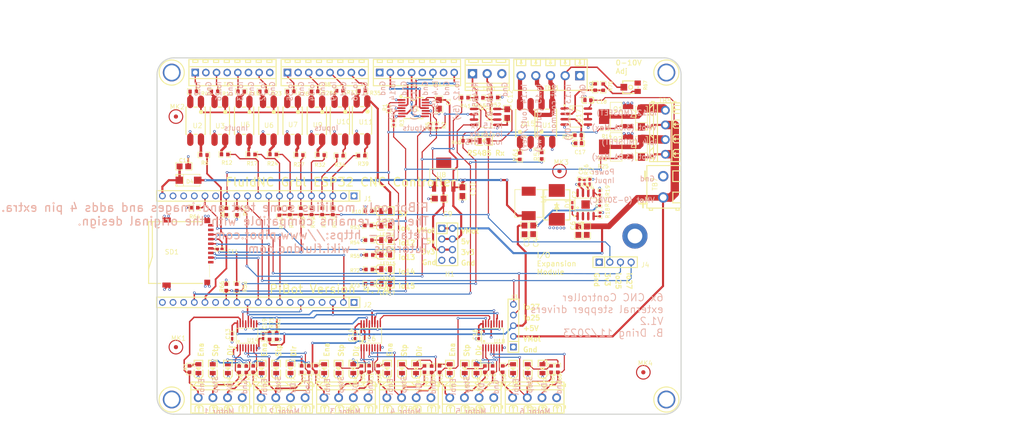
<source format=kicad_pcb>
(kicad_pcb (version 20171130) (host pcbnew "(5.1.5)-3") (page "A4") (layers (0 "F.Cu" signal) (31 "B.Cu" signal) (32 "B.Adhes" user) (33 "F.Adhes" user) (34 "B.Paste" user) (35 "F.Paste" user) (36 "B.SilkS" user) (37 "F.SilkS" user) (38 "B.Mask" user) (39 "F.Mask" user) (40 "Dwgs.User" user) (41 "Cmts.User" user) (42 "Eco1.User" user) (43 "Eco2.User" user) (44 "Edge.Cuts" user) (45 "Margin" user) (46 "B.CrtYd" user) (47 "F.CrtYd" user) (48 "B.Fab" user hide) (49 "F.Fab" user hide)) (net 0 "") (net 1 "I2S_BCK") (net 2 "GPIO_15") (net 3 "LED20_1") (net 4 "I2S_MR#") (net 5 "GPIO_25") (net 6 "C_DIR") (net 7 "C_STEP") (net 8 "B_DIR") (net 9 "I2S_WS") (net 10 "B_ENABLE") (net 11 "A_DIR") (net 12 "A_STEP") (net 13 "LED10_1") (net 14 "Z_DIR") (net 15 "Z_ENABLE") (net 16 "U14_9") (net 17 "+5V") (net 18 "LED5_1") (net 19 "LED6_1") (net 20 "LED7_1") (net 21 "Y_DIR") (net 22 "+3V3") (net 23 "GPIO_12") (net 24 "GPIO_13") (net 25 "GPIO_4") (net 26 "GPIO_14") (net 27 "I2S_DATA") (net 28 "GPIO_16") (net 29 "MISO") (net 30 "SCK") (net 31 "CS_SD") (net 32 "MOSI") (net 33 "U1_11") (net 34 "U1_3") (net 35 "U1_6") (net 36 "LED3_1") (net 37 "Y_STEP") (net 38 "LED4_1") (net 39 "X_DIR") (net 40 "VMOT") (net 41 "GPIO_27") (net 42 "U1_8") (net 43 "GND") (net 44 "R67_1") (net 45 "0_10V_OUT") (net 46 "X_ENABLE") (net 47 "TB13_3") (net 48 "Q2_2") (net 49 "LED19_1") (net 50 "LED8_1") (net 51 "LED23_1") (net 52 "LED22_1") (net 53 "LED21_1") (net 54 "C_ENABLE") (net 55 "B_STEP") (net 56 "LED18_1") (net 57 "LED13_1") (net 58 "LED12_1") (net 59 "LED9_1") (net 60 "LED11_1") (net 61 "A_ENABLE") (net 62 "Z_STEP") (net 63 "Y_ENABLE") (net 64 "GPIO_39") (net 65 "R33_2") (net 66 "U11_2") (net 67 "LED14_2") (net 68 "U12_7") (net 69 "U12_6") (net 70 "TB13_4") (net 71 "TB13_5") (net 72 "Q1_2") (net 73 "R34_1") (net 74 "GPIO_2") (net 75 "GPIO_34") (net 76 "R35_1") (net 77 "R28_1") (net 78 "R33_1") (net 79 "R26_1") (net 80 "R23_1") (net 81 "R15_1") (net 82 "R11_1") (net 83 "R4_1") (net 84 "GPIO_33") (net 85 "GPIO_26") (net 86 "GPIO_35") (net 87 "GPIO_36") (net 88 "GPIO_32") (net 89 "R32_1") (net 90 "R27_1") (net 91 "R24_1") (net 92 "R17_1") (net 93 "R12_1") (net 94 "R6_1") (net 95 "C15_2") (net 96 "R4_2") (net 97 "R11_2") (net 98 "R15_2") (net 99 "R23_2") (net 100 "R26_2") (net 101 "R28_2") (net 102 "U11_4") (net 103 "C2_2") (net 104 "R13_1") (net 105 "R18_2") (net 106 "C7_2") (net 107 "C8_2") (net 108 "R25_2") (net 109 "R14_2") (net 110 "LED2_1") (net 111 "X_STEP") (net 112 "U1_9") (net 113 "U1_12") (net 114 "U1_5") (net 115 "U1_2") (net 116 "R57_2") (net 117 "R61_2") (net 118 "U17_3") (net 119 "U17_6") (net 120 "U17_2") (net 121 "U16_9") (net 122 "LED17_2") (net 123 "LED16_2") (net 124 "LED15_2") (net 125 "LED1_2") (net 126 "LED24_2") (net 127 "LED25_2") (net 128 "C2_1") (net 129 "L1_1") (segment (start 57.163 43.713) (end 57.523 43.353) (width 0.35) (layer "B.Cu") (net 1)) (segment (start 57.523 43.353) (end 86.228 43.353) (width 0.35) (layer "B.Cu") (net 1)) (segment (start 60.641 38.778) (end 79.565 38.778) (width 0.26) (layer "B.Cu") (net 2)) (segment (start 79.565 38.778) (end 79.842 38.501) (width 0.26) (layer "B.Cu") (net 2)) (segment (start 85.128 55.205) (end 81.778 55.205) (width 0.26) (layer "B.Cu") (net 3)) (segment (start 81.778 55.205) (end 81.277 54.704) (width 0.26) (layer "B.Cu") (net 3)) (segment (start 28.194 47.158) (end 86.728 47.153) (width 0.35) (layer "B.Cu") (net 4)) (segment (start 32.765 33.749) (end 32.865 33.849) (width 0.26) (layer "B.Cu") (net 5)) (segment (start 32.865 33.849) (end 91.43 33.849) (width 0.26) (layer "B.Cu") (net 5)) (segment (start 84.791 53.104) (end 102.233 53.104) (width 0.26) (layer "B.Cu") (net 6)) (segment (start 85.429 53.854) (end 91.58 53.854) (width 0.26) (layer "B.Cu") (net 7)) (segment (start 91.58 53.854) (end 91.58 53.854) (width 0.26) (layer "B.Cu") (net 7)) (segment (start 82.828 54.455) (end 86.079 54.455) (width 0.26) (layer "B.Cu") (net 8)) (segment (start 86.079 54.455) (end 86.079 54.455) (width 0.26) (layer "B.Cu") (net 8)) (segment (start 56.371 42.751) (end 85.379 42.751) (width 0.35) (layer "B.Cu") (net 9)) (segment (start 85.379 42.751) (end 85.429 42.701) (width 0.35) (layer "B.Cu") (net 9)) (segment (start 76.876 44.552) (end 76.876 44.552) (width 0.26) (layer "B.Cu") (net 10)) (segment (start 76.876 44.552) (end 83.478 44.552) (width 0.26) (layer "B.Cu") (net 10)) (segment (start 65.174 53.704) (end 71.475 53.704) (width 0.26) (layer "B.Cu") (net 11)) (segment (start 71.475 53.704) (end 71.525 53.754) (width 0.26) (layer "B.Cu") (net 11)) (segment (start 55.735 53.654) (end 55.785 53.704) (width 0.26) (layer "B.Cu") (net 11)) (segment (start 55.785 53.704) (end 65.174 53.704) (width 0.26) (layer "B.Cu") (net 11)) (segment (start 56.385 52.804) (end 61.723 52.804) (width 0.26) (layer "B.Cu") (net 12)) (segment (start 55.621 55.155) (end 52.57 55.155) (width 0.26) (layer "B.Cu") (net 13)) (segment (start 52.57 55.155) (end 51.87 54.454) (width 0.26) (layer "B.Cu") (net 13)) (segment (start 53.821 54.405) (end 56.521 54.405) (width 0.26) (layer "B.Cu") (net 14)) (segment (start 56.521 54.405) (end 56.521 54.404) (width 0.26) (layer "B.Cu") (net 14)) (segment (start 54.621 50.003) (end 52.77 50.003) (width 0.4) (layer "B.Cu") (net 15)) (segment (start 52.77 50.003) (end 52.32 50.453) (width 0.4) (layer "B.Cu") (net 15)) (segment (start 52.32 50.453) (end 42.168 50.453) (width 0.4) (layer "B.Cu") (net 15)) (segment (start 29.444 45.847) (end 51.72 45.852) (width 0.35) (layer "B.Cu") (net 16)) (segment (start 51.72 45.852) (end 53.17 44.402) (width 0.35) (layer "B.Cu") (net 16)) (segment (start 53.17 44.402) (end 55.071 44.402) (width 0.35) (layer "B.Cu") (net 16)) (segment (start 33.617 44.402) (end 42.469 44.402) (width 0.35) (layer "B.Cu") (net 1)) (segment (start 42.469 44.402) (end 43.167 43.701) (width 0.35) (layer "B.Cu") (net 1)) (segment (start 43.167 43.701) (end 47.035 43.701) (width 0.35) (layer "B.Cu") (net 1)) (segment (start 47.035 43.701) (end 57.164 43.701) (width 0.35) (layer "B.Cu") (net 1)) (segment (start 56.371 42.751) (end 42.316 42.751) (width 0.35) (layer "B.Cu") (net 9)) (segment (start 42.316 42.751) (end 41.41 43.66) (width 0.35) (layer "B.Cu") (net 9)) (segment (start 41.41 43.66) (end 26.843 43.66) (width 0.35) (layer "B.Cu") (net 9)) (segment (start 35.436 48.253) (end 35.536 48.353) (width 0.4) (layer "B.Cu") (net 17)) (segment (start 35.536 48.353) (end 53.821 48.353) (width 0.4) (layer "B.Cu") (net 17)) (segment (start 30.065 54.704) (end 28.514 54.704) (width 0.4) (layer "B.Cu") (net 18)) (segment (start 28.514 54.704) (end 28.014 55.205) (width 0.4) (layer "B.Cu") (net 18)) (segment (start 39.517 53.754) (end 34.316 53.754) (width 0.4) (layer "B.Cu") (net 19)) (segment (start 34.316 53.754) (end 33.415 54.654) (width 0.4) (layer "B.Cu") (net 19)) (segment (start 41.267 55.155) (end 40.317 55.155) (width 0.4) (layer "B.Cu") (net 20)) (segment (start 40.317 55.155) (end 39.817 54.654) (width 0.4) (layer "B.Cu") (net 20)) (segment (start 39.817 54.654) (end 36.866 54.654) (width 0.4) (layer "B.Cu") (net 20)) (segment (start 26.214 52.904) (end 40.467 52.904) (width 0.26) (layer "B.Cu") (net 21)) (segment (start 40.467 52.904) (end 40.467 52.804) (width 0.26) (layer "B.Cu") (net 21)) (segment (start 83.108 48.253) (end 88.14 48.253) (width 0.4) (layer "B.Cu") (net 17)) (segment (start 88.14 48.253) (end 90.08 46.313) (width 0.4) (layer "B.Cu") (net 17)) (segment (start 24.268 48.253) (end 35.436 48.253) (width 0.4) (layer "B.Cu") (net 17)) (segment (start 53.821 48.353) (end 83.008 48.353) (width 0.4) (layer "B.Cu") (net 17)) (segment (start 83.008 48.353) (end 83.108 48.253) (width 0.4) (layer "B.Cu") (net 17)) (segment (start 86.729 47.153) (end 86.719 47.163) (width 0.35) (layer "B.Cu") (net 4)) (segment (start 27.683 44.406) (end 27.687 44.402) (width 0.35) (layer "B.Cu") (net 1)) (segment (start 27.687 44.402) (end 33.616 44.402) (width 0.35) (layer "B.Cu") (net 1)) (segment (start 57.739 11.555) (end 77.498 11.555) (width 0.5) (layer "B.Cu") (net 17)) (segment (start 77.498 11.555) (end 77.502 11.559) (width 0.5) (layer "B.Cu") (net 17)) (segment (start 77.502 11.559) (end 78.548 11.559) (width 0.5) (layer "B.Cu") (net 17)) (segment (start 78.548 11.559) (end 87.101 11.559) (width 0.5) (layer "B.Cu") (net 17)) (segment (start 87.101 11.559) (end 87.101 11.559) (width 0.5) (layer "B.Cu") (net 17)) (segment (start 70.825 4.059) (end 75.759 4.059) (width 0.26) (layer "B.Cu") (net 22)) (segment (start 73.347 19.806) (end 84.125 19.806) (width 0.26) (layer "B.Cu") (net 22)) (segment (start 49.019 19.806) (end 73.347 19.806) (width 0.26) (layer "B.Cu") (net 22)) (segment (start 109.865 0.186) (end 109.815 0.136) (width 0.26) (layer "B.Cu") (net 23)) (segment (start 109.815 0.136) (end 60.297 0.136) (width 0.26) (layer "B.Cu") (net 23)) (segment (start 103.16 0.907) (end 103.16 0.907) (width 0.26) (layer "B.Cu") (net 24)) (segment (start 103.16 0.907) (end 70.305 0.907) (width 0.26) (layer "B.Cu") (net 24)) (segment (start 96.835 7.302) (end 79.852 7.302) (width 0.26) (layer "B.Cu") (net 2)) (segment (start 79.852 7.302) (end 79.852 7.381) (width 0.26) (layer "B.Cu") (net 2)) (segment (start 110.908 9.113) (end 110.788 8.993) (width 0.26) (layer "B.Cu") (net 25)) (segment (start 110.788 8.993) (end 64.373 8.993) (width 0.26) (layer "B.Cu") (net 25)) (segment (start 90.23 6.631) (end 90.207 6.608) (width 0.26) (layer "B.Cu") (net 26)) (segment (start 90.207 6.608) (end 68.296 6.608) (width 0.26) (layer "B.Cu") (net 26)) (segment (start 25.551 43.019) (end 39.101 43.019) (width 0.26) (layer "B.Cu") (net 27)) (segment (start 39.101 43.019) (end 39.361 42.758) (width 0.26) (layer "B.Cu") (net 27)) (segment (start 25.611 36.273) (end 25.611 36.273) (width 0.26) (layer "B.Cu") (net 28)) (segment (start 25.611 36.273) (end 81.113 36.273) (width 0.26) (layer "B.Cu") (net 28)) (segment (start 79.221 -4.125) (end 79.189 -4.157) (width 0.26) (layer "B.Cu") (net 26)) (segment (start 79.189 -4.157) (end 73.788 -4.157) (width 0.26) (layer "B.Cu") (net 26)) (segment (start 60.722 34.526) (end 68.297 34.526) (width 0.26) (layer "B.Cu") (net 26)) (segment (start 68.297 34.526) (end 68.324 34.499) (width 0.26) (layer "B.Cu") (net 26)) (segment (start 22.863 37.95) (end 22.963 38.05) (width 0.26) (layer "B.Cu") (net 25)) (segment (start 22.963 38.05) (end 64.373 38.05) (width 0.26) (layer "B.Cu") (net 25)) (segment (start 21.778 9.763) (end 60.302 9.763) (width 0.26) (layer "B.Cu") (net 23)) (segment (start 60.302 9.763) (end 60.322 9.743) (width 0.26) (layer "B.Cu") (net 23)) (segment (start 19.451 24.685) (end 34.397 24.685) (width 0.3) (layer "B.Cu") (net 29)) (segment (start 19.401 26.88) (end 31.748 26.88) (width 0.3) (layer "B.Cu") (net 30)) (segment (start 18.976 30.175) (end 29.224 30.175) (width 0.3) (layer "B.Cu") (net 31)) (segment (start 18.801 29.078) (end 18.822 29.078) (width 0.3) (layer "B.Cu") (net 32)) (segment (start 18.822 29.078) (end 19.226 29.483) (width 0.3) (layer "B.Cu") (net 32)) (segment (start 19.226 29.483) (end 49.644 29.483) (width 0.3) (layer "B.Cu") (net 32)) (segment (start 19.926 28.783) (end 24.057 28.783) (width 0.3) (layer "B.Cu") (net 22)) (segment (start 24.057 28.783) (end 39.471 28.783) (width 0.3) (layer "B.Cu") (net 22)) (segment (start 39.471 28.783) (end 39.496 28.758) (width 0.3) (layer "B.Cu") (net 22)) (segment (start 60.73 -10.186) (end 67.728 -10.186) (width 0.4) (layer "B.Cu") (net 33)) (segment (start 64.866 -11.487) (end 75.974 -11.487) (width 0.4) (layer "B.Cu") (net 34)) (segment (start 75.974 -11.487) (end 75.984 -11.477) (width 0.4) (layer "B.Cu") (net 34)) (segment (start 67.127 -12.438) (end 70.609 -12.438) (width 0.4) (layer "B.Cu") (net 35)) (segment (start 70.609 -12.438) (end 70.899 -12.728) (width 0.4) (layer "B.Cu") (net 35)) (segment (start 70.899 -12.728) (end 70.889 -14.077) (width 0.4) (layer "B.Cu") (net 35)) (segment (start 110 17.695) (end 110 17.925) (width 0.4) (layer "B.Cu") (net 17)) (segment (start 110 17.925) (end 109.089 18.836) (width 0.4) (layer "B.Cu") (net 17)) (segment (start 109.089 18.836) (end 99.452 18.836) (width 0.4) (layer "B.Cu") (net 17)) (segment (start 99.452 18.836) (end 95.889 22.399) (width 0.4) (layer "B.Cu") (net 17)) (segment (start 13.97 38.461) (end 14.287 38.778) (width 0.35) (layer "B.Cu") (net 2)) (segment (start 14.287 38.778) (end 60.641 38.778) (width 0.35) (layer "B.Cu") (net 2)) (segment (start 18.316 54.623) (end 19.576 54.623) (width 0.35) (layer "B.Cu") (net 36)) (segment (start 19.576 54.623) (end 20.108 55.155) (width 0.35) (layer "B.Cu") (net 36)) (segment (start 20.108 55.155) (end 24.613 55.155) (width 0.35) (layer "B.Cu") (net 36)) (segment (start 31.815 53.704) (end 26.964 53.704) (width 0.26) (layer "B.Cu") (net 37)) (segment (start 26.964 53.704) (end 26.864 53.604) (width 0.26) (layer "B.Cu") (net 37)) (segment (start 21.919 54.433) (end 24.881 54.433) (width 0.26) (layer "B.Cu") (net 38)) (segment (start 24.881 54.433) (end 25.632 55.184) (width 0.26) (layer "B.Cu") (net 38)) (segment (start 25.632 55.184) (end 26.322 55.184) (width 0.26) (layer "B.Cu") (net 38)) (segment (start 23.31 53.603) (end 23.59 53.883) (width 0.26) (layer "B.Cu") (net 39)) (segment (start 23.59 53.883) (end 25.001 53.883) (width 0.26) (layer "B.Cu") (net 39)) (segment (start 25.001 53.883) (end 25.672 54.554) (width 0.26) (layer "B.Cu") (net 39)) (segment (start 25.672 54.554) (end 27.143 54.554) (width 0.26) (layer "B.Cu") (net 39)) (segment (start 60.822 28.125) (end 40.37 28.125) (width 0.26) (layer "B.Cu") (net 24)) (segment (start 40.37 28.125) (end 35.359 23.114) (width 0.26) (layer "B.Cu") (net 24)) (segment (start 35.359 23.114) (end 19.456 23.114) (width 0.26) (layer "B.Cu") (net 24)) (segment (start 60.722 34.526) (end 28.968 34.526) (width 0.26) (layer "B.Cu") (net 26)) (segment (start 28.968 34.526) (end 26.501 32.06) (width 0.26) (layer "B.Cu") (net 26)) (segment (start 75.546 23.087) (end 84.169 23.087) (width 0.5) (layer "B.Cu") (net 40)) (segment (start 84.169 23.087) (end 90.08 28.998) (width 0.5) (layer "B.Cu") (net 40)) (segment (start 90.08 28.998) (end 111.235 28.998) (width 0.5) (layer "B.Cu") (net 40)) (segment (start 60.822 28.125) (end 67.197 28.125) (width 0.26) (layer "B.Cu") (net 24)) (segment (start 67.197 28.125) (end 67.224 28.098) (width 0.26) (layer "B.Cu") (net 24)) (segment (start 60.772 21.346) (end 64.373 21.346) (width 0.26) (layer "B.Cu") (net 25)) (segment (start 64.373 21.346) (end 64.373 21.346) (width 0.26) (layer "B.Cu") (net 25)) (segment (start 30.165 35.55) (end 90.18 35.55) (width 0.26) (layer "B.Cu") (net 41)) (segment (start 90.18 35.55) (end 90.18 35.55) (width 0.26) (layer "B.Cu") (net 41)) (segment (start 90.18 35.55) (end 117.624 35.55) (width 0.26) (layer "B.Cu") (net 41)) (segment (start 117.624 35.55) (end 118.168 35.006) (width 0.26) (layer "B.Cu") (net 41)) (segment (start 118.168 35.006) (end 118.168 31.164) (width 0.26) (layer "B.Cu") (net 41)) (segment (start 91.43 33.848) (end 115.158 33.915) (width 0.26) (layer "B.Cu") (net 5)) (segment (start 115.158 33.915) (end 115.628 33.454) (width 0.26) (layer "B.Cu") (net 5)) (segment (start 115.628 33.454) (end 115.628 31.163) (width 0.26) (layer "B.Cu") (net 5)) (segment (start 84.125 19.807) (end 84.125 20.587) (width 0.26) (layer "B.Cu") (net 22)) (segment (start 84.125 20.587) (end 89.852 26.312) (width 0.26) (layer "B.Cu") (net 22)) (segment (start 89.852 26.312) (end 112.006 26.312) (width 0.26) (layer "B.Cu") (net 22)) (segment (start 112.006 26.312) (end 113.106 27.414) (width 0.26) (layer "B.Cu") (net 22)) (segment (start 113.106 27.414) (end 113.088 31.163) (width 0.26) (layer "B.Cu") (net 22)) (segment (start 16.633 11.609) (end 57.684 11.609) (width 0.5) (layer "B.Cu") (net 17)) (segment (start 57.684 11.609) (end 57.739 11.555) (width 0.5) (layer "B.Cu") (net 17)) (segment (start 65.809 -6.934) (end 65.809 -4.369) (width 0.4) (layer "B.Cu") (net 42)) (segment (start 65.809 -4.369) (end 66.512 -3.668) (width 0.4) (layer "B.Cu") (net 42)) (segment (start 66.512 -3.668) (end 67.714 -3.668) (width 0.4) (layer "B.Cu") (net 42)) (zone (net 43) (net_name "GND") (layer "B.Cu") (hatch edge 0.508) (connect_pads (clearance 0.254)) (polygon (pts (xy -2.422 -23.65) (xy -2.422 70.374) (xy 0.329 73.124) (xy 135.063 73.124) (xy 135.963 72.224) (xy 135.963 -21.549) (xy 133.962 -23.55) (xy -2.072 -23.55) (xy -2.322 -23.8)))) (gr_text "io.2" (at 14.738 -12.08 90) (layer "B.SilkS") (effects (font (size 1.25 1.25) (thickness 0.203)) (justify left mirror))) (gr_text "Gnd" (at 17.387 -12.08 90) (layer "B.SilkS") (effects (font (size 1.25 1.25) (thickness 0.203)) (justify left mirror))) (gr_text "io.26" (at 19.768 -12.08 90) (layer "B.SilkS") (effects (font (size 1.25 1.25) (thickness 0.203)) (justify left mirror))) (gr_text "Gnd" (at 22.517 -12.08 90) (layer "B.SilkS") (effects (font (size 1.25 1.25) (thickness 0.203)) (justify left mirror))) (gr_text "io.33" (at 24.948 -12.08 90) (layer "B.SilkS") (effects (font (size 1.25 1.25) (thickness 0.203)) (justify left mirror))) (gr_text "Gnd" (at 27.547 -12.08 90) (layer "B.SilkS") (effects (font (size 1.25 1.25) (thickness 0.203)) (justify left mirror))) (gr_text "io.32" (at 30.215 -12.08 90) (layer "B.SilkS") (effects (font (size 1.25 1.25) (thickness 0.203)) (justify left mirror))) (gr_text "io.35" (at 36.779 -12.08 90) (layer "B.SilkS") (effects (font (size 1.25 1.25) (thickness 0.203)) (justify left mirror))) (gr_text "Gnd" (at 39.478 -12.08 90) (layer "B.SilkS") (effects (font (size 1.25 1.25) (thickness 0.203)) (justify left mirror))) (gr_text "io.34" (at 41.959 -12.08 90) (layer "B.SilkS") (effects (font (size 1.25 1.25) (thickness 0.203)) (justify left mirror))) (gr_text "Gnd" (at 44.508 -12.08 90) (layer "B.SilkS") (effects (font (size 1.25 1.25) (thickness 0.203)) (justify left mirror))) (gr_text "Inputs" (at 26.89 -0.865 0) (layer "B.SilkS") (effects (font (size 1.25 1.25) (thickness 0.203)) (justify left mirror))) (gr_text "Inputs" (at 48.461 -0.866 0) (layer "B.SilkS") (effects (font (size 1.25 1.25) (thickness 0.203)) (justify left mirror))) (gr_text "Outputs" (at 70.928 -0.866 0) (layer "B.SilkS") (effects (font (size 1.25 1.25) (thickness 0.203)) (justify left mirror))) (gr_text "io.39" (at 47.181 -12.08 90) (layer "B.SilkS") (effects (font (size 1.25 1.25) (thickness 0.203)) (justify left mirror))) (gr_text "Gnd" (at 49.546 -12.08 90) (layer "B.SilkS") (effects (font (size 1.25 1.25) (thickness 0.203)) (justify left mirror))) (gr_text "Gnd" (at 58.879 -12.192 90) (layer "B.SilkS") (effects (font (size 1.25 1.25) (thickness 0.203)) (justify left mirror))) (gr_text "io.14 (5v)" (at 61.284 -12.265 90) (layer "B.SilkS") (effects (font (size 1.25 1.25) (thickness 0.203)) (justify left mirror))) (gr_text "Motor 1" (at 23.647 66.775 0) (layer "B.SilkS") (effects (font (size 1.25 1.25) (thickness 0.203)) (justify left mirror))) (gr_text "Enbl" (at 15.68 58.739 90) (layer "B.SilkS") (effects (font (size 1.25 1.25) (thickness 0.203)) (justify left mirror))) (gr_text "Step" (at 18.951 58.171 90) (layer "B.SilkS") (effects (font (size 1.25 1.25) (thickness 0.203)) (justify left mirror))) (gr_text "Dir" (at 22.48 59.796 90) (layer "B.SilkS") (effects (font (size 1.25 1.25) (thickness 0.203)) (justify left mirror))) (gr_text "Gnd" (at 25.919 59 90) (layer "B.SilkS") (effects (font (size 1.25 1.25) (thickness 0.203)) (justify left mirror))) (gr_text "Motor 2" (at 39.247 66.775 0) (layer "B.SilkS") (effects (font (size 1.25 1.25) (thickness 0.203)) (justify left mirror))) (gr_text "Motor 3" (at 53.797 66.775 0) (layer "B.SilkS") (effects (font (size 1.25 1.25) (thickness 0.203)) (justify left mirror))) (gr_text "Motor 4" (at 68.145 66.775 0) (layer "B.SilkS") (effects (font (size 1.25 1.25) (thickness 0.203)) (justify left mirror))) (gr_text "Motor 5" (at 83.745 66.775 0) (layer "B.SilkS") (effects (font (size 1.25 1.25) (thickness 0.203)) (justify left mirror))) (gr_text "Motor 6" (at 99.045 66.775 0) (layer "B.SilkS") (effects (font (size 1.25 1.25) (thickness 0.203)) (justify left mirror))) (gr_text "6x CNC Controller\nexternal stepper drivers\nV1.2\nB. Dring 11/2023" (at 126.01 43.817 0) (layer "B.SilkS") (effects (font (size 1.75 1.75) (thickness 0.203)) (justify left mirror))) (gr_text "Gnd" (at 32.577 -12.08 90) (layer "B.SilkS") (effects (font (size 1.25 1.25) (thickness 0.203)) (justify left mirror))) (gr_text "io.36" (at 52.261 -12.08 90) (layer "B.SilkS") (effects (font (size 1.25 1.25) (thickness 0.203)) (justify left mirror))) (gr_text "Gnd" (at 54.626 -12.08 90) (layer "B.SilkS") (effects (font (size 1.25 1.25) (thickness 0.203)) (justify left mirror))) (gr_text "Gnd" (at 63.959 -12.192 90) (layer "B.SilkS") (effects (font (size 1.25 1.25) (thickness 0.203)) (justify left mirror))) (gr_text "Gnd" (at 69.039 -12.192 90) (layer "B.SilkS") (effects (font (size 1.25 1.25) (thickness 0.203)) (justify left mirror))) (gr_text "Gnd" (at 74.119 -12.192 90) (layer "B.SilkS") (effects (font (size 1.25 1.25) (thickness 0.203)) (justify left mirror))) (gr_text "io.13 (5v)" (at 66.364 -12.265 90) (layer "B.SilkS") (effects (font (size 1.25 1.25) (thickness 0.203)) (justify left mirror))) (gr_text "io.4 (5v)" (at 71.444 -12.265 90) (layer "B.SilkS") (effects (font (size 1.25 1.25) (thickness 0.203)) (justify left mirror))) (gr_text "io.12 (5v)" (at 76.524 -12.265 90) (layer "B.SilkS") (effects (font (size 1.25 1.25) (thickness 0.203)) (justify left mirror))) (gr_text "Gnd" (at 88.019 -11.923 90) (layer "B.SilkS") (effects (font (size 1.25 1.25) (thickness 0.203)) (justify left mirror))) (gr_text "Gnd" (at 106.62 -11.443 90) (layer "B.SilkS") (effects (font (size 1.25 1.25) (thickness 0.203)) (justify left mirror))) (gr_text "RS485 A" (at 81.019 -11.923 90) (layer "B.SilkS") (effects (font (size 1.25 1.25) (thickness 0.203)) (justify left mirror))) (gr_text "RS485 B" (at 84.519 -11.923 90) (layer "B.SilkS") (effects (font (size 1.25 1.25) (thickness 0.203)) (justify left mirror))) (gr_text "io.13 (0-10V)" (at 103.119 -11.443 90) (layer "B.SilkS") (effects (font (size 1.25 1.25) (thickness 0.203)) (justify left mirror))) (gr_text "out common" (at 99.62 -11.443 90) (layer "B.SilkS") (effects (font (size 1.25 1.25) (thickness 0.203)) (justify left mirror))) (gr_text "io.15 (out1/Fwd)" (at 96.119 -11.443 90) (layer "B.SilkS") (effects (font (size 1.25 1.25) (thickness 0.203)) (justify left mirror))) (gr_text "io.14 (out2/Rev)" (at 92.62 -11.443 90) (layer "B.SilkS") (effects (font (size 1.25 1.25) (thickness 0.203)) (justify left mirror))) (gr_text "VMot (3.0A Max)" (at 124.433 -0.981 0) (layer "B.SilkS") (effects (font (size 1.25 1.25) (thickness 0.203)) (justify left mirror))) (gr_text "VMot (3.0A Max)" (at 124.433 6.019 0) (layer "B.SilkS") (effects (font (size 1.25 1.25) (thickness 0.203)) (justify left mirror))) (gr_text "io.4 (MOSFET)" (at 124.433 2.519 0) (layer "B.SilkS") (effects (font (size 1.25 1.25) (thickness 0.203)) (justify left mirror))) (gr_text "io.12 (MOSFET)" (at 124.433 -4.481 0) (layer "B.SilkS") (effects (font (size 1.25 1.25) (thickness 0.203)) (justify left mirror))) (gr_text "VMot (9-30VDC)" (at 123.92 16.326 0) (layer "B.SilkS") (effects (font (size 1.25 1.25) (thickness 0.203)) (justify left mirror))) (gr_text "Gnd" (at 123.92 11.246 0) (layer "B.SilkS") (effects (font (size 1.25 1.25) (thickness 0.203)) (justify left mirror))) (gr_text "Enbl" (at 30.68 58.739 90) (layer "B.SilkS") (effects (font (size 1.25 1.25) (thickness 0.203)) (justify left mirror))) (gr_text "Step" (at 33.951 58.171 90) (layer "B.SilkS") (effects (font (size 1.25 1.25) (thickness 0.203)) (justify left mirror))) (gr_text "Gnd" (at 40.919 59 90) (layer "B.SilkS") (effects (font (size 1.25 1.25) (thickness 0.203)) (justify left mirror))) (gr_text "Dir" (at 37.48 59.796 90) (layer "B.SilkS") (effects (font (size 1.25 1.25) (thickness 0.203)) (justify left mirror))) (gr_text "Enbl" (at 45.68 58.739 90) (layer "B.SilkS") (effects (font (size 1.25 1.25) (thickness 0.203)) (justify left mirror))) (gr_text "Step" (at 48.951 58.171 90) (layer "B.SilkS") (effects (font (size 1.25 1.25) (thickness 0.203)) (justify left mirror))) (gr_text "Gnd" (at 55.919 59 90) (layer "B.SilkS") (effects (font (size 1.25 1.25) (thickness 0.203)) (justify left mirror))) (gr_text "Dir" (at 52.479 59.796 90) (layer "B.SilkS") (effects (font (size 1.25 1.25) (thickness 0.203)) (justify left mirror))) (gr_text "Enbl" (at 60.681 58.739 90) (layer "B.SilkS") (effects (font (size 1.25 1.25) (thickness 0.203)) (justify left mirror))) (gr_text "Step" (at 63.952 58.171 90) (layer "B.SilkS") (effects (font (size 1.25 1.25) (thickness 0.203)) (justify left mirror))) (gr_text "Gnd" (at 70.92 59 90) (layer "B.SilkS") (effects (font (size 1.25 1.25) (thickness 0.203)) (justify left mirror))) (gr_text "Dir" (at 67.481 59.796 90) (layer "B.SilkS") (effects (font (size 1.25 1.25) (thickness 0.203)) (justify left mirror))) (gr_text "Enbl" (at 75.68 58.739 90) (layer "B.SilkS") (effects (font (size 1.25 1.25) (thickness 0.203)) (justify left mirror))) (gr_text "Step" (at 78.951 58.171 90) (layer "B.SilkS") (effects (font (size 1.25 1.25) (thickness 0.203)) (justify left mirror))) (gr_text "Gnd" (at 85.919 59 90) (layer "B.SilkS") (effects (font (size 1.25 1.25) (thickness 0.203)) (justify left mirror))) (gr_text "Dir" (at 82.479 59.796 90) (layer "B.SilkS") (effects (font (size 1.25 1.25) (thickness 0.203)) (justify left mirror))) (gr_text "Enbl" (at 90.681 58.739 90) (layer "B.SilkS") (effects (font (size 1.25 1.25) (thickness 0.203)) (justify left mirror))) (gr_text "Step" (at 93.952 58.171 90) (layer "B.SilkS") (effects (font (size 1.25 1.25) (thickness 0.203)) (justify left mirror))) (gr_text "Gnd" (at 100.92 59 90) (layer "B.SilkS") (effects (font (size 1.25 1.25) (thickness 0.203)) (justify left mirror))) (gr_text "Dir" (at 97.481 59.796 90) (layer "B.SilkS") (effects (font (size 1.25 1.25) (thickness 0.203)) (justify left mirror))) (gr_text "io.15 Tx" (at 87.679 -1.36 0) (layer "B.SilkS") (effects (font (size 1.25 1.25) (thickness 0.203)) (justify left mirror))) (gr_text "io.16 Rx" (at 87.679 0.591 0) (layer "B.SilkS") (effects (font (size 1.25 1.25) (thickness 0.203)) (justify left mirror))) (gr_text "io.14 RTS" (at 87.679 2.491 0) (layer "B.SilkS") (effects (font (size 1.25 1.25) (thickness 0.203)) (justify left mirror))) (gr_text "Power\nInput" (at 114.336 10.643 0) (layer "B.SilkS") (effects (font (size 1.25 1.25) (thickness 0.203)) (justify left mirror))) (gr_text "PiBot only modifies some text and images and adds 4 pin extra.\nThe rest remains compatible with the original design.\nDetails - https://www.pibot.com\nTutorials - wiki.fluidnc.com" (at 70.096 23.012 0) (layer "B.SilkS") (effects (font (size 2.032 2.032) (thickness 0.3)) (justify left mirror))) (gr_text "modiy sily error gpio13 change to gpio14 2024.9.1" (at 14.432 -28.101 0) (layer "Cmts.User") (effects (font (size 5 5) (thickness 0.203)) (justify left))) (gr_line (start 5.08 63.423) (end 5.08 -13.577) (width 0.254) (layer "Edge.Cuts")) (gr_line (start 126.08 67.423) (end 9.08 67.423) (width 0.254) (layer "Edge.Cuts")) (gr_line (start 130.08 -13.577) (end 130.08 63.423) (width 0.254) (layer "Edge.Cuts")) (gr_line (start 9.08 -17.577) (end 126.08 -17.577) (width 0.254) (layer "Edge.Cuts")) (gr_arc (start 126.08 -13.577) (end 126.08 -17.577) (angle 90) (width 0.254) (layer "Edge.Cuts")) (gr_arc (start 126.08 63.423) (end 130.08 63.423) (angle 90) (width 0.254) (layer "Edge.Cuts")) (gr_arc (start 9.08 63.423) (end 9.08 67.423) (angle 90) (width 0.254) (layer "Edge.Cuts")) (gr_arc (start 9.08 -13.577) (end 5.08 -13.577) (angle 90) (width 0.254) (layer "Edge.Cuts")) (segment (start 108.547 -7.483) (end 111.361 -7.483) (width 0.26) (layer "F.Cu") (net 40)) (segment (start 111.361 -7.483) (end 111.973 -8.095) (width 0.26) (layer "F.Cu") (net 40)) (segment (start 111.973 -8.095) (end 127.394 -8.095) (width 0.26) (layer "F.Cu") (net 40)) (segment (start 127.394 -8.095) (end 128.415 -7.074) (width 0.26) (layer "F.Cu") (net 40)) (segment (start 128.415 -7.074) (end 128.415 -1.58) (width 0.26) (layer "F.Cu") (net 40)) (segment (start 111.506 -11.351) (end 113.756 -9.096) (width 0.35) (layer "F.Cu") (net 44)) (segment (start 113.756 -9.096) (end 117.958 -9.096) (width 0.35) (layer "F.Cu") (net 44)) (segment (start 117.958 -9.096) (end 118.44 -9.576) (width 0.35) (layer "F.Cu") (net 44)) (segment (start 118.44 -9.576) (end 119.731 -9.576) (width 0.35) (layer "F.Cu") (net 44)) (segment (start 102.431 -13.327) (end 102.431 -13.922) (width 0.35) (layer "F.Cu") (net 45)) (segment (start 102.431 -13.922) (end 103.856 -15.347) (width 0.35) (layer "F.Cu") (net 45)) (segment (start 103.856 -15.347) (end 110.056 -15.347) (width 0.35) (layer "F.Cu") (net 45)) (segment (start 110.056 -15.347) (end 114.828 -10.577) (width 0.35) (layer "F.Cu") (net 45)) (segment (start 114.828 -10.577) (end 116.429 -10.577) (width 0.35) (layer "F.Cu") (net 45)) (segment (start 12.822 57.427) (end 12.042 57.427) (width 0.35) (layer "F.Cu") (net 46)) (segment (start 12.042 57.427) (end 11.552 56.937) (width 0.35) (layer "F.Cu") (net 46)) (segment (start 11.552 56.937) (end 11.552 54.498) (width 0.35) (layer "F.Cu") (net 46)) (segment (start 11.552 54.498) (end 12.853 53.197) (width 0.35) (layer "F.Cu") (net 46)) (segment (start 12.853 53.197) (end 12.853 45.357) (width 0.35) (layer "F.Cu") (net 46)) (segment (start 12.853 45.357) (end 13.894 44.315) (width 0.35) (layer "F.Cu") (net 46)) (segment (start 13.894 44.315) (end 24.46 44.315) (width 0.35) (layer "F.Cu") (net 46)) (segment (start 24.46 44.315) (end 24.917 44.773) (width 0.35) (layer "F.Cu") (net 46)) (segment (start 24.917 44.773) (end 24.917 45.86) (width 0.35) (layer "F.Cu") (net 46)) (segment (start 98.931 -13.328) (end 98.931 -11.557) (width 1) (layer "F.Cu") (net 47)) (segment (start 98.931 -11.557) (end 99.349 -11.139) (width 1) (layer "F.Cu") (net 47)) (segment (start 99.349 -11.139) (end 99.349 -6.577) (width 1) (layer "F.Cu") (net 47)) (segment (start 102.232 53.104) (end 102.232 56.845) (width 0.26) (layer "F.Cu") (net 6)) (segment (start 102.232 56.845) (end 101.669 57.409) (width 0.26) (layer "F.Cu") (net 6)) (segment (start 101.669 57.409) (end 100.683 57.409) (width 0.26) (layer "F.Cu") (net 6)) (segment (start 96.901 63.495) (end 96.901 62.476) (width 0.35) (layer "F.Cu") (net 6)) (segment (start 96.901 62.476) (end 98.928 60.447) (width 0.35) (layer "F.Cu") (net 6)) (segment (start 98.928 60.447) (end 99.919 60.447) (width 0.35) (layer "F.Cu") (net 6)) (segment (start 99.919 60.447) (end 100.701 59.667) (width 0.35) (layer "F.Cu") (net 6)) (segment (start 100.701 59.667) (end 100.683 57.409) (width 0.35) (layer "F.Cu") (net 6)) (segment (start 69.077 -7.542) (end 69.077 -7.663) (width 0.26) (layer "F.Cu") (net 17)) (segment (start 69.077 -7.663) (end 69.525 -8.111) (width 0.26) (layer "F.Cu") (net 17)) (segment (start 69.525 -8.111) (end 71.125 -8.111) (width 0.26) (layer "F.Cu") (net 17)) (segment (start 71.125 -8.111) (end 71.703 -7.533) (width 0.26) (layer "F.Cu") (net 17)) (segment (start 71.703 -7.533) (end 72.331 -7.533) (width 0.26) (layer "F.Cu") (net 17)) (segment (start 126.337 1.92) (end 120.787 1.74) (width 2) (layer "F.Cu") (net 48)) (segment (start 126.027 15.748) (end 127.559 15.748) (width 2) (layer "F.Cu") (net 40)) (segment (start 127.559 15.748) (end 128.59 14.719) (width 2) (layer "F.Cu") (net 40)) (segment (start 128.59 14.719) (end 128.59 -1.56) (width 2) (layer "F.Cu") (net 40)) (segment (start 128.59 -1.56) (end 126.538 -1.56) (width 2) (layer "F.Cu") (net 40)) (segment (start 83.304 55.919) (end 83.304 56.028) (width 0.26) (layer "F.Cu") (net 49)) (segment (start 83.304 56.028) (end 82.778 56.555) (width 0.26) (layer "F.Cu") (net 49)) (segment (start 82.778 56.555) (end 78.927 56.555) (width 0.26) (layer "F.Cu") (net 49)) (segment (start 78.927 56.555) (end 78.482 56.11) (width 0.26) (layer "F.Cu") (net 49)) (segment (start 78.482 56.11) (end 78.482 55.507) (width 0.26) (layer "F.Cu") (net 49)) (segment (start 81.277 54.704) (end 81.281 54.708) (width 0.26) (layer "F.Cu") (net 3)) (segment (start 81.281 54.708) (end 81.281 55.507) (width 0.26) (layer "F.Cu") (net 3)) (segment (start 85.131 55.918) (end 85.128 55.204) (width 0.26) (layer "F.Cu") (net 3)) (segment (start 42.979 55.9) (end 43.52 55.9) (width 0.26) (layer "F.Cu") (net 50)) (segment (start 43.52 55.9) (end 43.919 55.507) (width 0.26) (layer "F.Cu") (net 50)) (segment (start 43.919 55.507) (end 44.94 55.507) (width 0.26) (layer "F.Cu") (net 50)) (segment (start 91.43 33.849) (end 91.43 42.48) (width 0.26) (layer "F.Cu") (net 5)) (segment (start 91.43 42.48) (end 90.108 43.802) (width 0.26) (layer "F.Cu") (net 5)) (segment (start 90.108 43.802) (end 90.08 43.773) (width 0.26) (layer "F.Cu") (net 5)) (segment (start 90.18 35.55) (end 90.18 41.133) (width 0.26) (layer "F.Cu") (net 41)) (segment (start 90.18 41.133) (end 90.08 41.233) (width 0.26) (layer "F.Cu") (net 41)) (segment (start 31.75 15.354) (end 31.75 24.632) (width 0.26) (layer "F.Cu") (net 5)) (segment (start 31.75 24.632) (end 32.765 25.647) (width 0.26) (layer "F.Cu") (net 5)) (segment (start 32.765 25.647) (end 32.765 33.749) (width 0.26) (layer "F.Cu") (net 5)) (segment (start 97.027 55.507) (end 97.027 55.159) (width 0.26) (layer "F.Cu") (net 51)) (segment (start 97.027 55.159) (end 97.732 54.454) (width 0.26) (layer "F.Cu") (net 51)) (segment (start 97.732 54.454) (end 100.432 54.454) (width 0.26) (layer "F.Cu") (net 51)) (segment (start 100.432 54.454) (end 100.732 54.755) (width 0.26) (layer "F.Cu") (net 51)) (segment (start 100.732 54.755) (end 100.701 54.786) (width 0.26) (layer "F.Cu") (net 51)) (segment (start 100.701 54.786) (end 100.701 55.919) (width 0.26) (layer "F.Cu") (net 51)) (segment (start 99.075 55.919) (end 98.768 55.919) (width 0.26) (layer "F.Cu") (net 52)) (segment (start 98.768 55.919) (end 98.032 56.655) (width 0.26) (layer "F.Cu") (net 52)) (segment (start 98.032 56.655) (end 94.881 56.655) (width 0.26) (layer "F.Cu") (net 52)) (segment (start 94.881 56.655) (end 93.733 55.507) (width 0.26) (layer "F.Cu") (net 52)) (segment (start 93.733 55.507) (end 93.501 55.507) (width 0.26) (layer "F.Cu") (net 52)) (segment (start 84.791 51.597) (end 84.791 53.104) (width 0.26) (layer "F.Cu") (net 6)) (segment (start 91.58 53.854) (end 91.58 61.676) (width 0.26) (layer "F.Cu") (net 7)) (segment (start 91.58 61.676) (end 93.4 63.495) (width 0.26) (layer "F.Cu") (net 7)) (segment (start 85.441 51.597) (end 85.429 51.609) (width 0.26) (layer "F.Cu") (net 7)) (segment (start 85.429 51.609) (end 85.429 53.854) (width 0.26) (layer "F.Cu") (net 7)) (segment (start 87.503 55.918) (end 88.265 55.918) (width 0.26) (layer "F.Cu") (net 53)) (segment (start 88.265 55.918) (end 88.682 55.507) (width 0.26) (layer "F.Cu") (net 53)) (segment (start 88.682 55.507) (end 90.005 55.507) (width 0.26) (layer "F.Cu") (net 53)) (segment (start 86.741 51.598) (end 86.741 57.018) (width 0.26) (layer "F.Cu") (net 54)) (segment (start 86.741 57.018) (end 87.15 57.427) (width 0.26) (layer "F.Cu") (net 54)) (segment (start 87.15 57.427) (end 87.503 57.427) (width 0.26) (layer "F.Cu") (net 54)) (segment (start 86.079 54.455) (end 86.079 57.205) (width 0.26) (layer "F.Cu") (net 8)) (segment (start 86.079 57.205) (end 85.858 57.426) (width 0.26) (layer "F.Cu") (net 8)) (segment (start 85.858 57.426) (end 85.131 57.426) (width 0.26) (layer "F.Cu") (net 8)) (segment (start 82.841 51.597) (end 82.828 51.609) (width 0.26) (layer "F.Cu") (net 8)) (segment (start 82.828 51.609) (end 82.828 54.455) (width 0.26) (layer "F.Cu") (net 8)) (segment (start 83.491 51.597) (end 83.491 53.867) (width 0.26) (layer "F.Cu") (net 55)) (segment (start 83.491 53.867) (end 84.178 54.554) (width 0.26) (layer "F.Cu") (net 55)) (segment (start 84.178 54.554) (end 84.178 56.855) (width 0.26) (layer "F.Cu") (net 55)) (segment (start 84.178 56.855) (end 83.607 57.426) (width 0.26) (layer "F.Cu") (net 55)) (segment (start 83.607 57.426) (end 83.304 57.426) (width 0.26) (layer "F.Cu") (net 55)) (segment (start 85.441 45.865) (end 85.428 42.702) (width 0.26) (layer "F.Cu") (net 9)) (segment (start 83.478 44.552) (end 83.491 44.564) (width 0.26) (layer "F.Cu") (net 10)) (segment (start 83.491 44.564) (end 83.491 45.865) (width 0.26) (layer "F.Cu") (net 10)) (segment (start 72.484 57.426) (end 72.705 57.426) (width 0.26) (layer "F.Cu") (net 10)) (segment (start 72.705 57.426) (end 73.676 56.455) (width 0.26) (layer "F.Cu") (net 10)) (segment (start 73.676 56.455) (end 76.326 56.455) (width 0.26) (layer "F.Cu") (net 10)) (segment (start 76.326 56.455) (end 76.876 55.905) (width 0.26) (layer "F.Cu") (net 10)) (segment (start 76.876 55.905) (end 76.876 44.552) (width 0.26) (layer "F.Cu") (net 10)) (segment (start 72.484 55.918) (end 72.484 55.66) (width 0.26) (layer "F.Cu") (net 56)) (segment (start 72.484 55.66) (end 72.225 55.401) (width 0.26) (layer "F.Cu") (net 56)) (segment (start 72.225 55.401) (end 72.33 55.507) (width 0.26) (layer "F.Cu") (net 56)) (segment (start 72.33 55.507) (end 74.905 55.507) (width 0.26) (layer "F.Cu") (net 56)) (segment (start 66.86 55.507) (end 66.86 55.169) (width 0.26) (layer "F.Cu") (net 57)) (segment (start 66.86 55.169) (end 67.475 54.554) (width 0.26) (layer "F.Cu") (net 57)) (segment (start 67.475 54.554) (end 70.193 54.554) (width 0.26) (layer "F.Cu") (net 57)) (segment (start 70.193 54.554) (end 70.584 54.945) (width 0.26) (layer "F.Cu") (net 57)) (segment (start 70.584 54.945) (end 70.584 55.918) (width 0.26) (layer "F.Cu") (net 57)) (segment (start 68.859 55.919) (end 68.81 55.919) (width 0.26) (layer "F.Cu") (net 58)) (segment (start 68.81 55.919) (end 68.124 56.605) (width 0.26) (layer "F.Cu") (net 58)) (segment (start 68.124 56.605) (end 64.923 56.605) (width 0.26) (layer "F.Cu") (net 58)) (segment (start 64.923 56.605) (end 63.825 55.507) (width 0.26) (layer "F.Cu") (net 58)) (segment (start 63.825 55.507) (end 63.51 55.507) (width 0.26) (layer "F.Cu") (net 58)) (segment (start 71.526 53.754) (end 71.526 56.954) (width 0.26) (layer "F.Cu") (net 11)) (segment (start 71.526 56.954) (end 71.054 57.427) (width 0.26) (layer "F.Cu") (net 11)) (segment (start 71.054 57.427) (end 70.584 57.427) (width 0.26) (layer "F.Cu") (net 11)) (segment (start 55.735 51.578) (end 55.735 53.654) (width 0.26) (layer "F.Cu") (net 11)) (segment (start 61.723 52.804) (end 61.723 61.818) (width 0.26) (layer "F.Cu") (net 12)) (segment (start 61.723 61.818) (end 63.4 63.495) (width 0.26) (layer "F.Cu") (net 12)) (segment (start 56.385 51.578) (end 56.385 52.804) (width 0.26) (layer "F.Cu") (net 12)) (segment (start 51.869 54.455) (end 51.887 55.507) (width 0.26) (layer "F.Cu") (net 13)) (segment (start 55.671 55.852) (end 55.621 55.802) (width 0.26) (layer "F.Cu") (net 13)) (segment (start 55.621 55.802) (end 55.621 55.155) (width 0.26) (layer "F.Cu") (net 13)) (segment (start 53.838 55.919) (end 53.656 55.919) (width 0.26) (layer "F.Cu") (net 59)) (segment (start 53.656 55.919) (end 53.12 56.455) (width 0.26) (layer "F.Cu") (net 59)) (segment (start 53.12 56.455) (end 49.169 56.455) (width 0.26) (layer "F.Cu") (net 59)) (segment (start 49.169 56.455) (end 48.364 55.649) (width 0.26) (layer "F.Cu") (net 59)) (segment (start 48.364 55.649) (end 48.364 55.507) (width 0.26) (layer "F.Cu") (net 59)) (segment (start 57.861 55.918) (end 58.506 55.918) (width 0.26) (layer "F.Cu") (net 60)) (segment (start 58.506 55.918) (end 58.923 55.507) (width 0.26) (layer "F.Cu") (net 60)) (segment (start 58.923 55.507) (end 59.987 55.507) (width 0.26) (layer "F.Cu") (net 60)) (segment (start 57.861 57.426) (end 57.592 57.426) (width 0.26) (layer "F.Cu") (net 61)) (segment (start 57.592 57.426) (end 57.021 56.855) (width 0.26) (layer "F.Cu") (net 61)) (segment (start 57.021 56.855) (end 57.021 55.105) (width 0.26) (layer "F.Cu") (net 61)) (segment (start 57.021 55.105) (end 57.685 54.441) (width 0.26) (layer "F.Cu") (net 61)) (segment (start 57.685 54.441) (end 57.685 51.578) (width 0.26) (layer "F.Cu") (net 61)) (segment (start 56.521 54.405) (end 56.521 57.205) (width 0.26) (layer "F.Cu") (net 14)) (segment (start 56.521 57.205) (end 56.368 57.358) (width 0.26) (layer "F.Cu") (net 14)) (segment (start 56.368 57.358) (end 55.671 57.358) (width 0.26) (layer "F.Cu") (net 14)) (segment (start 53.785 51.578) (end 53.821 51.614) (width 0.26) (layer "F.Cu") (net 14)) (segment (start 53.821 51.614) (end 53.821 54.405) (width 0.26) (layer "F.Cu") (net 14)) (segment (start 54.435 51.578) (end 54.435 54.719) (width 0.26) (layer "F.Cu") (net 62)) (segment (start 54.435 54.719) (end 54.771 55.055) (width 0.26) (layer "F.Cu") (net 62)) (segment (start 54.771 55.055) (end 54.771 57.205) (width 0.26) (layer "F.Cu") (net 62)) (segment (start 54.771 57.205) (end 54.521 57.455) (width 0.26) (layer "F.Cu") (net 62)) (segment (start 54.521 57.455) (end 54.491 57.426) (width 0.26) (layer "F.Cu") (net 62)) (segment (start 54.491 57.426) (end 53.838 57.426) (width 0.26) (layer "F.Cu") (net 62)) (segment (start 54.435 45.847) (end 54.435 47.467) (width 0.4) (layer "F.Cu") (net 15)) (segment (start 54.435 47.467) (end 54.621 47.653) (width 0.4) (layer "F.Cu") (net 15)) (segment (start 54.621 47.653) (end 54.621 50.003) (width 0.4) (layer "F.Cu") (net 15)) (segment (start 53.785 45.847) (end 53.785 48.318) (width 0.4) (layer "F.Cu") (net 17)) (segment (start 53.785 48.318) (end 53.82 48.354) (width 0.4) (layer "F.Cu") (net 17)) (segment (start 47.035 43.701) (end 47.035 40.799) (width 0.4) (layer "F.Cu") (net 1)) (segment (start 47.035 40.799) (end 46.99 40.754) (width 0.4) (layer "F.Cu") (net 1)) (segment (start 57.163 43.701) (end 57.163 44.209) (width 0.4) (layer "F.Cu") (net 1)) (segment (start 57.163 44.209) (end 57.036 44.366) (width 0.4) (layer "F.Cu") (net 1)) (segment (start 57.036 44.366) (end 57.036 45.847) (width 0.4) (layer "F.Cu") (net 1)) (segment (start 56.37 42.751) (end 56.385 45.847) (width 0.4) (layer "F.Cu") (net 9)) (segment (start 55.07 44.402) (end 55.085 45.847) (width 0.35) (layer "F.Cu") (net 16)) (segment (start 30.043 55.507) (end 30.063 54.704) (width 0.4) (layer "F.Cu") (net 18)) (segment (start 28.019 55.918) (end 28.014 55.204) (width 0.4) (layer "F.Cu") (net 18)) (segment (start 26.864 53.604) (end 26.864 53.363) (width 0.26) (layer "F.Cu") (net 37)) (segment (start 26.864 53.363) (end 26.868 53.358) (width 0.26) (layer "F.Cu") (net 37)) (segment (start 26.868 53.358) (end 26.868 51.593) (width 0.26) (layer "F.Cu") (net 37)) (segment (start 39.567 55.902) (end 39.567 53.804) (width 0.4) (layer "F.Cu") (net 19)) (segment (start 39.567 53.804) (end 39.517 53.754) (width 0.4) (layer "F.Cu") (net 19)) (segment (start 33.493 55.507) (end 33.415 55.429) (width 0.4) (layer "F.Cu") (net 19)) (segment (start 33.415 55.429) (end 33.415 54.654) (width 0.4) (layer "F.Cu") (net 19)) (segment (start 41.298 55.891) (end 41.267 55.861) (width 0.4) (layer "F.Cu") (net 20)) (segment (start 41.267 55.861) (end 41.267 55.155) (width 0.4) (layer "F.Cu") (net 20)) (segment (start 36.917 55.507) (end 36.866 55.456) (width 0.4) (layer "F.Cu") (net 20)) (segment (start 36.866 55.456) (end 36.866 54.654) (width 0.4) (layer "F.Cu") (net 20)) (segment (start 28.169 51.592) (end 28.169 52.659) (width 0.26) (layer "F.Cu") (net 63)) (segment (start 28.169 52.659) (end 28.804 53.294) (width 0.26) (layer "F.Cu") (net 63)) (segment (start 28.804 53.294) (end 28.804 57.145) (width 0.26) (layer "F.Cu") (net 63)) (segment (start 28.804 57.145) (end 28.524 57.427) (width 0.26) (layer "F.Cu") (net 63)) (segment (start 28.524 57.427) (end 28.019 57.427) (width 0.26) (layer "F.Cu") (net 63)) (segment (start 81.824 48.28) (end 81.824 46.358) (width 0.4) (layer "F.Cu") (net 17)) (segment (start 81.824 46.358) (end 82.342 45.865) (width 0.4) (layer "F.Cu") (net 17)) (segment (start 82.342 45.865) (end 82.84 45.865) (width 0.4) (layer "F.Cu") (net 17)) (segment (start 82.841 45.865) (end 82.841 47.315) (width 0.4) (layer "F.Cu") (net 17)) (segment (start 82.841 47.315) (end 83.078 47.553) (width 0.4) (layer "F.Cu") (net 17)) (segment (start 83.078 47.553) (end 83.078 48.223) (width 0.4) (layer "F.Cu") (net 17)) (segment (start 83.078 48.223) (end 83.108 48.253) (width 0.4) (layer "F.Cu") (net 17)) (segment (start 33.616 44.402) (end 33.616 44.402) (width 0.4) (layer "F.Cu") (net 1)) (segment (start 33.616 44.402) (end 33.616 48.05) (width 0.4) (layer "F.Cu") (net 1)) (segment (start 31.918 49.576) (end 31.918 50.556) (width 0.4) (layer "F.Cu") (net 17)) (segment (start 31.918 50.556) (end 32.266 50.904) (width 0.4) (layer "F.Cu") (net 17)) (segment (start 32.266 50.904) (end 34.765 50.904) (width 0.4) (layer "F.Cu") (net 17)) (segment (start 34.765 50.904) (end 35.415 50.254) (width 0.4) (layer "F.Cu") (net 17)) (segment (start 35.415 50.254) (end 35.436 48.252) (width 0.4) (layer "F.Cu") (net 17)) (segment (start 33.614 49.555) (end 34.417 49.553) (width 0.4) (layer "F.Cu") (net 43)) (segment (start 24.268 45.86) (end 24.268 48.253) (width 0.4) (layer "F.Cu") (net 17)) (segment (start 81.852 49.36) (end 81.271 49.36) (width 0.35) (layer "F.Cu") (net 43)) (segment (start 81.271 49.36) (end 81.178 49.453) (width 0.35) (layer "F.Cu") (net 43)) (segment (start 84.791 45.865) (end 84.778 45.878) (width 0.35) (layer "F.Cu") (net 43)) (segment (start 84.778 45.878) (end 84.778 49.053) (width 0.35) (layer "F.Cu") (net 43)) (segment (start 87.391 51.597) (end 87.933 51.597) (width 0.35) (layer "F.Cu") (net 43)) (segment (start 87.933 51.597) (end 87.964 51.566) (width 0.35) (layer "F.Cu") (net 43)) (segment (start 86.229 43.352) (end 86.229 44.61) (width 0.35) (layer "F.Cu") (net 1)) (segment (start 86.229 44.61) (end 86.092 44.61) (width 0.35) (layer "F.Cu") (net 1)) (segment (start 86.092 44.61) (end 86.092 45.864) (width 0.35) (layer "F.Cu") (net 1)) (segment (start 86.74 45.864) (end 86.73 47.152) (width 0.26) (layer "F.Cu") (net 4)) (segment (start 52.337 48.287) (end 52.337 46.661) (width 0.35) (layer "F.Cu") (net 17)) (segment (start 52.337 46.661) (end 53.151 45.847) (width 0.35) (layer "F.Cu") (net 17)) (segment (start 53.151 45.847) (end 53.785 45.847) (width 0.35) (layer "F.Cu") (net 17)) (segment (start 55.735 45.847) (end 55.721 45.861) (width 0.35) (layer "F.Cu") (net 43)) (segment (start 55.721 45.861) (end 55.721 49.153) (width 0.35) (layer "F.Cu") (net 43)) (segment (start 52.338 49.371) (end 52.305 49.403) (width 0.35) (layer "F.Cu") (net 43)) (segment (start 52.305 49.403) (end 51.72 49.403) (width 0.35) (layer "F.Cu") (net 43)) (segment (start 58.335 51.578) (end 58.429 51.485) (width 0.35) (layer "F.Cu") (net 43)) (segment (start 58.429 51.485) (end 58.852 51.485) (width 0.35) (layer "F.Cu") (net 43)) (segment (start 57.685 45.847) (end 57.685 47.212) (width 0.26) (layer "F.Cu") (net 4)) (segment (start 57.739 11.555) (end 57.739 -5.435) (width 0.5) (layer "F.Cu") (net 17)) (segment (start 57.739 -5.435) (end 55.989 -7.184) (width 0.5) (layer "F.Cu") (net 17)) (segment (start 55.989 -7.184) (end 55.237 -7.184) (width 0.5) (layer "F.Cu") (net 17)) (segment (start 77.915 13.303) (end 77.915 12.192) (width 0.5) (layer "F.Cu") (net 17)) (segment (start 77.915 12.192) (end 78.548 11.559) (width 0.5) (layer "F.Cu") (net 17)) (segment (start 78.548 11.559) (end 78.544 11.555) (width 0.5) (layer "F.Cu") (net 17)) (segment (start 78.544 11.555) (end 77.498 11.555) (width 0.5) (layer "F.Cu") (net 17)) (segment (start 77.915 13.303) (end 77.915 12.192) (width 0.5) (layer "F.Cu") (net 17)) (segment (start 77.915 12.192) (end 78.548 11.559) (width 0.5) (layer "F.Cu") (net 17)) (segment (start 88.559 11.565) (end 87.106 11.565) (width 0.5) (layer "F.Cu") (net 17)) (segment (start 87.106 11.565) (end 87.101 11.559) (width 0.5) (layer "F.Cu") (net 17)) (segment (start 88.559 11.565) (end 88.559 17.52) (width 0.5) (layer "F.Cu") (net 17)) (segment (start 88.559 17.52) (end 91.15 20.112) (width 0.5) (layer "F.Cu") (net 17)) (segment (start 91.15 20.112) (end 91.204 20.058) (width 0.5) (layer "F.Cu") (net 17)) (segment (start 91.204 20.058) (end 93.731 20.058) (width 0.5) (layer "F.Cu") (net 17)) (segment (start 14.774 11.609) (end 15.633 11.609) (width 0.5) (layer "F.Cu") (net 17)) (segment (start 15.633 11.609) (end 15.633 11.609) (width 0.5) (layer "F.Cu") (net 17)) (segment (start 44.47 18.298) (end 44.45 15.352) (width 0.3) (layer "F.Cu") (net 64)) (segment (start 15.547 -7.078) (end 15.547 -5.114) (width 0.4) (layer "F.Cu") (net 17)) (segment (start 15.547 -5.114) (end 16.081 -4.58) (width 0.4) (layer "F.Cu") (net 17)) (segment (start 16.081 -4.58) (end 54.082 -4.58) (width 0.4) (layer "F.Cu") (net 17)) (segment (start 54.082 -4.58) (end 55.237 -5.735) (width 0.4) (layer "F.Cu") (net 17)) (segment (start 55.237 -5.735) (end 55.237 -7.185) (width 0.4) (layer "F.Cu") (net 17)) (segment (start 47.921 -9.715) (end 47.424 -9.219) (width 0.5) (layer "F.Cu") (net 65)) (segment (start 47.424 -9.219) (end 47.424 -7.108) (width 0.5) (layer "F.Cu") (net 65)) (segment (start 52.697 -7.184) (end 52.697 -8.456) (width 0.5) (layer "F.Cu") (net 66)) (segment (start 52.697 -8.456) (end 53.265 -9.024) (width 0.5) (layer "F.Cu") (net 66)) (segment (start 53.265 -9.024) (end 53.265 -9.685) (width 0.5) (layer "F.Cu") (net 66)) (segment (start 90.08 48.853) (end 113.778 48.853) (width 0.5) (layer "F.Cu") (net 40)) (segment (start 113.778 48.853) (end 125.777 36.854) (width 0.5) (layer "F.Cu") (net 40)) (segment (start 125.777 36.854) (end 125.777 15.775) (width 0.5) (layer "F.Cu") (net 40)) (segment (start 125.777 15.775) (end 125.824 15.728) (width 0.5) (layer "F.Cu") (net 40)) (segment (start 90.079 46.312) (end 92.25 46.312) (width 0.5) (layer "F.Cu") (net 17)) (segment (start 92.25 46.312) (end 93.012 45.55) (width 0.5) (layer "F.Cu") (net 17)) (segment (start 93.012 45.55) (end 93.012 28.738) (width 0.5) (layer "F.Cu") (net 17)) (segment (start 93.012 28.738) (end 91.15 26.876) (width 0.5) (layer "F.Cu") (net 17)) (segment (start 91.15 26.876) (end 91.15 22.692) (width 0.5) (layer "F.Cu") (net 17)) (segment (start 91.15 22.692) (end 91.331 22.533) (width 0.5) (layer "F.Cu") (net 17)) (segment (start 91.331 22.533) (end 91.465 22.428) (width 0.5) (layer "F.Cu") (net 17)) (segment (start 91.465 22.428) (end 92.738 22.428) (width 0.5) (layer "F.Cu") (net 17)) (segment (start 75.762 13.115) (end 75.95 13.303) (width 0.4) (layer "F.Cu") (net 17)) (segment (start 75.95 13.303) (end 77.915 13.303) (width 0.4) (layer "F.Cu") (net 17)) (segment (start 75.762 13.115) (end 75.762 9.37) (width 0.4) (layer "F.Cu") (net 17)) (segment (start 75.762 9.37) (end 76.7 8.432) (width 0.4) (layer "F.Cu") (net 17)) (segment (start 76.7 8.432) (end 76.7 6.641) (width 0.4) (layer "F.Cu") (net 17)) (segment (start 76.7 6.641) (end 74.868 4.81) (width 0.4) (layer "F.Cu") (net 17)) (segment (start 74.868 4.81) (end 74.868 -6.619) (width 0.4) (layer "F.Cu") (net 17)) (segment (start 74.868 -6.619) (end 73.954 -7.533) (width 0.4) (layer "F.Cu") (net 17)) (segment (start 73.954 -7.533) (end 72.331 -7.533) (width 0.4) (layer "F.Cu") (net 17)) (segment (start 75.759 4.059) (end 75.759 -2.626) (width 0.26) (layer "F.Cu") (net 22)) (segment (start 75.759 -2.626) (end 77.743 -4.61) (width 0.26) (layer "F.Cu") (net 22)) (segment (start 77.743 -4.61) (end 77.743 -8.085) (width 0.26) (layer "F.Cu") (net 22)) (segment (start 73.462 13.115) (end 73.462 12.58) (width 0.26) (layer "F.Cu") (net 22)) (segment (start 73.462 12.58) (end 70.825 9.943) (width 0.26) (layer "F.Cu") (net 22)) (segment (start 70.825 9.943) (end 70.825 4.059) (width 0.26) (layer "F.Cu") (net 22)) (segment (start 79.842 38.501) (end 79.842 8.151) (width 0.26) (layer "F.Cu") (net 2)) (segment (start 79.842 8.151) (end 76.69 4.999) (width 0.26) (layer "F.Cu") (net 2)) (segment (start 76.69 4.999) (end 76.69 -0.094) (width 0.26) (layer "F.Cu") (net 2)) (segment (start 76.69 -0.094) (end 78.181 -1.585) (width 0.26) (layer "F.Cu") (net 2)) (segment (start 78.181 -1.585) (end 80.688 -1.585) (width 0.26) (layer "F.Cu") (net 2)) (segment (start 84.115 2.228) (end 87.219 2.228) (width 0.26) (layer "F.Cu") (net 22)) (segment (start 87.219 2.228) (end 89.741 -0.295) (width 0.26) (layer "F.Cu") (net 22)) (segment (start 89.741 -0.295) (end 89.741 -4.989) (width 0.26) (layer "F.Cu") (net 22)) (segment (start 89.741 -4.989) (end 89.411 -5.319) (width 0.26) (layer "F.Cu") (net 22)) (segment (start 89.411 -5.319) (end 88.608 -5.319) (width 0.26) (layer "F.Cu") (net 22)) (segment (start 84.125 19.807) (end 84.115 2.228) (width 0.26) (layer "F.Cu") (net 22)) (segment (start 86.232 -5.395) (end 86.309 -5.317) (width 0.26) (layer "F.Cu") (net 22)) (segment (start 86.309 -5.317) (end 88.609 -5.317) (width 0.26) (layer "F.Cu") (net 22)) (segment (start 73.347 19.806) (end 73.411 19.742) (width 0.26) (layer "F.Cu") (net 22)) (segment (start 73.411 19.742) (end 73.411 15.994) (width 0.26) (layer "F.Cu") (net 22)) (segment (start 47.01 19.806) (end 49.019 19.806) (width 0.26) (layer "F.Cu") (net 22)) (segment (start 70.305 0.907) (end 70.305 -0.822) (width 0.26) (layer "F.Cu") (net 24)) (segment (start 70.305 -0.822) (end 70.325 -0.842) (width 0.26) (layer "F.Cu") (net 24)) (segment (start 104.773 0.873) (end 103.194 0.873) (width 0.26) (layer "F.Cu") (net 24)) (segment (start 103.194 0.873) (end 103.16 0.907) (width 0.26) (layer "F.Cu") (net 24)) (segment (start 60.322 9.743) (end 60.297 9.718) (width 0.26) (layer "F.Cu") (net 23)) (segment (start 60.297 9.718) (end 60.297 0.136) (width 0.26) (layer "F.Cu") (net 23)) (segment (start 60.297 0.136) (end 60.317 0.116) (width 0.26) (layer "F.Cu") (net 23)) (segment (start 60.317 0.116) (end 60.317 -5.024) (width 0.26) (layer "F.Cu") (net 23)) (segment (start 111.378 -0.729) (end 110.78 -0.729) (width 0.26) (layer "F.Cu") (net 23)) (segment (start 110.78 -0.729) (end 109.865 0.186) (width 0.26) (layer "F.Cu") (net 23)) (segment (start 79.853 7.381) (end 79.474 7.783) (width 0.26) (layer "F.Cu") (net 2)) (segment (start 108.547 -7.483) (end 108.547 -6.198) (width 0.26) (layer "F.Cu") (net 40)) (segment (start 108.547 -6.198) (end 107.856 -5.486) (width 0.26) (layer "F.Cu") (net 40)) (segment (start 110.908 6.417) (end 110.908 9.113) (width 0.26) (layer "F.Cu") (net 25)) (segment (start 96.84 6.509) (end 96.835 6.514) (width 0.26) (layer "F.Cu") (net 2)) (segment (start 96.835 6.514) (end 96.835 7.301) (width 0.26) (layer "F.Cu") (net 2)) (segment (start 81.113 36.273) (end 81.133 36.273) (width 0.26) (layer "F.Cu") (net 28)) (segment (start 81.133 36.273) (end 81.133 6.981) (width 0.26) (layer "F.Cu") (net 28)) (segment (start 81.133 6.981) (end 78.058 3.906) (width 0.26) (layer "F.Cu") (net 28)) (segment (start 78.058 3.906) (end 78.058 2.207) (width 0.26) (layer "F.Cu") (net 28)) (segment (start 78.057 2.207) (end 78.057 0.909) (width 0.26) (layer "F.Cu") (net 28)) (segment (start 78.057 0.909) (end 78.74 0.226) (width 0.26) (layer "F.Cu") (net 28)) (segment (start 78.74 0.226) (end 81.054 0.226) (width 0.26) (layer "F.Cu") (net 28)) (segment (start 81.054 0.226) (end 82.284 -1.135) (width 0.26) (layer "F.Cu") (net 28)) (segment (start 82.284 -1.135) (end 82.324 -5.009) (width 0.26) (layer "F.Cu") (net 28)) (segment (start 82.324 -5.009) (end 81.938 -5.395) (width 0.26) (layer "F.Cu") (net 28)) (segment (start 81.938 -5.395) (end 80.688 -5.395) (width 0.26) (layer "F.Cu") (net 28)) (segment (start 91.615 6.631) (end 90.23 6.631) (width 0.26) (layer "F.Cu") (net 26)) (segment (start 39.361 42.758) (end 39.361 40.763) (width 0.26) (layer "F.Cu") (net 27)) (segment (start 39.361 40.763) (end 39.37 40.754) (width 0.26) (layer "F.Cu") (net 27)) (segment (start 25.568 45.86) (end 25.551 45.843) (width 0.26) (layer "F.Cu") (net 27)) (segment (start 25.551 45.843) (end 25.551 43.019) (width 0.26) (layer "F.Cu") (net 27)) (segment (start 24.081 37.925) (end 25.25 37.925) (width 0.26) (layer "F.Cu") (net 28)) (segment (start 25.25 37.925) (end 25.611 37.564) (width 0.26) (layer "F.Cu") (net 28)) (segment (start 25.611 37.564) (end 25.611 36.273) (width 0.26) (layer "F.Cu") (net 28)) (segment (start 73.788 -4.157) (end 73.788 -1.816) (width 0.26) (layer "F.Cu") (net 26)) (segment (start 73.788 -1.816) (end 72.817 -0.845) (width 0.26) (layer "F.Cu") (net 26)) (segment (start 72.817 -0.845) (end 72.789 -0.872) (width 0.26) (layer "F.Cu") (net 26)) (segment (start 72.789 -0.872) (end 71.726 -0.872) (width 0.26) (layer "F.Cu") (net 26)) (segment (start 80.687 -4.125) (end 79.222 -4.125) (width 0.26) (layer "F.Cu") (net 26)) (segment (start 80.687 -4.125) (end 80.687 -2.855) (width 0.26) (layer "F.Cu") (net 26)) (segment (start 68.324 34.499) (end 68.324 4.869) (width 0.26) (layer "F.Cu") (net 26)) (segment (start 68.324 4.869) (end 71.726 1.467) (width 0.26) (layer "F.Cu") (net 26)) (segment (start 71.726 1.467) (end 71.726 -0.872) (width 0.26) (layer "F.Cu") (net 26)) (segment (start 67.224 28.098) (end 67.224 1.095) (width 0.26) (layer "F.Cu") (net 24)) (segment (start 67.224 1.095) (end 69.161 -0.842) (width 0.26) (layer "F.Cu") (net 24)) (segment (start 69.161 -0.842) (end 70.325 -0.842) (width 0.26) (layer "F.Cu") (net 24)) (segment (start 79.566 2.207) (end 82.014 2.228) (width 0.26) (layer "F.Cu") (net 67)) (segment (start 77.915 15.362) (end 77.909 16.728) (width 0.4) (layer "F.Cu") (net 43)) (segment (start 71.351 15.994) (end 71.297 16.048) (width 0.4) (layer "F.Cu") (net 43)) (segment (start 71.297 16.048) (end 69.834 16.048) (width 0.4) (layer "F.Cu") (net 43)) (segment (start 71.162 13.115) (end 71.121 13.156) (width 0.4) (layer "F.Cu") (net 43)) (segment (start 71.121 13.156) (end 70.265 13.156) (width 0.4) (layer "F.Cu") (net 43)) (segment (start 21.581 37.925) (end 22.837 37.925) (width 0.26) (layer "F.Cu") (net 25)) (segment (start 22.837 37.925) (end 22.863 37.95) (width 0.26) (layer "F.Cu") (net 25)) (segment (start 21.59 15.354) (end 21.778 15.166) (width 0.26) (layer "F.Cu") (net 23)) (segment (start 21.778 15.166) (end 21.778 9.763) (width 0.26) (layer "F.Cu") (net 23)) (segment (start 86.233 -1.585) (end 86.241 -0.859) (width 0.4) (layer "F.Cu") (net 43)) (segment (start 86.232 -1.585) (end 88.639 -1.585) (width 0.4) (layer "F.Cu") (net 43)) (segment (start 88.639 -1.585) (end 88.609 -1.615) (width 0.4) (layer "F.Cu") (net 43)) (segment (start 88.609 -1.615) (end 88.609 -3.257) (width 0.4) (layer "F.Cu") (net 43)) (segment (start 86.323 -8.133) (end 86.405 -8.214) (width 0.4) (layer "F.Cu") (net 43)) (segment (start 86.405 -8.214) (end 87.413 -8.214) (width 0.4) (layer "F.Cu") (net 43)) (segment (start 83.83 -13.807) (end 83.83 -11.956) (width 0.4) (layer "F.Cu") (net 68)) (segment (start 83.83 -11.956) (end 84.816 -10.963) (width 0.4) (layer "F.Cu") (net 68)) (segment (start 84.816 -10.963) (end 84.816 -8.133) (width 0.4) (layer "F.Cu") (net 68)) (segment (start 80.33 -13.809) (end 80.33 -10.764) (width 0.4) (layer "F.Cu") (net 69)) (segment (start 80.33 -10.764) (end 81.266 -9.828) (width 0.4) (layer "F.Cu") (net 69)) (segment (start 81.266 -9.828) (end 81.266 -8.064) (width 0.4) (layer "F.Cu") (net 69)) (segment (start 94.206 -6.52) (end 94.206 -5.043) (width 1) (layer "F.Cu") (net 47)) (segment (start 94.206 -5.043) (end 95.278 -3.971) (width 1) (layer "F.Cu") (net 47)) (segment (start 95.278 -3.971) (end 98.941 -3.971) (width 1) (layer "F.Cu") (net 47)) (segment (start 98.941 -3.971) (end 99.349 -4.379) (width 1) (layer "F.Cu") (net 47)) (segment (start 99.349 -4.379) (end 99.349 -6.577) (width 1) (layer "F.Cu") (net 47)) (segment (start 96.809 -6.577) (end 96.809 -10.217) (width 1) (layer "F.Cu") (net 70)) (segment (start 96.809 -10.217) (end 95.719 -11.307) (width 1) (layer "F.Cu") (net 70)) (segment (start 95.719 -11.307) (end 95.719 -13.041) (width 1) (layer "F.Cu") (net 70)) (segment (start 95.719 -13.041) (end 95.431 -13.328) (width 1) (layer "F.Cu") (net 70)) (segment (start 91.666 -6.52) (end 91.666 -13.063) (width 1) (layer "F.Cu") (net 71)) (segment (start 91.666 -13.063) (end 91.931 -13.328) (width 1) (layer "F.Cu") (net 71)) (segment (start 117.443 3.67) (end 111.728 3.67) (width 1) (layer "F.Cu") (net 48)) (segment (start 117.443 -3.581) (end 111.728 -3.581) (width 1) (layer "F.Cu") (net 72)) (segment (start 117.443 3.67) (end 120.122 3.67) (width 1) (layer "F.Cu") (net 48)) (segment (start 120.122 3.67) (end 120.586 3.206) (width 1) (layer "F.Cu") (net 48)) (segment (start 120.586 3.206) (end 120.586 1.72) (width 1) (layer "F.Cu") (net 48)) (segment (start 117.443 -3.581) (end 119.877 -3.581) (width 1) (layer "F.Cu") (net 72)) (segment (start 119.877 -3.581) (end 120.586 -4.289) (width 1) (layer "F.Cu") (net 72)) (segment (start 120.586 -4.289) (end 120.586 -5.53) (width 1) (layer "F.Cu") (net 72)) (segment (start 104.936 2.804) (end 104.145 2.804) (width 0.35) (layer "F.Cu") (net 43)) (segment (start 102.312 -5.486) (end 102.312 -13.21) (width 0.35) (layer "F.Cu") (net 45)) (segment (start 102.312 -13.21) (end 102.431 -13.328) (width 0.35) (layer "F.Cu") (net 45)) (segment (start 109.588 -11.371) (end 109.552 -11.407) (width 0.5) (layer "F.Cu") (net 43)) (segment (start 109.552 -11.407) (end 108.579 -11.407) (width 0.5) (layer "F.Cu") (net 43)) (segment (start 107.147 -7.483) (end 107.158 -8.425) (width 0.5) (layer "F.Cu") (net 43)) (segment (start 107.857 -1.676) (end 107.928 -1.606) (width 0.5) (layer "F.Cu") (net 43)) (segment (start 107.928 -1.606) (end 107.928 -0.929) (width 0.5) (layer "F.Cu") (net 43)) (segment (start 102.314 -1.676) (end 102.293 -1.019) (width 0.5) (layer "F.Cu") (net 43)) (segment (start 117.443 1.37) (end 117.488 1.37) (width 0.5) (layer "F.Cu") (net 43)) (segment (start 117.488 1.37) (end 118.416 0.442) (width 0.5) (layer "F.Cu") (net 43)) (segment (start 117.443 1.37) (end 117.535 1.277) (width 0.5) (layer "F.Cu") (net 43)) (segment (start 117.535 1.277) (end 117.535 0.402) (width 0.5) (layer "F.Cu") (net 43)) (segment (start 117.443 1.37) (end 117.392 1.37) (width 0.5) (layer "F.Cu") (net 43)) (segment (start 117.392 1.37) (end 116.465 0.442) (width 0.5) (layer "F.Cu") (net 43)) (segment (start 117.443 -5.881) (end 117.443 -5.91) (width 0.5) (layer "F.Cu") (net 43)) (segment (start 117.443 -5.91) (end 118.346 -6.813) (width 0.5) (layer "F.Cu") (net 43)) (segment (start 117.443 -5.881) (end 117.317 -5.881) (width 0.5) (layer "F.Cu") (net 43)) (segment (start 117.317 -5.881) (end 116.405 -6.793) (width 0.5) (layer "F.Cu") (net 43)) (segment (start 117.443 -5.881) (end 117.405 -5.918) (width 0.5) (layer "F.Cu") (net 43)) (segment (start 117.405 -5.918) (end 117.405 -6.793) (width 0.5) (layer "F.Cu") (net 43)) (segment (start 126.337 -1.58) (end 123.27 -1.58) (width 0.5) (layer "F.Cu") (net 40)) (segment (start 123.27 -1.58) (end 122.709 -1.019) (width 0.5) (layer "F.Cu") (net 40)) (segment (start 122.709 -1.019) (end 122.598 -1.131) (width 0.5) (layer "F.Cu") (net 40)) (segment (start 122.598 -1.131) (end 120.586 -1.131) (width 0.5) (layer "F.Cu") (net 40)) (segment (start 126.337 5.42) (end 123.626 5.42) (width 0.5) (layer "F.Cu") (net 40)) (segment (start 123.626 5.42) (end 122.926 6.12) (width 0.5) (layer "F.Cu") (net 40)) (segment (start 122.926 6.12) (end 120.586 6.12) (width 0.5) (layer "F.Cu") (net 40)) (segment (start 120.586 -5.53) (end 125.886 -5.53) (width 2) (layer "F.Cu") (net 72)) (segment (start 125.886 -5.53) (end 126.337 -5.08) (width 2) (layer "F.Cu") (net 72)) (segment (start 126.337 5.42) (end 128.415 5.395) (width 2) (layer "F.Cu") (net 40)) (segment (start 24.081 37.925) (end 24.081 40.705) (width 0.35) (layer "F.Cu") (net 28)) (segment (start 24.081 40.705) (end 24.13 40.754) (width 0.35) (layer "F.Cu") (net 28)) (segment (start 21.58 37.925) (end 21.59 40.754) (width 0.35) (layer "F.Cu") (net 25)) (segment (start 24.056 28.783) (end 24.082 36.419) (width 0.35) (layer "F.Cu") (net 22)) (segment (start 21.581 36.418) (end 21.581 36.418) (width 0.35) (layer "F.Cu") (net 43)) (segment (start 21.581 36.418) (end 21.581 35.421) (width 0.35) (layer "F.Cu") (net 43)) (segment (start 19.08 25.672) (end 19.83 25.672) (width 0.35) (layer "F.Cu") (net 43)) (segment (start 19.83 25.672) (end 20.571 26.431) (width 0.35) (layer "F.Cu") (net 43)) (segment (start 20.571 26.431) (end 20.571 28.009) (width 0.35) (layer "F.Cu") (net 43)) (segment (start 14.78 18.161) (end 15.839 18.161) (width 0.35) (layer "F.Cu") (net 24)) (segment (start 15.839 18.161) (end 16.51 17.49) (width 0.35) (layer "F.Cu") (net 24)) (segment (start 16.51 17.49) (end 16.51 15.354) (width 0.35) (layer "F.Cu") (net 24)) (segment (start 13.274 18.161) (end 12.08 18.171) (width 0.35) (layer "F.Cu") (net 43)) (segment (start 7.352 36.618) (end 8.08 37.346) (width 0.35) (layer "F.Cu") (net 43)) (segment (start 8.08 37.346) (end 8.08 37.672) (width 0.35) (layer "F.Cu") (net 43)) (segment (start 7.352 36.618) (end 7.352 37.15) (width 0.35) (layer "F.Cu") (net 43)) (segment (start 7.352 37.15) (end 6.83 37.672) (width 0.35) (layer "F.Cu") (net 43)) (segment (start 17.054 35.938) (end 17.054 36.395) (width 0.35) (layer "F.Cu") (net 43)) (segment (start 17.054 36.395) (end 17.581 36.922) (width 0.35) (layer "F.Cu") (net 43)) (segment (start 17.054 35.938) (end 16.581 36.412) (width 0.35) (layer "F.Cu") (net 43)) (segment (start 16.581 36.412) (end 16.581 36.922) (width 0.35) (layer "F.Cu") (net 43)) (segment (start 17.904 25.659) (end 19.08 25.672) (width 0.35) (layer "F.Cu") (net 43)) (segment (start 17.054 21.259) (end 16.581 20.785) (width 0.35) (layer "F.Cu") (net 43)) (segment (start 16.581 20.785) (end 16.581 20.171) (width 0.35) (layer "F.Cu") (net 43)) (segment (start 17.054 21.259) (end 17.331 20.982) (width 0.35) (layer "F.Cu") (net 43)) (segment (start 17.331 20.982) (end 17.331 20.171) (width 0.35) (layer "F.Cu") (net 43)) (segment (start 7.352 21.098) (end 6.83 20.576) (width 0.35) (layer "F.Cu") (net 43)) (segment (start 6.83 20.576) (end 6.83 20.171) (width 0.35) (layer "F.Cu") (net 43)) (segment (start 7.352 21.098) (end 7.83 20.62) (width 0.35) (layer "F.Cu") (net 43)) (segment (start 7.83 20.62) (end 7.83 20.171) (width 0.35) (layer "F.Cu") (net 43)) (segment (start 24.15 19.839) (end 24.15 20.851) (width 0.35) (layer "F.Cu") (net 43)) (segment (start 24.15 20.851) (end 24.081 20.921) (width 0.35) (layer "F.Cu") (net 43)) (segment (start 21.6 19.84) (end 21.58 20.922) (width 0.35) (layer "F.Cu") (net 43)) (segment (start 24.13 15.354) (end 24.15 18.331) (width 0.35) (layer "F.Cu") (net 26)) (segment (start 21.59 15.354) (end 21.6 18.331) (width 0.35) (layer "F.Cu") (net 23)) (segment (start 49.465 5.766) (end 49.465 4.537) (width 0.35) (layer "F.Cu") (net 73)) (segment (start 49.465 4.537) (end 49.964 4.038) (width 0.35) (layer "F.Cu") (net 73)) (segment (start 49.964 4.038) (end 49.964 1.892) (width 0.35) (layer "F.Cu") (net 73)) (segment (start 30.358 1.923) (end 30.348 0.015) (width 0.4) (layer "F.Cu") (net 43)) (segment (start 12.512 8.308) (end 12.512 5.978) (width 0.4) (layer "F.Cu") (net 43)) (segment (start 12.512 5.978) (end 12.532 5.958) (width 0.4) (layer "F.Cu") (net 43)) (segment (start 17.009 5.588) (end 17.009 10.045) (width 0.4) (layer "F.Cu") (net 74)) (segment (start 17.009 10.045) (end 20.326 13.362) (width 0.4) (layer "F.Cu") (net 74)) (segment (start 20.326 13.362) (end 20.326 23.884) (width 0.4) (layer "F.Cu") (net 74)) (segment (start 20.326 23.884) (end 21.626 25.184) (width 0.4) (layer "F.Cu") (net 74)) (segment (start 21.626 25.184) (end 21.626 32.657) (width 0.4) (layer "F.Cu") (net 74)) (segment (start 21.626 32.657) (end 19.051 35.231) (width 0.4) (layer "F.Cu") (net 74)) (segment (start 19.051 35.231) (end 19.051 36.881) (width 0.4) (layer "F.Cu") (net 74)) (segment (start 19.051 36.881) (end 16.627 39.305) (width 0.4) (layer "F.Cu") (net 74)) (segment (start 16.627 39.305) (end 16.627 40.637) (width 0.4) (layer "F.Cu") (net 74)) (segment (start 16.627 40.637) (end 16.51 40.754) (width 0.4) (layer "F.Cu") (net 74)) (segment (start 13.007 1.922) (end 13.007 0.044) (width 0.4) (layer "F.Cu") (net 43)) (segment (start 13.007 0.044) (end 12.953 -0.01) (width 0.4) (layer "F.Cu") (net 43)) (segment (start 18.791 1.923) (end 18.776 -0.036) (width 0.4) (layer "F.Cu") (net 43)) (segment (start 24.574 1.922) (end 24.5 1.848) (width 0.4) (layer "F.Cu") (net 43)) (segment (start 24.5 1.848) (end 24.5 -0.01) (width 0.4) (layer "F.Cu") (net 43)) (segment (start 36.142 1.923) (end 36.121 -0.01) (width 0.4) (layer "F.Cu") (net 43)) (segment (start 41.925 1.922) (end 41.925 0.019) (width 0.4) (layer "F.Cu") (net 43)) (segment (start 41.925 0.019) (end 41.896 -0.01) (width 0.4) (layer "F.Cu") (net 43)) (segment (start 47.424 1.892) (end 47.419 -0.036) (width 0.4) (layer "F.Cu") (net 43)) (segment (start 52.697 1.816) (end 52.692 -0.109) (width 0.4) (layer "F.Cu") (net 43)) (segment (start 21.33 -7.078) (end 21.33 -4.58) (width 0.4) (layer "F.Cu") (net 17)) (segment (start 27.114 -7.078) (end 27.114 -4.58) (width 0.4) (layer "F.Cu") (net 17)) (segment (start 32.898 -7.077) (end 32.898 -4.58) (width 0.4) (layer "F.Cu") (net 17)) (segment (start 38.681 -7.078) (end 38.681 -4.58) (width 0.4) (layer "F.Cu") (net 17)) (segment (start 44.465 -7.078) (end 44.465 -4.58) (width 0.4) (layer "F.Cu") (net 17)) (segment (start 49.964 -7.108) (end 49.964 -4.58) (width 0.4) (layer "F.Cu") (net 17)) (segment (start 41.91 15.352) (end 41.91 7.399) (width 0.3) (layer "F.Cu") (net 75)) (segment (start 41.91 7.399) (end 42.321 6.988) (width 0.3) (layer "F.Cu") (net 75)) (segment (start 42.321 6.988) (end 44.547 6.988) (width 0.3) (layer "F.Cu") (net 75)) (segment (start 44.547 6.988) (end 44.943 6.591) (width 0.3) (layer "F.Cu") (net 75)) (segment (start 44.943 6.591) (end 44.95 5.588) (width 0.3) (layer "F.Cu") (net 75)) (segment (start 51.43 -14.077) (end 51.43 -13.419) (width 0.3) (layer "F.Cu") (net 76)) (segment (start 51.43 -13.419) (end 53.268 -11.582) (width 0.3) (layer "F.Cu") (net 76)) (segment (start 53.268 -11.582) (end 54.242 -11.582) (width 0.3) (layer "F.Cu") (net 76)) (segment (start 54.242 -11.582) (end 54.771 -11.054) (width 0.3) (layer "F.Cu") (net 76)) (segment (start 54.771 -11.054) (end 54.771 -9.686) (width 0.3) (layer "F.Cu") (net 76)) (segment (start 41.27 -14.077) (end 41.27 -13.382) (width 0.3) (layer "F.Cu") (net 77)) (segment (start 41.27 -13.382) (end 43.425 -11.227) (width 0.3) (layer "F.Cu") (net 77)) (segment (start 43.425 -11.227) (end 43.425 -9.576) (width 0.3) (layer "F.Cu") (net 77)) (segment (start 46.35 -14.077) (end 49.426 -11.024) (width 0.3) (layer "F.Cu") (net 78)) (segment (start 49.426 -11.024) (end 49.426 -9.715) (width 0.3) (layer "F.Cu") (net 78)) (segment (start 36.19 -14.077) (end 36.19 -13.089) (width 0.3) (layer "F.Cu") (net 79)) (segment (start 36.19 -13.089) (end 37.711 -11.544) (width 0.3) (layer "F.Cu") (net 79)) (segment (start 37.711 -11.544) (end 37.711 -9.576) (width 0.3) (layer "F.Cu") (net 79)) (segment (start 29.43 -14.077) (end 29.43 -12.775) (width 0.3) (layer "F.Cu") (net 80)) (segment (start 29.43 -12.775) (end 31.106 -11.099) (width 0.3) (layer "F.Cu") (net 80)) (segment (start 31.106 -11.099) (end 31.106 -9.576) (width 0.3) (layer "F.Cu") (net 80)) (segment (start 24.35 -14.077) (end 24.393 -14.034) (width 0.3) (layer "F.Cu") (net 81)) (segment (start 24.393 -14.034) (end 24.393 -9.576) (width 0.3) (layer "F.Cu") (net 81)) (segment (start 19.27 -14.077) (end 19.27 -11.138) (width 0.3) (layer "F.Cu") (net 82)) (segment (start 19.27 -11.138) (end 19.549 -10.859) (width 0.3) (layer "F.Cu") (net 82)) (segment (start 19.549 -10.859) (end 19.549 -9.576) (width 0.3) (layer "F.Cu") (net 82)) (segment (start 14.191 -14.077) (end 14.191 -11.895) (width 0.3) (layer "F.Cu") (net 83)) (segment (start 14.191 -11.895) (end 14.47 -11.598) (width 0.3) (layer "F.Cu") (net 83)) (segment (start 14.47 -11.598) (end 14.47 -9.576) (width 0.3) (layer "F.Cu") (net 83)) (segment (start 34.29 15.352) (end 34.29 7.582) (width 0.3) (layer "F.Cu") (net 84)) (segment (start 34.29 7.582) (end 33.147 6.439) (width 0.3) (layer "F.Cu") (net 84)) (segment (start 33.147 6.439) (end 30.925 6.439) (width 0.3) (layer "F.Cu") (net 84)) (segment (start 30.925 6.439) (end 29.947 5.461) (width 0.3) (layer "F.Cu") (net 84)) (segment (start 29.947 5.461) (end 28.44 5.461) (width 0.3) (layer "F.Cu") (net 84)) (segment (start 29.21 15.352) (end 29.21 7.074) (width 0.3) (layer "F.Cu") (net 85)) (segment (start 29.21 7.074) (end 28.623 6.49) (width 0.3) (layer "F.Cu") (net 85)) (segment (start 28.623 6.49) (end 24.826 6.49) (width 0.3) (layer "F.Cu") (net 85)) (segment (start 24.826 6.49) (end 23.797 5.461) (width 0.3) (layer "F.Cu") (net 85)) (segment (start 23.797 5.461) (end 21.963 5.461) (width 0.3) (layer "F.Cu") (net 85)) (segment (start 39.37 15.352) (end 39.37 6.866) (width 0.3) (layer "F.Cu") (net 86)) (segment (start 39.37 6.866) (end 39.87 6.365) (width 0.3) (layer "F.Cu") (net 86)) (segment (start 39.87 6.365) (end 39.87 5.588) (width 0.3) (layer "F.Cu") (net 86)) (segment (start 47.01 18.298) (end 46.99 15.352) (width 0.3) (layer "F.Cu") (net 87)) (segment (start 41.93 18.298) (end 41.91 15.352) (width 0.3) (layer "F.Cu") (net 75)) (segment (start 39.39 18.298) (end 39.37 15.352) (width 0.3) (layer "F.Cu") (net 86)) (segment (start 36.758 18.314) (end 36.758 15.425) (width 0.3) (layer "F.Cu") (net 88)) (segment (start 36.758 15.425) (end 36.83 15.353) (width 0.3) (layer "F.Cu") (net 88)) (segment (start 34.233 18.441) (end 34.233 15.41) (width 0.3) (layer "F.Cu") (net 84)) (segment (start 34.233 15.41) (end 34.29 15.353) (width 0.3) (layer "F.Cu") (net 84)) (segment (start 36.83 15.353) (end 36.83 7.297) (width 0.3) (layer "F.Cu") (net 88)) (segment (start 36.83 7.297) (end 34.994 5.461) (width 0.3) (layer "F.Cu") (net 88)) (segment (start 34.994 5.461) (end 33.519 5.461) (width 0.3) (layer "F.Cu") (net 88)) (segment (start 44.42 14.486) (end 44.42 10.737) (width 0.3) (layer "F.Cu") (net 64)) (segment (start 44.42 10.737) (end 47.96 7.178) (width 0.3) (layer "F.Cu") (net 64)) (segment (start 47.96 7.178) (end 47.96 5.766) (width 0.3) (layer "F.Cu") (net 64)) (segment (start 46.99 15.353) (end 46.99 10.692) (width 0.3) (layer "F.Cu") (net 87)) (segment (start 46.99 10.692) (end 51.936 5.746) (width 0.3) (layer "F.Cu") (net 87)) (segment (start 51.936 5.746) (end 53.144 5.746) (width 0.3) (layer "F.Cu") (net 87)) (segment (start 39.496 28.758) (end 39.39 19.805) (width 0.3) (layer "F.Cu") (net 22)) (segment (start 39.39 19.805) (end 41.93 19.805) (width 0.3) (layer "F.Cu") (net 22)) (segment (start 39.389 19.806) (end 39.39 19.805) (width 0.3) (layer "F.Cu") (net 22)) (segment (start 44.47 19.805) (end 47.01 19.805) (width 0.3) (layer "F.Cu") (net 22)) (segment (start 41.93 19.805) (end 44.47 19.805) (width 0.3) (layer "F.Cu") (net 22)) (segment (start 34.234 19.947) (end 34.359 19.822) (width 0.4) (layer "F.Cu") (net 22)) (segment (start 34.359 19.822) (end 36.758 19.822) (width 0.4) (layer "F.Cu") (net 22)) (segment (start 36.758 19.822) (end 39.39 19.806) (width 0.4) (layer "F.Cu") (net 22)) (segment (start 43.443 5.588) (end 43.443 4.317) (width 0.6) (layer "F.Cu") (net 89)) (segment (start 43.443 4.317) (end 44.465 3.294) (width 0.6) (layer "F.Cu") (net 89)) (segment (start 44.465 3.294) (end 44.465 1.923) (width 0.6) (layer "F.Cu") (net 89)) (segment (start 38.363 5.588) (end 38.363 4.298) (width 0.6) (layer "F.Cu") (net 90)) (segment (start 38.363 4.298) (end 38.682 3.979) (width 0.6) (layer "F.Cu") (net 90)) (segment (start 38.682 3.979) (end 38.682 1.923) (width 0.6) (layer "F.Cu") (net 90)) (segment (start 32.013 5.461) (end 32.013 4.35) (width 0.6) (layer "F.Cu") (net 91)) (segment (start 32.013 4.35) (end 32.898 3.464) (width 0.6) (layer "F.Cu") (net 91)) (segment (start 32.898 3.464) (end 32.898 1.923) (width 0.6) (layer "F.Cu") (net 91)) (segment (start 26.933 5.461) (end 26.933 4.031) (width 0.6) (layer "F.Cu") (net 92)) (segment (start 26.933 4.031) (end 27.115 3.849) (width 0.6) (layer "F.Cu") (net 92)) (segment (start 27.115 3.849) (end 27.115 1.923) (width 0.6) (layer "F.Cu") (net 92)) (segment (start 20.455 5.461) (end 20.455 4.486) (width 0.6) (layer "F.Cu") (net 93)) (segment (start 20.455 4.486) (end 21.397 3.543) (width 0.6) (layer "F.Cu") (net 93)) (segment (start 21.397 3.543) (end 21.397 1.923) (width 0.6) (layer "F.Cu") (net 93)) (segment (start 15.503 5.588) (end 15.503 4.839) (width 0.6) (layer "F.Cu") (net 94)) (segment (start 15.503 4.839) (end 15.548 4.794) (width 0.6) (layer "F.Cu") (net 94)) (segment (start 15.548 4.794) (end 15.548 1.966) (width 0.6) (layer "F.Cu") (net 94)) (segment (start 10.389 11.609) (end 10.452 11.547) (width 0.6) (layer "F.Cu") (net 95)) (segment (start 10.452 11.547) (end 10.452 8.308) (width 0.6) (layer "F.Cu") (net 95)) (segment (start 34.398 24.685) (end 34.398 40.646) (width 0.3) (layer "F.Cu") (net 29)) (segment (start 34.398 40.646) (end 34.29 40.753) (width 0.3) (layer "F.Cu") (net 29)) (segment (start 17.904 24.558) (end 19.324 24.558) (width 0.3) (layer "F.Cu") (net 29)) (segment (start 19.324 24.558) (end 19.451 24.685) (width 0.3) (layer "F.Cu") (net 29)) (segment (start 31.748 26.881) (end 31.75 26.883) (width 0.3) (layer "F.Cu") (net 30)) (segment (start 31.75 26.883) (end 31.75 40.753) (width 0.3) (layer "F.Cu") (net 30)) (segment (start 17.904 26.759) (end 19.28 26.759) (width 0.3) (layer "F.Cu") (net 30)) (segment (start 19.28 26.759) (end 19.401 26.88) (width 0.3) (layer "F.Cu") (net 30)) (segment (start 29.223 30.175) (end 29.21 30.188) (width 0.3) (layer "F.Cu") (net 31)) (segment (start 29.21 30.188) (end 29.21 40.753) (width 0.3) (layer "F.Cu") (net 31)) (segment (start 17.904 30.059) (end 18.86 30.059) (width 0.3) (layer "F.Cu") (net 31)) (segment (start 18.86 30.059) (end 18.976 30.175) (width 0.3) (layer "F.Cu") (net 31)) (segment (start 49.643 29.483) (end 49.643 40.753) (width 0.3) (layer "F.Cu") (net 32)) (segment (start 49.643 40.753) (end 49.53 40.753) (width 0.3) (layer "F.Cu") (net 32)) (segment (start 17.904 28.959) (end 18.682 28.959) (width 0.3) (layer "F.Cu") (net 32)) (segment (start 18.682 28.959) (end 18.801 29.078) (width 0.3) (layer "F.Cu") (net 32)) (segment (start 19.481 28.008) (end 19.481 28.338) (width 0.3) (layer "F.Cu") (net 22)) (segment (start 19.481 28.338) (end 19.926 28.783) (width 0.3) (layer "F.Cu") (net 22)) (segment (start 17.904 27.858) (end 18.054 28.008) (width 0.3) (layer "F.Cu") (net 22)) (segment (start 18.054 28.008) (end 19.481 28.008) (width 0.3) (layer "F.Cu") (net 22)) (segment (start 12.962 -9.576) (end 13.007 -7.033) (width 0.6) (layer "F.Cu") (net 96)) (segment (start 18.043 -9.577) (end 18.043 -9.016) (width 0.6) (layer "F.Cu") (net 97)) (segment (start 18.043 -9.016) (end 18.856 -8.203) (width 0.6) (layer "F.Cu") (net 97)) (segment (start 18.856 -8.203) (end 18.856 -7.077) (width 0.6) (layer "F.Cu") (net 97)) (segment (start 24.575 -7.077) (end 24.575 -7.882) (width 0.6) (layer "F.Cu") (net 98)) (segment (start 24.575 -7.882) (end 25.899 -9.207) (width 0.6) (layer "F.Cu") (net 98)) (segment (start 25.899 -9.207) (end 25.899 -9.577) (width 0.6) (layer "F.Cu") (net 98)) (segment (start 29.6 -9.577) (end 29.6 -9.131) (width 0.6) (layer "F.Cu") (net 99)) (segment (start 29.6 -9.131) (end 30.358 -8.373) (width 0.6) (layer "F.Cu") (net 99)) (segment (start 30.358 -8.373) (end 30.358 -7.077) (width 0.6) (layer "F.Cu") (net 99)) (segment (start 36.204 -9.577) (end 36.142 -9.515) (width 0.6) (layer "F.Cu") (net 100)) (segment (start 36.142 -9.515) (end 36.142 -7.077) (width 0.6) (layer "F.Cu") (net 100)) (segment (start 41.919 -9.577) (end 41.925 -7.076) (width 0.6) (layer "F.Cu") (net 101)) (segment (start 94.206 2.479) (end 94.193 2.492) (width 0.4) (layer "F.Cu") (net 43)) (segment (start 94.193 2.492) (end 94.193 4.399) (width 0.4) (layer "F.Cu") (net 43)) (segment (start 99.35 2.423) (end 99.347 2.426) (width 0.4) (layer "F.Cu") (net 43)) (segment (start 99.347 2.426) (end 99.347 4.289) (width 0.4) (layer "F.Cu") (net 43)) (segment (start 60.73 -14.077) (end 60.73 -10.186) (width 0.4) (layer "F.Cu") (net 33)) (segment (start 67.727 -10.185) (end 67.727 -5.883) (width 0.4) (layer "F.Cu") (net 33)) (segment (start 67.727 -5.883) (end 68.019 -5.593) (width 0.4) (layer "F.Cu") (net 33)) (segment (start 68.019 -5.593) (end 69.078 -5.593) (width 0.4) (layer "F.Cu") (net 33)) (segment (start 63.476 -7.542) (end 62.155 -7.542) (width 0.4) (layer "F.Cu") (net 43)) (segment (start 62.155 -7.542) (end 62.113 -7.584) (width 0.4) (layer "F.Cu") (net 43)) (segment (start 63.477 -5.593) (end 62.133 -5.603) (width 0.4) (layer "F.Cu") (net 43)) (segment (start 63.477 -3.642) (end 62.174 -3.64) (width 0.4) (layer "F.Cu") (net 43)) (segment (start 69.078 -4.943) (end 70.35 -4.923) (width 0.4) (layer "F.Cu") (net 43)) (segment (start 69.077 -6.892) (end 70.278 -6.892) (width 0.4) (layer "F.Cu") (net 43)) (segment (start 70.278 -6.892) (end 70.32 -6.933) (width 0.4) (layer "F.Cu") (net 43)) (segment (start 75.984 -11.476) (end 75.969 -14.077) (width 0.4) (layer "F.Cu") (net 34)) (segment (start 63.476 -6.242) (end 64.585 -6.242) (width 0.4) (layer "F.Cu") (net 34)) (segment (start 64.585 -6.242) (end 64.866 -6.523) (width 0.4) (layer "F.Cu") (net 34)) (segment (start 64.866 -6.523) (end 64.866 -11.487) (width 0.4) (layer "F.Cu") (net 34)) (segment (start 63.477 -4.293) (end 64.706 -4.293) (width 0.4) (layer "F.Cu") (net 35)) (segment (start 64.706 -4.293) (end 66.896 -6.482) (width 0.4) (layer "F.Cu") (net 35)) (segment (start 66.896 -6.482) (end 66.896 -12.207) (width 0.4) (layer "F.Cu") (net 35)) (segment (start 66.896 -12.207) (end 67.127 -12.438) (width 0.4) (layer "F.Cu") (net 35)) (segment (start 65.81 -14.077) (end 65.81 -6.933) (width 0.4) (layer "F.Cu") (net 42)) (segment (start 67.713 -3.667) (end 67.805 -3.667) (width 0.4) (layer "F.Cu") (net 42)) (segment (start 67.805 -3.667) (end 67.829 -3.642) (width 0.4) (layer "F.Cu") (net 42)) (segment (start 67.829 -3.642) (end 69.077 -3.642) (width 0.4) (layer "F.Cu") (net 42)) (segment (start 72.332 -5.474) (end 72.342 -4.242) (width 0.4) (layer "F.Cu") (net 43)) (segment (start 54.65 5.745) (end 54.65 4.253) (width 0.4) (layer "F.Cu") (net 102)) (segment (start 54.65 4.253) (end 55.237 3.666) (width 0.4) (layer "F.Cu") (net 102)) (segment (start 55.237 3.666) (end 55.237 1.816) (width 0.4) (layer "F.Cu") (net 102)) (segment (start 104.135 18.055) (end 104.135 19.735) (width 0.3) (layer "F.Cu") (net 103)) (segment (start 104.135 19.735) (end 104.58 20.179) (width 0.3) (layer "F.Cu") (net 103)) (segment (start 104.58 20.179) (end 105.404 20.179) (width 0.3) (layer "F.Cu") (net 103)) (segment (start 109.214 14.642) (end 109.539 14.642) (width 0.3) (layer "F.Cu") (net 104)) (segment (start 109.539 14.642) (end 109.976 15.043) (width 0.3) (layer "F.Cu") (net 104)) (segment (start 109.976 15.043) (end 110.684 15.043) (width 0.3) (layer "F.Cu") (net 104)) (segment (start 110.684 15.043) (end 110.707 16.803) (width 0.3) (layer "F.Cu") (net 104)) (segment (start 109.214 20.179) (end 109.252 20.217) (width 0.3) (layer "F.Cu") (net 105)) (segment (start 109.252 20.217) (end 110.708 20.217) (width 0.3) (layer "F.Cu") (net 105)) (segment (start 107.944 14.641) (end 107.944 13.471) (width 0.3) (layer "F.Cu") (net 106)) (segment (start 107.944 13.471) (end 107.059 12.586) (width 0.3) (layer "F.Cu") (net 106)) (segment (start 107.059 12.586) (end 107.059 12.445) (width 0.3) (layer "F.Cu") (net 106)) (segment (start 107.944 14.641) (end 107.944 13.276) (width 0.3) (layer "F.Cu") (net 106)) (segment (start 107.944 13.276) (end 108.259 12.961) (width 0.3) (layer "F.Cu") (net 106)) (segment (start 108.259 12.961) (end 108.259 12.507) (width 0.3) (layer "F.Cu") (net 106)) (segment (start 105.834 11.467) (end 106.389 11.467) (width 0.3) (layer "F.Cu") (net 107)) (segment (start 106.389 11.467) (end 106.501 11.579) (width 0.3) (layer "F.Cu") (net 107)) (segment (start 106.501 11.579) (end 107.059 11.579) (width 0.3) (layer "F.Cu") (net 107)) (segment (start 105.835 12.557) (end 105.835 12.97) (width 0.4) (layer "F.Cu") (net 43)) (segment (start 105.835 12.97) (end 106.674 13.809) (width 0.4) (layer "F.Cu") (net 43)) (segment (start 106.674 13.809) (end 106.674 14.641) (width 0.4) (layer "F.Cu") (net 43)) (segment (start 105.835 12.557) (end 105.181 12.557) (width 0.4) (layer "F.Cu") (net 43)) (segment (start 105.181 12.557) (end 105.136 12.601) (width 0.4) (layer "F.Cu") (net 43)) (segment (start 108.259 11.417) (end 108.285 11.39) (width 0.4) (layer "F.Cu") (net 43)) (segment (start 108.285 11.39) (end 109.059 11.39) (width 0.4) (layer "F.Cu") (net 43)) (segment (start 110.683 14.178) (end 110.681 13.492) (width 0.4) (layer "F.Cu") (net 43)) (segment (start 110.706 19.352) (end 111.402 19.327) (width 0.4) (layer "F.Cu") (net 43)) (segment (start 94.788 22.403) (end 95.89 22.398) (width 0.4) (layer "F.Cu") (net 17)) (segment (start 110.707 17.667) (end 110.678 17.695) (width 0.4) (layer "F.Cu") (net 17)) (segment (start 110.678 17.695) (end 110 17.695) (width 0.4) (layer "F.Cu") (net 17)) (segment (start 107.684 22.604) (end 112.867 22.604) (width 1.35) (layer "F.Cu") (net 40)) (segment (start 112.867 22.604) (end 119.667 15.804) (width 1.35) (layer "F.Cu") (net 40)) (segment (start 119.667 15.804) (end 125.748 15.804) (width 1.35) (layer "F.Cu") (net 40)) (segment (start 125.748 15.804) (end 125.824 15.728) (width 1.35) (layer "F.Cu") (net 40)) (segment (start 111.773 6.417) (end 114.693 6.417) (width 0.35) (layer "F.Cu") (net 108)) (segment (start 114.693 6.417) (end 115.174 5.936) (width 0.35) (layer "F.Cu") (net 108)) (segment (start 115.174 5.936) (end 115.207 5.97) (width 0.35) (layer "F.Cu") (net 108)) (segment (start 115.207 5.97) (end 117.443 5.97) (width 0.35) (layer "F.Cu") (net 108)) (segment (start 112.244 -0.729) (end 114.293 -0.729) (width 0.35) (layer "F.Cu") (net 109)) (segment (start 114.293 -0.729) (end 114.845 -1.28) (width 0.35) (layer "F.Cu") (net 109)) (segment (start 114.845 -1.28) (end 117.443 -1.28) (width 0.35) (layer "F.Cu") (net 109)) (segment (start 13.97 40.754) (end 13.97 38.461) (width 0.35) (layer "F.Cu") (net 2)) (segment (start 22.994 47.829) (end 22.994 46.266) (width 0.35) (layer "F.Cu") (net 17)) (segment (start 22.994 46.266) (end 23.577 45.684) (width 0.35) (layer "F.Cu") (net 17)) (segment (start 23.577 45.684) (end 24.268 45.684) (width 0.35) (layer "F.Cu") (net 17)) (segment (start 26.218 45.684) (end 26.212 45.69) (width 0.35) (layer "F.Cu") (net 43)) (segment (start 26.212 45.69) (end 26.212 47.128) (width 0.35) (layer "F.Cu") (net 43)) (segment (start 22.994 49.366) (end 22.994 50.209) (width 0.35) (layer "F.Cu") (net 43)) (segment (start 22.994 50.209) (end 22.974 50.23) (width 0.35) (layer "F.Cu") (net 43)) (segment (start 28.818 51.592) (end 28.868 51.642) (width 0.35) (layer "F.Cu") (net 43)) (segment (start 28.868 51.642) (end 29.375 51.642) (width 0.35) (layer "F.Cu") (net 43)) (segment (start 29.375 51.642) (end 29.375 49.483) (width 0.35) (layer "F.Cu") (net 43)) (segment (start 29.375 49.483) (end 29.492 49.366) (width 0.35) (layer "F.Cu") (net 43)) (segment (start 29.492 49.366) (end 30.391 49.366) (width 0.35) (layer "F.Cu") (net 43)) (segment (start 27.518 45.86) (end 27.518 44.571) (width 0.35) (layer "F.Cu") (net 1)) (segment (start 27.518 44.571) (end 27.683 44.406) (width 0.35) (layer "F.Cu") (net 1)) (segment (start 12.822 57.426) (end 12.822 59.908) (width 0.35) (layer "F.Cu") (net 46)) (segment (start 12.822 59.908) (end 14.863 61.949) (width 0.35) (layer "F.Cu") (net 46)) (segment (start 14.863 61.949) (end 14.863 63.459) (width 0.35) (layer "F.Cu") (net 46)) (segment (start 14.863 63.459) (end 14.9 63.495) (width 0.35) (layer "F.Cu") (net 46)) (segment (start 12.822 55.918) (end 13.399 55.918) (width 0.35) (layer "F.Cu") (net 110)) (segment (start 13.399 55.918) (end 13.835 55.507) (width 0.35) (layer "F.Cu") (net 110)) (segment (start 13.835 55.507) (end 14.948 55.507) (width 0.35) (layer "F.Cu") (net 110)) (segment (start 26.345 57.427) (end 26.345 58.555) (width 0.35) (layer "F.Cu") (net 39)) (segment (start 26.345 58.555) (end 23.599 61.298) (width 0.35) (layer "F.Cu") (net 39)) (segment (start 23.599 61.298) (end 22.779 61.298) (width 0.35) (layer "F.Cu") (net 39)) (segment (start 22.779 61.298) (end 21.918 62.159) (width 0.35) (layer "F.Cu") (net 39)) (segment (start 21.918 62.159) (end 21.9 63.495) (width 0.35) (layer "F.Cu") (net 39)) (segment (start 18.4 63.495) (end 18.4 61.715) (width 0.35) (layer "F.Cu") (net 111)) (segment (start 18.4 61.715) (end 19.737 60.378) (width 0.35) (layer "F.Cu") (net 111)) (segment (start 19.737 60.378) (end 23.07 60.378) (width 0.35) (layer "F.Cu") (net 111)) (segment (start 23.07 60.378) (end 24.611 58.837) (width 0.35) (layer "F.Cu") (net 111)) (segment (start 24.611 58.837) (end 24.611 57.449) (width 0.35) (layer "F.Cu") (net 111)) (segment (start 14.947 57.607) (end 14.947 58.473) (width 0.35) (layer "F.Cu") (net 43)) (segment (start 14.947 58.473) (end 14.863 58.557) (width 0.35) (layer "F.Cu") (net 43)) (segment (start 18.372 57.607) (end 18.387 58.557) (width 0.35) (layer "F.Cu") (net 43)) (segment (start 21.971 57.607) (end 21.971 58.448) (width 0.35) (layer "F.Cu") (net 43)) (segment (start 21.971 58.448) (end 22.049 58.527) (width 0.35) (layer "F.Cu") (net 43)) (segment (start 18.372 55.507) (end 18.316 55.451) (width 0.35) (layer "F.Cu") (net 36)) (segment (start 18.316 55.451) (end 18.316 54.624) (width 0.35) (layer "F.Cu") (net 36)) (segment (start 24.613 55.155) (end 24.613 55.919) (width 0.35) (layer "F.Cu") (net 36)) (segment (start 24.613 55.919) (end 24.831 55.919) (width 0.35) (layer "F.Cu") (net 36)) (segment (start 26.322 55.184) (end 26.322 55.896) (width 0.35) (layer "F.Cu") (net 38)) (segment (start 26.322 55.896) (end 26.345 55.919) (width 0.35) (layer "F.Cu") (net 38)) (segment (start 28.019 57.426) (end 28.019 60.203) (width 0.35) (layer "F.Cu") (net 63)) (segment (start 28.019 60.203) (end 29.835 62.019) (width 0.35) (layer "F.Cu") (net 63)) (segment (start 29.835 62.019) (end 29.835 63.43) (width 0.35) (layer "F.Cu") (net 63)) (segment (start 29.835 63.43) (end 29.9 63.495) (width 0.35) (layer "F.Cu") (net 63)) (segment (start 33.4 63.495) (end 33.4 61.246) (width 0.35) (layer "F.Cu") (net 37)) (segment (start 33.4 61.246) (end 38.08 61.246) (width 0.35) (layer "F.Cu") (net 37)) (segment (start 38.08 61.246) (end 39.167 60.159) (width 0.35) (layer "F.Cu") (net 37)) (segment (start 39.167 60.159) (end 39.688 59.639) (width 0.35) (layer "F.Cu") (net 37)) (segment (start 39.688 59.639) (end 39.688 57.398) (width 0.35) (layer "F.Cu") (net 37)) (segment (start 44.9 63.495) (end 44.9 61.923) (width 0.35) (layer "F.Cu") (net 15)) (segment (start 44.9 61.923) (end 42.979 59.974) (width 0.35) (layer "F.Cu") (net 15)) (segment (start 42.979 59.974) (end 42.979 57.409) (width 0.35) (layer "F.Cu") (net 15)) (segment (start 51.9 63.495) (end 51.9 62.692) (width 0.35) (layer "F.Cu") (net 14)) (segment (start 51.9 62.692) (end 53.393 61.199) (width 0.35) (layer "F.Cu") (net 14)) (segment (start 53.393 61.199) (end 54.534 61.199) (width 0.35) (layer "F.Cu") (net 14)) (segment (start 54.534 61.199) (end 55.671 60.061) (width 0.35) (layer "F.Cu") (net 14)) (segment (start 55.671 60.061) (end 55.671 57.358) (width 0.35) (layer "F.Cu") (net 14)) (segment (start 48.4 63.495) (end 48.4 61.999) (width 0.35) (layer "F.Cu") (net 62)) (segment (start 48.4 61.999) (end 50.24 60.158) (width 0.35) (layer "F.Cu") (net 62)) (segment (start 50.24 60.158) (end 52.752 60.158) (width 0.35) (layer "F.Cu") (net 62)) (segment (start 52.752 60.158) (end 53.838 59.072) (width 0.35) (layer "F.Cu") (net 62)) (segment (start 53.838 59.072) (end 53.838 57.426) (width 0.35) (layer "F.Cu") (net 62)) (segment (start 97.027 57.607) (end 97.027 58.478) (width 0.35) (layer "F.Cu") (net 43)) (segment (start 97.027 58.478) (end 97.076 58.527) (width 0.35) (layer "F.Cu") (net 43)) (segment (start 93.502 57.607) (end 93.523 58.537) (width 0.35) (layer "F.Cu") (net 43)) (segment (start 90.005 57.607) (end 90 58.577) (width 0.35) (layer "F.Cu") (net 43)) (segment (start 81.281 57.607) (end 81.281 58.499) (width 0.35) (layer "F.Cu") (net 43)) (segment (start 81.281 58.499) (end 81.244 58.537) (width 0.35) (layer "F.Cu") (net 43)) (segment (start 78.481 57.607) (end 78.501 58.486) (width 0.35) (layer "F.Cu") (net 43)) (segment (start 74.905 57.607) (end 74.91 58.506) (width 0.35) (layer "F.Cu") (net 43)) (segment (start 66.859 57.607) (end 66.859 58.493) (width 0.35) (layer "F.Cu") (net 43)) (segment (start 66.859 58.493) (end 66.913 58.547) (width 0.35) (layer "F.Cu") (net 43)) (segment (start 63.51 57.607) (end 63.51 58.446) (width 0.35) (layer "F.Cu") (net 43)) (segment (start 63.51 58.446) (end 63.58 58.517) (width 0.35) (layer "F.Cu") (net 43)) (segment (start 59.987 57.607) (end 60.008 58.506) (width 0.35) (layer "F.Cu") (net 43)) (segment (start 36.901 63.495) (end 36.901 62.57) (width 0.26) (layer "F.Cu") (net 21)) (segment (start 36.901 62.57) (end 37.732 61.74) (width 0.26) (layer "F.Cu") (net 21)) (segment (start 37.732 61.74) (end 40.782 61.74) (width 0.26) (layer "F.Cu") (net 21)) (segment (start 40.782 61.74) (end 41.298 61.224) (width 0.26) (layer "F.Cu") (net 21)) (segment (start 41.298 61.224) (end 41.298 57.399) (width 0.26) (layer "F.Cu") (net 21)) (segment (start 44.94 57.607) (end 44.928 58.567) (width 0.35) (layer "F.Cu") (net 43)) (segment (start 48.364 57.607) (end 48.359 58.577) (width 0.35) (layer "F.Cu") (net 43)) (segment (start 51.887 57.607) (end 51.913 58.547) (width 0.35) (layer "F.Cu") (net 43)) (segment (start 57.861 57.426) (end 57.861 59.743) (width 0.35) (layer "F.Cu") (net 61)) (segment (start 57.861 59.743) (end 59.818 61.699) (width 0.35) (layer "F.Cu") (net 61)) (segment (start 59.818 61.699) (end 59.818 63.413) (width 0.35) (layer "F.Cu") (net 61)) (segment (start 59.818 63.413) (end 59.9 63.495) (width 0.35) (layer "F.Cu") (net 61)) (segment (start 66.9 63.495) (end 66.9 62.613) (width 0.35) (layer "F.Cu") (net 11)) (segment (start 66.9 62.613) (end 67.724 61.789) (width 0.35) (layer "F.Cu") (net 11)) (segment (start 67.724 61.789) (end 69.655 61.789) (width 0.35) (layer "F.Cu") (net 11)) (segment (start 69.655 61.789) (end 70.584 60.86) (width 0.35) (layer "F.Cu") (net 11)) (segment (start 70.584 60.86) (end 70.584 57.426) (width 0.35) (layer "F.Cu") (net 11)) (segment (start 68.859 57.427) (end 68.859 60.053) (width 0.35) (layer "F.Cu") (net 12)) (segment (start 68.859 60.053) (end 68.034 60.879) (width 0.35) (layer "F.Cu") (net 12)) (segment (start 68.034 60.879) (end 64.351 60.879) (width 0.35) (layer "F.Cu") (net 12)) (segment (start 64.351 60.879) (end 63.401 61.829) (width 0.35) (layer "F.Cu") (net 12)) (segment (start 63.401 61.829) (end 63.401 63.495) (width 0.35) (layer "F.Cu") (net 12)) (segment (start 72.484 57.426) (end 72.484 59.644) (width 0.35) (layer "F.Cu") (net 10)) (segment (start 72.484 59.644) (end 73.818 60.979) (width 0.35) (layer "F.Cu") (net 10)) (segment (start 73.818 60.979) (end 73.818 62.414) (width 0.35) (layer "F.Cu") (net 10)) (segment (start 73.818 62.414) (end 74.9 63.495) (width 0.35) (layer "F.Cu") (net 10)) (segment (start 78.4 63.495) (end 78.4 62.462) (width 0.35) (layer "F.Cu") (net 55)) (segment (start 78.4 62.462) (end 79.122 61.739) (width 0.35) (layer "F.Cu") (net 55)) (segment (start 79.122 61.739) (end 80.303 61.739) (width 0.35) (layer "F.Cu") (net 55)) (segment (start 80.303 61.739) (end 83.304 58.738) (width 0.35) (layer "F.Cu") (net 55)) (segment (start 83.304 58.738) (end 83.304 57.426) (width 0.35) (layer "F.Cu") (net 55)) (segment (start 89.9 63.495) (end 89.9 62.489) (width 0.35) (layer "F.Cu") (net 54)) (segment (start 89.9 62.489) (end 87.503 60.092) (width 0.35) (layer "F.Cu") (net 54)) (segment (start 87.503 60.092) (end 87.503 57.426) (width 0.35) (layer "F.Cu") (net 54)) (segment (start 93.4 63.495) (end 93.4 60.902) (width 0.35) (layer "F.Cu") (net 7)) (segment (start 93.4 60.902) (end 94.664 59.638) (width 0.35) (layer "F.Cu") (net 7)) (segment (start 94.664 59.638) (end 98.437 59.638) (width 0.35) (layer "F.Cu") (net 7)) (segment (start 98.437 59.638) (end 99.075 58.999) (width 0.35) (layer "F.Cu") (net 7)) (segment (start 99.075 58.999) (end 99.075 57.426) (width 0.35) (layer "F.Cu") (net 7)) (segment (start 33.4 63.495) (end 33.4 61.982) (width 0.35) (layer "F.Cu") (net 37)) (segment (start 33.4 61.982) (end 31.815 60.397) (width 0.35) (layer "F.Cu") (net 37)) (segment (start 31.815 60.397) (end 31.815 53.704) (width 0.35) (layer "F.Cu") (net 37)) (segment (start 31.918 48.068) (end 31.927 48.059) (width 0.35) (layer "F.Cu") (net 4)) (segment (start 31.927 48.059) (end 31.927 47.178) (width 0.35) (layer "F.Cu") (net 4)) (segment (start 30.391 48.276) (end 30.738 48.276) (width 0.35) (layer "F.Cu") (net 4)) (segment (start 30.738 48.276) (end 30.986 48.029) (width 0.35) (layer "F.Cu") (net 4)) (segment (start 30.986 48.029) (end 31.025 48.068) (width 0.35) (layer "F.Cu") (net 4)) (segment (start 31.025 48.068) (end 31.918 48.068) (width 0.35) (layer "F.Cu") (net 4)) (segment (start 41.298 57.398) (end 40.467 56.567) (width 0.26) (layer "F.Cu") (net 21)) (segment (start 40.467 56.567) (end 40.467 52.804) (width 0.26) (layer "F.Cu") (net 21)) (segment (start 26.218 51.592) (end 26.214 51.597) (width 0.26) (layer "F.Cu") (net 21)) (segment (start 26.214 51.597) (end 26.214 52.904) (width 0.26) (layer "F.Cu") (net 21)) (segment (start 24.268 51.592) (end 23.78 51.592) (width 0.35) (layer "F.Cu") (net 39)) (segment (start 23.78 51.592) (end 23.31 52.062) (width 0.35) (layer "F.Cu") (net 39)) (segment (start 23.31 52.062) (end 23.31 53.603) (width 0.35) (layer "F.Cu") (net 39)) (segment (start 27.143 54.554) (end 27.143 56.745) (width 0.26) (layer "F.Cu") (net 39)) (segment (start 27.143 56.745) (end 26.462 57.426) (width 0.26) (layer "F.Cu") (net 39)) (segment (start 26.462 57.426) (end 26.345 57.426) (width 0.26) (layer "F.Cu") (net 39)) (segment (start 24.917 51.592) (end 24.917 53.149) (width 0.26) (layer "F.Cu") (net 111)) (segment (start 24.917 53.149) (end 23.764 54.303) (width 0.26) (layer "F.Cu") (net 111)) (segment (start 23.764 54.303) (end 23.764 57.046) (width 0.26) (layer "F.Cu") (net 111)) (segment (start 23.764 57.046) (end 24.168 57.45) (width 0.26) (layer "F.Cu") (net 111)) (segment (start 24.168 57.45) (end 24.61 57.45) (width 0.26) (layer "F.Cu") (net 111)) (segment (start 21.971 55.507) (end 21.919 55.455) (width 0.35) (layer "F.Cu") (net 38)) (segment (start 21.919 55.455) (end 21.919 54.433) (width 0.35) (layer "F.Cu") (net 38)) (segment (start 26.67 40.754) (end 26.67 43.487) (width 0.35) (layer "F.Cu") (net 9)) (segment (start 26.67 43.487) (end 26.842 43.659) (width 0.35) (layer "F.Cu") (net 9)) (segment (start 26.842 43.659) (end 26.868 43.685) (width 0.35) (layer "F.Cu") (net 9)) (segment (start 26.868 43.685) (end 26.868 45.684) (width 0.35) (layer "F.Cu") (net 9)) (segment (start 28.168 45.86) (end 28.168 47.133) (width 0.26) (layer "F.Cu") (net 4)) (segment (start 28.168 47.133) (end 28.194 47.158) (width 0.26) (layer "F.Cu") (net 4)) (segment (start 30.044 57.607) (end 29.985 57.666) (width 0.26) (layer "F.Cu") (net 43)) (segment (start 29.985 57.666) (end 29.985 58.447) (width 0.26) (layer "F.Cu") (net 43)) (segment (start 33.492 57.607) (end 33.518 58.445) (width 0.26) (layer "F.Cu") (net 43)) (segment (start 36.917 57.607) (end 36.917 58.443) (width 0.26) (layer "F.Cu") (net 43)) (segment (start 36.917 58.443) (end 36.95 58.477) (width 0.26) (layer "F.Cu") (net 43)) (segment (start 19.456 23.113) (end 19.456 20.437) (width 0.26) (layer "F.Cu") (net 24)) (segment (start 19.456 20.437) (end 16.51 17.49) (width 0.26) (layer "F.Cu") (net 24)) (segment (start 26.501 32.06) (end 26.501 19.611) (width 0.26) (layer "F.Cu") (net 26)) (segment (start 26.501 19.611) (end 25.18 18.29) (width 0.26) (layer "F.Cu") (net 26)) (segment (start 25.18 18.29) (end 25.138 18.332) (width 0.26) (layer "F.Cu") (net 26)) (segment (start 25.138 18.332) (end 24.15 18.332) (width 0.26) (layer "F.Cu") (net 26)) (segment (start 70.325 -1.708) (end 70.325 -4.137) (width 0.26) (layer "F.Cu") (net 112)) (segment (start 70.325 -4.137) (end 70.17 -4.292) (width 0.26) (layer "F.Cu") (net 112)) (segment (start 70.17 -4.292) (end 69.077 -4.292) (width 0.26) (layer "F.Cu") (net 112)) (segment (start 71.726 -1.738) (end 71.726 -2.836) (width 0.26) (layer "F.Cu") (net 113)) (segment (start 71.726 -2.836) (end 71.015 -3.547) (width 0.26) (layer "F.Cu") (net 113)) (segment (start 71.015 -3.547) (end 71.015 -5.738) (width 0.26) (layer "F.Cu") (net 113)) (segment (start 71.015 -5.738) (end 70.511 -6.242) (width 0.26) (layer "F.Cu") (net 113)) (segment (start 70.511 -6.242) (end 69.077 -6.242) (width 0.26) (layer "F.Cu") (net 113)) (segment (start 61.518 -2.488) (end 61.518 -3.366) (width 0.26) (layer "F.Cu") (net 114)) (segment (start 61.518 -3.366) (end 61.518 -3.367) (width 0.26) (layer "F.Cu") (net 114)) (segment (start 61.518 -3.367) (end 61.518 -4.407) (width 0.26) (layer "F.Cu") (net 114)) (segment (start 61.518 -4.407) (end 62.053 -4.942) (width 0.26) (layer "F.Cu") (net 114)) (segment (start 62.053 -4.942) (end 63.476 -4.942) (width 0.26) (layer "F.Cu") (net 114)) (segment (start 60.317 -5.891) (end 60.317 -6.509) (width 0.26) (layer "F.Cu") (net 115)) (segment (start 60.317 -6.509) (end 60.7 -6.892) (width 0.26) (layer "F.Cu") (net 115)) (segment (start 60.7 -6.892) (end 63.476 -6.892) (width 0.26) (layer "F.Cu") (net 115)) (segment (start 73.462 13.115) (end 73.411 13.165) (width 0.5) (layer "F.Cu") (net 22)) (segment (start 73.411 13.165) (end 73.411 15.994) (width 0.5) (layer "F.Cu") (net 22)) (segment (start 73.006 28.167) (end 75.546 28.167) (width 0.5) (layer "F.Cu") (net 22)) (segment (start 73.006 28.167) (end 71.695 28.167) (width 0.5) (layer "F.Cu") (net 22)) (segment (start 71.695 28.167) (end 70.925 27.398) (width 0.5) (layer "F.Cu") (net 22)) (segment (start 70.925 27.398) (end 70.925 20.282) (width 0.5) (layer "F.Cu") (net 22)) (segment (start 70.925 20.282) (end 73.411 17.796) (width 0.5) (layer "F.Cu") (net 22)) (segment (start 73.412 15.994) (end 73.412 17.796) (width 0.5) (layer "F.Cu") (net 22)) (segment (start 73.006 25.627) (end 75.546 25.627) (width 0.5) (layer "F.Cu") (net 17)) (segment (start 75.546 25.627) (end 76.646 25.627) (width 0.5) (layer "F.Cu") (net 17)) (segment (start 76.646 25.627) (end 77.627 24.647) (width 0.5) (layer "F.Cu") (net 17)) (segment (start 77.627 24.647) (end 77.627 19.646) (width 0.5) (layer "F.Cu") (net 17)) (segment (start 77.627 19.646) (end 75.726 17.745) (width 0.5) (layer "F.Cu") (net 17)) (segment (start 75.726 17.745) (end 75.762 17.709) (width 0.5) (layer "F.Cu") (net 17)) (segment (start 75.762 17.709) (end 75.762 13.114) (width 0.5) (layer "F.Cu") (net 17)) (segment (start 111.235 28.998) (end 111.235 22.604) (width 0.5) (layer "F.Cu") (net 40)) (segment (start 86.232 -2.855) (end 84.383 -2.855) (width 0.28) (layer "F.Cu") (net 69)) (segment (start 84.383 -2.855) (end 83.528 -3.71) (width 0.28) (layer "F.Cu") (net 69)) (segment (start 83.528 -3.71) (end 83.528 -4.861) (width 0.28) (layer "F.Cu") (net 69)) (segment (start 83.528 -4.861) (end 81.266 -7.123) (width 0.28) (layer "F.Cu") (net 69)) (segment (start 81.266 -7.123) (end 81.266 -8.064) (width 0.28) (layer "F.Cu") (net 69)) (segment (start 79.251 -8.085) (end 81.265 -8.064) (width 0.28) (layer "F.Cu") (net 69)) (segment (start 82.773 -8.064) (end 82.841 -8.133) (width 0.28) (layer "F.Cu") (net 68)) (segment (start 82.841 -8.133) (end 84.817 -8.133) (width 0.28) (layer "F.Cu") (net 68)) (segment (start 86.233 -4.125) (end 84.963 -4.125) (width 0.28) (layer "F.Cu") (net 68)) (segment (start 84.963 -4.125) (end 84.579 -4.511) (width 0.28) (layer "F.Cu") (net 68)) (segment (start 84.579 -4.511) (end 84.579 -6.312) (width 0.28) (layer "F.Cu") (net 68)) (segment (start 84.579 -6.312) (end 84.816 -6.574) (width 0.28) (layer "F.Cu") (net 68)) (segment (start 84.816 -6.574) (end 84.816 -8.133) (width 0.28) (layer "F.Cu") (net 68)) (segment (start 28.818 45.86) (end 29.431 45.86) (width 0.35) (layer "F.Cu") (net 16)) (segment (start 29.431 45.86) (end 29.444 45.847) (width 0.35) (layer "F.Cu") (net 16)) (segment (start 96.84 5.003) (end 96.809 4.972) (width 0.4) (layer "F.Cu") (net 116)) (segment (start 96.809 4.972) (end 96.809 2.423) (width 0.4) (layer "F.Cu") (net 116)) (segment (start 91.615 5.124) (end 91.667 5.073) (width 0.4) (layer "F.Cu") (net 117)) (segment (start 91.667 5.073) (end 91.667 2.48) (width 0.4) (layer "F.Cu") (net 117)) (segment (start 106.279 0.872) (end 106.336 0.929) (width 0.4) (layer "F.Cu") (net 118)) (segment (start 106.336 0.929) (end 106.336 2.804) (width 0.4) (layer "F.Cu") (net 118)) (segment (start 102.314 -2.946) (end 104.79 -2.946) (width 0.4) (layer "F.Cu") (net 118)) (segment (start 104.79 -2.946) (end 106.279 -1.422) (width 0.4) (layer "F.Cu") (net 118)) (segment (start 106.279 -1.422) (end 106.279 0.874) (width 0.4) (layer "F.Cu") (net 118)) (segment (start 107.857 -4.216) (end 107.857 -2.946) (width 0.4) (layer "F.Cu") (net 119)) (segment (start 102.312 -4.216) (end 104.06 -4.216) (width 0.4) (layer "F.Cu") (net 120)) (segment (start 104.06 -4.216) (end 104.816 -4.972) (width 0.4) (layer "F.Cu") (net 120)) (segment (start 104.816 -4.972) (end 104.816 -8.555) (width 0.4) (layer "F.Cu") (net 120)) (segment (start 104.816 -8.555) (end 106.125 -9.864) (width 0.4) (layer "F.Cu") (net 120)) (segment (start 106.125 -9.864) (end 109.588 -9.864) (width 0.4) (layer "F.Cu") (net 120)) (segment (start 109.588 -9.864) (end 109.609 -9.843) (width 0.4) (layer "F.Cu") (net 120)) (segment (start 109.609 -9.843) (end 111.507 -9.843) (width 0.4) (layer "F.Cu") (net 120)) (segment (start 84.14 45.865) (end 84.14 44.94) (width 0.26) (layer "F.Cu") (net 121)) (segment (start 84.14 44.94) (end 84.43 44.653) (width 0.26) (layer "F.Cu") (net 121)) (segment (start 84.43 44.653) (end 84.43 44.153) (width 0.26) (layer "F.Cu") (net 121)) (segment (start 84.43 44.153) (end 84.178 43.901) (width 0.26) (layer "F.Cu") (net 121)) (segment (start 84.178 43.901) (end 59.121 43.901) (width 0.26) (layer "F.Cu") (net 121)) (segment (start 59.121 43.901) (end 58.336 44.714) (width 0.26) (layer "F.Cu") (net 121)) (segment (start 58.336 44.714) (end 58.336 45.847) (width 0.26) (layer "F.Cu") (net 121)) (segment (start 73.006 23.087) (end 75.546 23.087) (width 0.5) (layer "F.Cu") (net 40)) (segment (start 64.373 21.346) (end 64.373 4.132) (width 0.26) (layer "F.Cu") (net 25)) (segment (start 64.373 4.132) (end 61.519 1.278) (width 0.26) (layer "F.Cu") (net 25)) (segment (start 61.519 1.278) (end 61.519 -1.623) (width 0.26) (layer "F.Cu") (net 25)) (segment (start 64.373 38.05) (end 64.373 21.346) (width 0.26) (layer "F.Cu") (net 25)) (segment (start 64.373 21.346) (end 64.373 21.346) (width 0.26) (layer "F.Cu") (net 25)) (segment (start 60.651 38.768) (end 60.667 38.752) (width 0.35) (layer "F.Cu") (net 2)) (segment (start 60.667 38.752) (end 60.667 36.284) (width 0.35) (layer "F.Cu") (net 2)) (segment (start 54.815 36.334) (end 54.815 37.056) (width 0.35) (layer "F.Cu") (net 43)) (segment (start 54.815 37.056) (end 54.771 37.1) (width 0.35) (layer "F.Cu") (net 43)) (segment (start 60.676 36.274) (end 60.677 36.275) (width 0.35) (layer "F.Cu") (net 2)) (segment (start 56.321 36.334) (end 56.371 36.284) (width 0.35) (layer "F.Cu") (net 122)) (segment (start 56.371 36.284) (end 58.567 36.284) (width 0.35) (layer "F.Cu") (net 122)) (segment (start 54.895 32.868) (end 54.856 32.907) (width 0.35) (layer "F.Cu") (net 43)) (segment (start 54.856 32.907) (end 53.688 32.907) (width 0.35) (layer "F.Cu") (net 43)) (segment (start 60.722 32.874) (end 60.722 34.526) (width 0.26) (layer "F.Cu") (net 26)) (segment (start 56.402 32.876) (end 58.622 32.901) (width 0.35) (layer "F.Cu") (net 123)) (segment (start 55.015 29.431) (end 53.82 29.431) (width 0.35) (layer "F.Cu") (net 43)) (segment (start 53.82 29.431) (end 53.783 29.469) (width 0.35) (layer "F.Cu") (net 43)) (segment (start 56.522 29.462) (end 56.71 29.275) (width 0.35) (layer "F.Cu") (net 124)) (segment (start 56.71 29.275) (end 58.572 29.275) (width 0.35) (layer "F.Cu") (net 124)) (segment (start 60.672 29.275) (end 60.822 29.125) (width 0.26) (layer "F.Cu") (net 24)) (segment (start 60.822 29.125) (end 60.822 28.125) (width 0.26) (layer "F.Cu") (net 24)) (segment (start 54.768 18.923) (end 54.768 17.975) (width 0.35) (layer "F.Cu") (net 43)) (segment (start 54.768 17.975) (end 54.771 17.972) (width 0.35) (layer "F.Cu") (net 43)) (segment (start 56.274 18.923) (end 56.325 18.973) (width 0.35) (layer "F.Cu") (net 125)) (segment (start 56.325 18.973) (end 58.572 18.973) (width 0.35) (layer "F.Cu") (net 125)) (segment (start 57.739 11.554) (end 60.673 14.488) (width 0.5) (layer "F.Cu") (net 17)) (segment (start 60.673 14.488) (end 60.673 18.974) (width 0.5) (layer "F.Cu") (net 17)) (segment (start 60.672 22.435) (end 60.772 22.335) (width 0.26) (layer "F.Cu") (net 25)) (segment (start 60.772 22.335) (end 60.772 21.346) (width 0.26) (layer "F.Cu") (net 25)) (segment (start 60.672 25.897) (end 62.073 25.897) (width 0.26) (layer "F.Cu") (net 23)) (segment (start 62.073 25.897) (end 62.673 25.297) (width 0.26) (layer "F.Cu") (net 23)) (segment (start 62.673 25.297) (end 62.673 14.744) (width 0.26) (layer "F.Cu") (net 23)) (segment (start 62.673 14.744) (end 60.322 12.394) (width 0.26) (layer "F.Cu") (net 23)) (segment (start 60.322 12.394) (end 60.322 9.743) (width 0.26) (layer "F.Cu") (net 23)) (segment (start 54.668 22.423) (end 53.82 22.446) (width 0.26) (layer "F.Cu") (net 43)) (segment (start 54.818 25.923) (end 53.97 25.946) (width 0.26) (layer "F.Cu") (net 43)) (segment (start 56.175 22.423) (end 58.572 22.436) (width 0.26) (layer "F.Cu") (net 126)) (segment (start 56.324 25.924) (end 56.352 25.897) (width 0.26) (layer "F.Cu") (net 127)) (segment (start 56.352 25.897) (end 58.572 25.897) (width 0.26) (layer "F.Cu") (net 127)) (segment (start 42.167 50.455) (end 42.167 56.596) (width 0.4) (layer "F.Cu") (net 15)) (segment (start 42.167 56.596) (end 42.979 57.409) (width 0.4) (layer "F.Cu") (net 15)) (segment (start 81.9 63.495) (end 81.9 62.704) (width 0.35) (layer "F.Cu") (net 8)) (segment (start 81.9 62.704) (end 85.131 59.474) (width 0.35) (layer "F.Cu") (net 8)) (segment (start 85.131 59.474) (end 85.131 57.426) (width 0.35) (layer "F.Cu") (net 8)) (segment (start 26.67 15.354) (end 26.67 17.751) (width 0.26) (layer "F.Cu") (net 41)) (segment (start 26.67 17.751) (end 29.915 20.996) (width 0.26) (layer "F.Cu") (net 41)) (segment (start 29.915 20.996) (end 29.965 20.996) (width 0.26) (layer "F.Cu") (net 41)) (segment (start 29.965 20.996) (end 30.165 21.196) (width 0.26) (layer "F.Cu") (net 41)) (segment (start 30.165 21.196) (end 30.165 35.55) (width 0.26) (layer "F.Cu") (net 41)) (segment (start 16.633 11.609) (end 15.633 11.609) (width 0.5) (layer "F.Cu") (net 17)) (segment (start 6.35 15.354) (end 6.35 13.14) (width 0.5) (layer "F.Cu") (net 95)) (segment (start 6.35 13.14) (end 7.881 11.609) (width 0.5) (layer "F.Cu") (net 95)) (segment (start 7.881 11.609) (end 10.389 11.609) (width 0.5) (layer "F.Cu") (net 95)) (zone (net 128) (net_name "C2_1") (layer "F.Cu") (hatch edge 0.508) (connect_pads (clearance 0.254)) (polygon (pts (xy 104.41 16.81) (xy 104.41 17.36) (xy 92.08 17.345) (xy 92.08 12.444) (xy 103.41 12.461) (xy 104.585 13.636) (xy 105.635 13.636) (xy 105.535 13.736) (xy 105.685 15.536) (xy 104.41 16.81)))) (zone (net 129) (net_name "L1_1") (layer "F.Cu") (hatch edge 0.508) (connect_pads (clearance 0.254)) (polygon (pts (xy 105.535 16.086) (xy 105.535 15.686) (xy 105.66 15.561) (xy 105.66 15.961) (xy 105.535 16.086)))) (zone (net 17) (net_name "+5V") (layer "F.Cu") (hatch edge 0.508) (connect_pads (clearance 0.254)) (polygon (pts (xy 92.063 23.109) (xy 95.437 23.109) (xy 95.462 23.084) (xy 95.462 19.01) (xy 92.063 19.01)))) (zone (net 40) (net_name "VMOT") (layer "F.Cu") (hatch edge 0.508) (connect_pads (clearance 0.254)) (polygon (pts (xy 104.91 23.284) (xy 108.359 23.284) (xy 108.384 23.309) (xy 108.384 21.759) (xy 108.384 21.484) (xy 107.409 21.484) (xy 106.959 21.034) (xy 106.959 19.46) (xy 106.384 19.46) (xy 106.384 20.984) (xy 106.359 20.984) (xy 105.86 21.484) (xy 104.91 21.484)))) (zone (net 43) (net_name "GND") (layer "F.Cu") (hatch edge 0.508) (connect_pads (clearance 0.254)) (polygon (pts (xy 92.063 25.183) (xy 95.462 25.158) (xy 104.885 25.333) (xy 108.334 25.358) (xy 108.334 23.984) (xy 108.384 23.934) (xy 104.035 23.934) (xy 102.324 22.459) (xy 102.085 19.81) (xy 98.786 19.81) (xy 98.761 19.835) (xy 98.481 22.429) (xy 95.512 23.784) (xy 91.763 23.784)))) (module "AutoGenerated:Pad_1.50mm" (layer "F.Cu") (at 32.898 -7.077) (attr virtual) (fp_text reference "" (at 0 0) (layer "F.SilkS")) (fp_text value "" (at 0 0) (layer "F.SilkS")) (pad 1 smd oval (at 0 0 0) (size 1.5 3) (layers "F.Cu" "F.Paste" "F.Mask") (net 17 "+5V"))) (gr_text "+" (at 119.187 17.016 0) (layer "F.SilkS") (effects (font (size 2.5 2.5) (thickness 0.4)) (justify left))) (gr_text "-" (at 121.301 12.242 90) (layer "F.SilkS") (effects (font (size 2.5 2.5) (thickness 0.4)) (justify left))) (gr_text "5V" (at 62.516 19.646 0) (layer "F.SilkS") (effects (font (size 1.2 1.2) (thickness 0.25)) (justify left))) (gr_text io13 (at 62.516 29.986 0) (layer "F.SilkS") (effects (font (size 1.2 1.2) (thickness 0.25)) (justify left))) (gr_text io14 (at 62.516 33.423 0) (layer "F.SilkS") (effects (font (size 1.2 1.2) (thickness 0.25)) (justify left))) (gr_text io15 (at 62.516 36.834 0) (layer "F.SilkS") (effects (font (size 1.2 1.2) (thickness 0.25)) (justify left))) (gr_text "Gnd" (at 92.266 52.018 0) (layer "F.SilkS") (effects (font (size 1.2 1.2) (thickness 0.25)) (justify left))) (gr_text "VMot" (at 92.266 49.478 0) (layer "F.SilkS") (effects (font (size 1.2 1.2) (thickness 0.25)) (justify left))) (gr_text "+5V" (at 92.266 46.938 0) (layer "F.SilkS") (effects (font (size 1.2 1.2) (thickness 0.25)) (justify left))) (gr_text io25 (at 92.33 44.446 0) (layer "F.SilkS") (effects (font (size 1.2 1.2) (thickness 0.25)) (justify left))) (gr_text io27 (at 92.266 41.858 0) (layer "F.SilkS") (effects (font (size 1.2 1.2) (thickness 0.25)) (justify left))) (gr_text "RS485 Rx" (at 78.927 5.142 0) (layer "F.SilkS") (effects (font (size 1.2 1.2) (thickness 0.25)) (justify left))) (gr_text "Ena" (at 15.559 53.837 90) (layer "F.SilkS") (effects (font (size 1.2 1.2) (thickness 0.25)) (justify left))) (gr_text "Stp" (at 18.983 53.837 90) (layer "F.SilkS") (effects (font (size 1.2 1.2) (thickness 0.25)) (justify left))) (gr_text "Dir" (at 22.583 53.625 90) (layer "F.SilkS") (effects (font (size 1.2 1.2) (thickness 0.25)) (justify left))) (gr_text "Ena" (at 30.655 53.837 90) (layer "F.SilkS") (effects (font (size 1.2 1.2) (thickness 0.25)) (justify left))) (gr_text "Stp" (at 34.08 53.837 90) (layer "F.SilkS") (effects (font (size 1.2 1.2) (thickness 0.25)) (justify left))) (gr_text "Dir" (at 37.679 53.837 90) (layer "F.SilkS") (effects (font (size 1.2 1.2) (thickness 0.25)) (justify left))) (gr_text "Ena" (at 45.552 53.837 90) (layer "F.SilkS") (effects (font (size 1.2 1.2) (thickness 0.25)) (justify left))) (gr_text "Stp" (at 48.976 53.837 90) (layer "F.SilkS") (effects (font (size 1.2 1.2) (thickness 0.25)) (justify left))) (gr_text "Dir" (at 52.575 53.837 90) (layer "F.SilkS") (effects (font (size 1.2 1.2) (thickness 0.25)) (justify left))) (gr_text "Ena" (at 60.598 53.837 90) (layer "F.SilkS") (effects (font (size 1.2 1.2) (thickness 0.25)) (justify left))) (gr_text "Stp" (at 64.022 53.837 90) (layer "F.SilkS") (effects (font (size 1.2 1.2) (thickness 0.25)) (justify left))) (gr_text "Dir" (at 67.621 53.837 90) (layer "F.SilkS") (effects (font (size 1.2 1.2) (thickness 0.25)) (justify left))) (gr_text "Ena" (at 75.518 53.837 90) (layer "F.SilkS") (effects (font (size 1.2 1.2) (thickness 0.25)) (justify left))) (gr_text "Stp" (at 78.942 53.837 90) (layer "F.SilkS") (effects (font (size 1.2 1.2) (thickness 0.25)) (justify left))) (gr_text "Dir" (at 81.854 53.635 90) (layer "F.SilkS") (effects (font (size 1.2 1.2) (thickness 0.25)) (justify left))) (gr_text "I/O\nExpansion\nModule" (at 95.553 31.514 0) (layer "F.SilkS") (effects (font (size 1.25 1.25) (thickness 0.203)) (justify left))) (gr_text "0-10V\nAdj" (at 114.358 -15.402 0) (layer "F.SilkS") (effects (font (size 1.25 1.25) (thickness 0.203)) (justify left))) (gr_text "Gnd" (at 77.45 31.348 0) (layer "F.SilkS") (effects (font (size 1.2 1.2) (thickness 0.25)) (justify left))) (gr_text "3v3" (at 77.45 28.808 0) (layer "F.SilkS") (effects (font (size 1.2 1.2) (thickness 0.25)) (justify left))) (gr_text "5v" (at 77.45 26.268 0) (layer "F.SilkS") (effects (font (size 1.2 1.2) (thickness 0.25)) (justify left))) (gr_text "VMot" (at 77.45 23.728 0) (layer "F.SilkS") (effects (font (size 1.2 1.2) (thickness 0.25)) (justify left))) (gr_text "VMot" (at 66.974 23.597 0) (layer "F.SilkS") (effects (font (size 1.2 1.2) (thickness 0.25)) (justify left))) (gr_text "5v" (at 69.169 26.137 0) (layer "F.SilkS") (effects (font (size 1.2 1.2) (thickness 0.25)) (justify left))) (gr_text "3v3" (at 68.043 28.677 0) (layer "F.SilkS") (effects (font (size 1.2 1.2) (thickness 0.25)) (justify left))) (gr_text "Gnd" (at 68.153 31.217 0) (layer "F.SilkS") (effects (font (size 1.2 1.2) (thickness 0.25)) (justify left))) (gr_text io4 (at 62.516 23.061 0) (layer "F.SilkS") (effects (font (size 1.2 1.2) (thickness 0.25)) (justify left))) (gr_text io12 (at 62.516 26.524 0) (layer "F.SilkS") (effects (font (size 1.2 1.2) (thickness 0.25)) (justify left))) (gr_text io25 (at 115.087 33.504 -90) (layer "F.SilkS") (effects (font (size 1.2 1.2) (thickness 0.25)) (justify left))) (gr_text io27 (at 117.708 33.504 -90) (layer "F.SilkS") (effects (font (size 1.2 1.2) (thickness 0.25)) (justify left))) (gr_text "Gnd" (at 109.956 33.504 -90) (layer "F.SilkS") (effects (font (size 1.2 1.2) (thickness 0.25)) (justify left))) (gr_text "3v3" (at 112.521 33.504 -90) (layer "F.SilkS") (effects (font (size 1.2 1.2) (thickness 0.25)) (justify left))) (gr_text "FluidNC Grbl ESP32 CNC Controller" (at 21.235 12.055 0) (layer "F.SilkS") (effects (font (size 2.032 2.032) (thickness 0.3)) (justify left))) (gr_text "PiBot Version 4.7A" (at 31.687 37.566 0) (layer "F.SilkS") (effects (font (size 2.032 2.032) (thickness 0.3)) (justify left))) (module "easyeda:MARK_FOOTPRINT" (layer "F.Cu") (at 9.58 51.423) (attr smd) (fp_text value "Mark" (at 0 -3.81 0) (layer "F.Fab") hide (effects (font (size 1.143 1.143) (thickness 0.152)) (justify left))) (fp_text reference "MK1" (at -1.249 -2.105 0) (layer "F.SilkS") (effects (font (size 1.143 1.143) (thickness 0.152)) (justify left))) (fp_circle (center 0 0) (end 1.628 0) (layer "F.Cu") (width 0.254)) (pad 1 smd circle (at 0 0 0) (size 1 1) (layers "F.Cu" "F.Paste" "F.Mask")) (fp_text user gge75486032f1273605 (at 0 0) (layer "Cmts.User") (effects (font (size 1 1) (thickness 0.15))))) (module "easyeda:MARK_FOOTPRINT" (layer "F.Cu") (at 9.58 -3.577) (attr smd) (fp_text value "Mark" (at 0 -3.81 0) (layer "F.Fab") hide (effects (font (size 1.143 1.143) (thickness 0.152)) (justify left))) (fp_text reference "MK2" (at -1.549 -2.317 0) (layer "F.SilkS") (effects (font (size 1.143 1.143) (thickness 0.152)) (justify left))) (fp_circle (center 0 0) (end 1.628 0) (layer "F.Cu") (width 0.254)) (pad 1 smd circle (at 0 0 0) (size 1 1) (layers "F.Cu" "F.Paste" "F.Mask")) (fp_text user gge243ea158b22cc022 (at 0 0) (layer "Cmts.User") (effects (font (size 1 1) (thickness 0.15))))) (module "easyeda:MARK_FOOTPRINT" (layer "F.Cu") (at 101.08 9.423) (attr smd) (fp_text value "Mark" (at 0 -3.81 0) (layer "F.Fab") hide (effects (font (size 1.143 1.143) (thickness 0.152)) (justify left))) (fp_text reference "MK3" (at -1.45 -2.101 0) (layer "F.SilkS") (effects (font (size 1.143 1.143) (thickness 0.152)) (justify left))) (fp_circle (center 0 0) (end 1.628 0) (layer "F.Cu") (width 0.254)) (pad 1 smd circle (at 0 0 0) (size 1 1) (layers "F.Cu" "F.Paste" "F.Mask")) (fp_text user gge0d77c3b8c58793b6 (at 0 0) (layer "Cmts.User") (effects (font (size 1 1) (thickness 0.15))))) (module "easyeda:MARK_FOOTPRINT" (layer "F.Cu") (at 121.08 57.423) (attr smd) (fp_text value "Mark" (at 0 -3.81 0) (layer "F.Fab") hide (effects (font (size 1.143 1.143) (thickness 0.152)) (justify left))) (fp_text reference "MK4" (at -1.4 -2.151 0) (layer "F.SilkS") (effects (font (size 1.143 1.143) (thickness 0.152)) (justify left))) (fp_circle (center 0 0) (end 1.628 0) (layer "F.Cu") (width 0.254)) (pad 1 smd circle (at 0 0 0) (size 1 1) (layers "F.Cu" "F.Paste" "F.Mask")) (fp_text user gge479c55c83b1233da (at 0 0) (layer "Cmts.User") (effects (font (size 1 1) (thickness 0.15))))) (module "easyeda:HDR-TH_4P-P2.54-V-F" (layer "F.Cu") (at 114.358 31.164) (fp_text value "J4" (at 0.001 -3.301 0) (layer "F.Fab") hide (effects (font (size 1.143 1.143) (thickness 0.152)) (justify left))) (fp_text reference "J4" (at 6.101 0.65 0) (layer "F.SilkS") (effects (font (size 1.143 1.143) (thickness 0.152)) (justify left))) (fp_line (start 5.29 -1.27) (end 5.29 1.27) (width 0.254) (layer "F.SilkS")) (fp_line (start -5.29 -1.27) (end 5.29 -1.27) (width 0.254) (layer "F.SilkS")) (fp_line (start -2.516 -1.27) (end -2.516 1.27) (width 0.254) (layer "F.SilkS")) (fp_line (start -5.29 1.27) (end 5.29 1.27) (width 0.254) (layer "F.SilkS")) (fp_line (start -5.29 -1.27) (end -5.29 1.27) (width 0.254) (layer "F.SilkS")) (pad 1 thru_hole rect (at -3.81 0 0) (size 1.7 1.7) (layers "*.Cu" "*.Paste" "*.Mask") (drill 1.1) (net 43 "GND")) (pad 2 thru_hole circle (at -1.27 0 0) (size 1.7 1.7) (layers "*.Cu" "*.Paste" "*.Mask") (drill 1.1) (net 22 "+3V3")) (pad 3 thru_hole circle (at 1.27 0 0) (size 1.7 1.7) (layers "*.Cu" "*.Paste" "*.Mask") (drill 1.1) (net 5 "GPIO_25")) (pad 4 thru_hole circle (at 3.81 0 0) (size 1.7 1.7) (layers "*.Cu" "*.Paste" "*.Mask") (drill 1.1) (net 41 "GPIO_27")) (fp_text user ggebe91476ecdad891b (at 0 0) (layer "Cmts.User") (effects (font (size 1 1) (thickness 0.15))))) (module "easyeda:R0603" (layer "F.Cu") (at 82.049 -8.046 180) (attr smd) (fp_poly (pts (xy 1.195 -0.45) (xy 0.395 -0.45) (xy 0.345 -0.4) (xy 0.345 -0.172) (xy 0.715 -0.172) (xy 0.715 0.158) (xy 0.345 0.158) (xy 0.345 0.4) (xy 0.395 0.45) (xy 1.195 0.45) (xy 1.245 0.4) (xy 1.245 -0.4)) (layer "F.Paste") (width 0)) (fp_poly (pts (xy -0.355 -0.4) (xy -0.355 -0.172) (xy -0.735 -0.172) (xy -0.735 0.158) (xy -0.355 0.158) (xy -0.355 0.4) (xy -0.405 0.45) (xy -1.195 0.45) (xy -1.245 0.4) (xy -1.245 -0.4) (xy -1.195 -0.45) (xy -0.405 -0.45)) (layer "F.Paste") (width 0)) (fp_text value "120Ω" (at 0.518 -4.419 180) (layer "F.Fab") hide (effects (font (size 0.914 0.914) (thickness 0.046)) (justify left))) (fp_text reference "R45" (at 1.15 -1.85 0) (layer "F.SilkS") (effects (font (size 0.9 0.9) (thickness 0.152)) (justify left))) (fp_line (start 0.426 0.661) (end 1.385 0.661) (width 0.152) (layer "F.SilkS")) (fp_line (start 1.385 0.661) (end 1.385 -0.661) (width 0.152) (layer "F.SilkS")) (fp_line (start 1.385 -0.661) (end 0.426 -0.661) (width 0.152) (layer "F.SilkS")) (fp_line (start -0.426 0.661) (end -1.385 0.661) (width 0.152) (layer "F.SilkS")) (fp_line (start -1.385 0.661) (end -1.385 -0.661) (width 0.152) (layer "F.SilkS")) (fp_line (start -1.385 -0.661) (end -0.426 -0.661) (width 0.152) (layer "F.SilkS")) (pad 2 smd rect (at 0.753 0 180) (size 0.806 0.864) (layers "F.Cu" "F.Paste" "F.Mask") (net 69 "U12_6")) (pad 1 smd rect (at -0.753 0 180) (size 0.806 0.864) (layers "F.Cu" "F.Paste" "F.Mask") (net 68 "U12_7")) (fp_text user gge7b603b1553cbf436 (at 0 0) (layer "Cmts.User") (effects (font (size 1 1) (thickness 0.15))))) (module "easyeda:R0603" (layer "F.Cu") (at 78.827 2.191) (attr smd) (fp_poly (pts (xy 1.195 -0.45) (xy 0.395 -0.45) (xy 0.345 -0.4) (xy 0.345 -0.172) (xy 0.715 -0.172) (xy 0.715 0.158) (xy 0.345 0.158) (xy 0.345 0.4) (xy 0.395 0.45) (xy 1.195 0.45) (xy 1.245 0.4) (xy 1.245 -0.4)) (layer "F.Paste") (width 0)) (fp_poly (pts (xy -0.355 -0.4) (xy -0.355 -0.172) (xy -0.735 -0.172) (xy -0.735 0.158) (xy -0.355 0.158) (xy -0.355 0.4) (xy -0.405 0.45) (xy -1.195 0.45) (xy -1.245 0.4) (xy -1.245 -0.4) (xy -1.195 -0.45) (xy -0.405 -0.45)) (layer "F.Paste") (width 0)) (fp_text value "6.8kΩ" (at 0.54 -4.454 0) (layer "F.Fab") hide (effects (font (size 0.914 0.914) (thickness 0.046)) (justify left))) (fp_text reference "R40" (at -3.701 0.45 0) (layer "F.SilkS") (effects (font (size 0.8 0.8) (thickness 0.152)) (justify left))) (fp_line (start 0.426 0.661) (end 1.385 0.661) (width 0.152) (layer "F.SilkS")) (fp_line (start 1.385 0.661) (end 1.385 -0.661) (width 0.152) (layer "F.SilkS")) (fp_line (start 1.385 -0.661) (end 0.426 -0.661) (width 0.152) (layer "F.SilkS")) (fp_line (start -0.426 0.661) (end -1.385 0.661) (width 0.152) (layer "F.SilkS")) (fp_line (start -1.385 0.661) (end -1.385 -0.661) (width 0.152) (layer "F.SilkS")) (fp_line (start -1.385 -0.661) (end -0.426 -0.661) (width 0.152) (layer "F.SilkS")) (pad 2 smd rect (at 0.753 0 0) (size 0.806 0.864) (layers "F.Cu" "F.Paste" "F.Mask") (net 67 "LED14_2")) (pad 1 smd rect (at -0.753 0 0) (size 0.806 0.864) (layers "F.Cu" "F.Paste" "F.Mask") (net 28 "GPIO_16")) (fp_text user gge5c651fe5d276c05e (at 0 0) (layer "Cmts.User") (effects (font (size 1 1) (thickness 0.15))))) (module "easyeda:R0603" (layer "F.Cu") (at 55.421 22.396) (attr smd) (fp_poly (pts (xy 1.195 -0.45) (xy 0.395 -0.45) (xy 0.345 -0.4) (xy 0.345 -0.172) (xy 0.715 -0.172) (xy 0.715 0.158) (xy 0.345 0.158) (xy 0.345 0.4) (xy 0.395 0.45) (xy 1.195 0.45) (xy 1.245 0.4) (xy 1.245 -0.4)) (layer "F.Paste") (width 0)) (fp_poly (pts (xy -0.355 -0.4) (xy -0.355 -0.172) (xy -0.735 -0.172) (xy -0.735 0.158) (xy -0.355 0.158) (xy -0.355 0.4) (xy -0.405 0.45) (xy -1.195 0.45) (xy -1.245 0.4) (xy -1.245 -0.4) (xy -1.195 -0.45) (xy -0.405 -0.45)) (layer "F.Paste") (width 0)) (fp_text value "6.8kΩ" (at 0.518 -4.454 0) (layer "F.Fab") hide (effects (font (size 0.914 0.914) (thickness 0.046)) (justify left))) (fp_text reference "R53" (at -4.379 0.45 0) (layer "F.SilkS") (effects (font (size 0.8 0.8) (thickness 0.152)) (justify left))) (fp_line (start 0.426 0.661) (end 1.385 0.661) (width 0.152) (layer "F.SilkS")) (fp_line (start 1.385 0.661) (end 1.385 -0.661) (width 0.152) (layer "F.SilkS")) (fp_line (start 1.385 -0.661) (end 0.426 -0.661) (width 0.152) (layer "F.SilkS")) (fp_line (start -0.426 0.661) (end -1.385 0.661) (width 0.152) (layer "F.SilkS")) (fp_line (start -1.385 0.661) (end -1.385 -0.661) (width 0.152) (layer "F.SilkS")) (fp_line (start -1.385 -0.661) (end -0.426 -0.661) (width 0.152) (layer "F.SilkS")) (pad 2 smd rect (at 0.753 0 0) (size 0.806 0.864) (layers "F.Cu" "F.Paste" "F.Mask") (net 126 "LED24_2")) (pad 1 smd rect (at -0.753 0 0) (size 0.806 0.864) (layers "F.Cu" "F.Paste" "F.Mask") (net 43 "GND")) (fp_text user gge0e8ae6c4996972be (at 0 0) (layer "Cmts.User") (effects (font (size 1 1) (thickness 0.15))))) (module "easyeda:R0603" (layer "F.Cu") (at 55.571 25.897) (attr smd) (fp_poly (pts (xy 1.195 -0.45) (xy 0.395 -0.45) (xy 0.345 -0.4) (xy 0.345 -0.172) (xy 0.715 -0.172) (xy 0.715 0.158) (xy 0.345 0.158) (xy 0.345 0.4) (xy 0.395 0.45) (xy 1.195 0.45) (xy 1.245 0.4) (xy 1.245 -0.4)) (layer "F.Paste") (width 0)) (fp_poly (pts (xy -0.355 -0.4) (xy -0.355 -0.172) (xy -0.735 -0.172) (xy -0.735 0.158) (xy -0.355 0.158) (xy -0.355 0.4) (xy -0.405 0.45) (xy -1.195 0.45) (xy -1.245 0.4) (xy -1.245 -0.4) (xy -1.195 -0.45) (xy -0.405 -0.45)) (layer "F.Paste") (width 0)) (fp_text value "6.8kΩ" (at 0.54 -4.221 0) (layer "F.Fab") hide (effects (font (size 0.914 0.914) (thickness 0.046)) (justify left))) (fp_text reference "R54" (at -4.564 0.6 0) (layer "F.SilkS") (effects (font (size 0.8 0.8) (thickness 0.152)) (justify left))) (fp_line (start 0.426 0.661) (end 1.385 0.661) (width 0.152) (layer "F.SilkS")) (fp_line (start 1.385 0.661) (end 1.385 -0.661) (width 0.152) (layer "F.SilkS")) (fp_line (start 1.385 -0.661) (end 0.426 -0.661) (width 0.152) (layer "F.SilkS")) (fp_line (start -0.426 0.661) (end -1.385 0.661) (width 0.152) (layer "F.SilkS")) (fp_line (start -1.385 0.661) (end -1.385 -0.661) (width 0.152) (layer "F.SilkS")) (fp_line (start -1.385 -0.661) (end -0.426 -0.661) (width 0.152) (layer "F.SilkS")) (pad 2 smd rect (at 0.753 0 0) (size 0.806 0.864) (layers "F.Cu" "F.Paste" "F.Mask") (net 127 "LED25_2")) (pad 1 smd rect (at -0.753 0 0) (size 0.806 0.864) (layers "F.Cu" "F.Paste" "F.Mask") (net 43 "GND")) (fp_text user gge6a54b84bc2628029 (at 0 0) (layer "Cmts.User") (effects (font (size 1 1) (thickness 0.15))))) (module "easyeda:R0603" (layer "F.Cu") (at 55.771 29.448) (attr smd) (fp_poly (pts (xy 1.195 -0.45) (xy 0.395 -0.45) (xy 0.345 -0.4) (xy 0.345 -0.172) (xy 0.715 -0.172) (xy 0.715 0.158) (xy 0.345 0.158) (xy 0.345 0.4) (xy 0.395 0.45) (xy 1.195 0.45) (xy 1.245 0.4) (xy 1.245 -0.4)) (layer "F.Paste") (width 0)) (fp_poly (pts (xy -0.355 -0.4) (xy -0.355 -0.172) (xy -0.735 -0.172) (xy -0.735 0.158) (xy -0.355 0.158) (xy -0.355 0.4) (xy -0.405 0.45) (xy -1.195 0.45) (xy -1.245 0.4) (xy -1.245 -0.4) (xy -1.195 -0.45) (xy -0.405 -0.45)) (layer "F.Paste") (width 0)) (fp_text value "6.8kΩ" (at 0.519 -4.221 0) (layer "F.Fab") hide (effects (font (size 0.914 0.914) (thickness 0.046)) (justify left))) (fp_text reference "R55" (at -4.728 0.25 0) (layer "F.SilkS") (effects (font (size 0.8 0.8) (thickness 0.152)) (justify left))) (fp_line (start 0.426 0.661) (end 1.385 0.661) (width 0.152) (layer "F.SilkS")) (fp_line (start 1.385 0.661) (end 1.385 -0.661) (width 0.152) (layer "F.SilkS")) (fp_line (start 1.385 -0.661) (end 0.426 -0.661) (width 0.152) (layer "F.SilkS")) (fp_line (start -0.426 0.661) (end -1.385 0.661) (width 0.152) (layer "F.SilkS")) (fp_line (start -1.385 0.661) (end -1.385 -0.661) (width 0.152) (layer "F.SilkS")) (fp_line (start -1.385 -0.661) (end -0.426 -0.661) (width 0.152) (layer "F.SilkS")) (pad 2 smd rect (at 0.753 0 0) (size 0.806 0.864) (layers "F.Cu" "F.Paste" "F.Mask") (net 124 "LED15_2")) (pad 1 smd rect (at -0.753 0 0) (size 0.806 0.864) (layers "F.Cu" "F.Paste" "F.Mask") (net 43 "GND")) (fp_text user gge1a879b61178751ab (at 0 0) (layer "Cmts.User") (effects (font (size 1 1) (thickness 0.15))))) (module "easyeda:R0603" (layer "F.Cu") (at 55.671 32.899) (attr smd) (fp_poly (pts (xy 1.195 -0.45) (xy 0.395 -0.45) (xy 0.345 -0.4) (xy 0.345 -0.172) (xy 0.715 -0.172) (xy 0.715 0.158) (xy 0.345 0.158) (xy 0.345 0.4) (xy 0.395 0.45) (xy 1.195 0.45) (xy 1.245 0.4) (xy 1.245 -0.4)) (layer "F.Paste") (width 0)) (fp_poly (pts (xy -0.355 -0.4) (xy -0.355 -0.172) (xy -0.735 -0.172) (xy -0.735 0.158) (xy -0.355 0.158) (xy -0.355 0.4) (xy -0.405 0.45) (xy -1.195 0.45) (xy -1.245 0.4) (xy -1.245 -0.4) (xy -1.195 -0.45) (xy -0.405 -0.45)) (layer "F.Paste") (width 0)) (fp_text value "6.8kΩ" (at 0.497 -4.454 0) (layer "F.Fab") hide (effects (font (size 0.914 0.914) (thickness 0.046)) (justify left))) (fp_text reference "R72" (at -4.628 0.25 0) (layer "F.SilkS") (effects (font (size 0.8 0.8) (thickness 0.152)) (justify left))) (fp_line (start 0.426 0.661) (end 1.385 0.661) (width 0.152) (layer "F.SilkS")) (fp_line (start 1.385 0.661) (end 1.385 -0.661) (width 0.152) (layer "F.SilkS")) (fp_line (start 1.385 -0.661) (end 0.426 -0.661) (width 0.152) (layer "F.SilkS")) (fp_line (start -0.426 0.661) (end -1.385 0.661) (width 0.152) (layer "F.SilkS")) (fp_line (start -1.385 0.661) (end -1.385 -0.661) (width 0.152) (layer "F.SilkS")) (fp_line (start -1.385 -0.661) (end -0.426 -0.661) (width 0.152) (layer "F.SilkS")) (pad 2 smd rect (at 0.753 0 0) (size 0.806 0.864) (layers "F.Cu" "F.Paste" "F.Mask") (net 123 "LED16_2")) (pad 1 smd rect (at -0.753 0 0) (size 0.806 0.864) (layers "F.Cu" "F.Paste" "F.Mask") (net 43 "GND")) (fp_text user ggef93f953e67cbee93 (at 0 0) (layer "Cmts.User") (effects (font (size 1 1) (thickness 0.15))))) (module "easyeda:R0603" (layer "F.Cu") (at 55.571 36.3) (attr smd) (fp_poly (pts (xy 1.195 -0.45) (xy 0.395 -0.45) (xy 0.345 -0.4) (xy 0.345 -0.172) (xy 0.715 -0.172) (xy 0.715 0.158) (xy 0.345 0.158) (xy 0.345 0.4) (xy 0.395 0.45) (xy 1.195 0.45) (xy 1.245 0.4) (xy 1.245 -0.4)) (layer "F.Paste") (width 0)) (fp_poly (pts (xy -0.355 -0.4) (xy -0.355 -0.172) (xy -0.735 -0.172) (xy -0.735 0.158) (xy -0.355 0.158) (xy -0.355 0.4) (xy -0.405 0.45) (xy -1.195 0.45) (xy -1.245 0.4) (xy -1.245 -0.4) (xy -1.195 -0.45) (xy -0.405 -0.45)) (layer "F.Paste") (width 0)) (fp_text value "6.8kΩ" (at 0.497 -4.221 0) (layer "F.Fab") hide (effects (font (size 0.914 0.914) (thickness 0.046)) (justify left))) (fp_text reference "R73" (at -4.528 0.45 0) (layer "F.SilkS") (effects (font (size 0.8 0.8) (thickness 0.152)) (justify left))) (fp_line (start 0.426 0.661) (end 1.385 0.661) (width 0.152) (layer "F.SilkS")) (fp_line (start 1.385 0.661) (end 1.385 -0.661) (width 0.152) (layer "F.SilkS")) (fp_line (start 1.385 -0.661) (end 0.426 -0.661) (width 0.152) (layer "F.SilkS")) (fp_line (start -0.426 0.661) (end -1.385 0.661) (width 0.152) (layer "F.SilkS")) (fp_line (start -1.385 0.661) (end -1.385 -0.661) (width 0.152) (layer "F.SilkS")) (fp_line (start -1.385 -0.661) (end -0.426 -0.661) (width 0.152) (layer "F.SilkS")) (pad 2 smd rect (at 0.753 0 0) (size 0.806 0.864) (layers "F.Cu" "F.Paste" "F.Mask") (net 122 "LED17_2")) (pad 1 smd rect (at -0.753 0 0) (size 0.806 0.864) (layers "F.Cu" "F.Paste" "F.Mask") (net 43 "GND")) (fp_text user gge0412cc9e727312e1 (at 0 0) (layer "Cmts.User") (effects (font (size 1 1) (thickness 0.15))))) (module "easyeda:R0603" (layer "F.Cu") (at 55.521 18.945) (attr smd) (fp_poly (pts (xy 1.195 -0.45) (xy 0.395 -0.45) (xy 0.345 -0.4) (xy 0.345 -0.172) (xy 0.715 -0.172) (xy 0.715 0.158) (xy 0.345 0.158) (xy 0.345 0.4) (xy 0.395 0.45) (xy 1.195 0.45) (xy 1.245 0.4) (xy 1.245 -0.4)) (layer "F.Paste") (width 0)) (fp_poly (pts (xy -0.355 -0.4) (xy -0.355 -0.172) (xy -0.735 -0.172) (xy -0.735 0.158) (xy -0.355 0.158) (xy -0.355 0.4) (xy -0.405 0.45) (xy -1.195 0.45) (xy -1.245 0.4) (xy -1.245 -0.4) (xy -1.195 -0.45) (xy -0.405 -0.45)) (layer "F.Paste") (width 0)) (fp_text value "6.8kΩ" (at 0.464 -4.351 0) (layer "F.Fab") hide (effects (font (size 0.914 0.914) (thickness 0.046)) (justify left))) (fp_text reference "R10" (at -4.151 0.2 0) (layer "F.SilkS") (effects (font (size 0.8 0.8) (thickness 0.152)) (justify left))) (fp_line (start 0.426 0.661) (end 1.385 0.661) (width 0.152) (layer "F.SilkS")) (fp_line (start 1.385 0.661) (end 1.385 -0.661) (width 0.152) (layer "F.SilkS")) (fp_line (start 1.385 -0.661) (end 0.426 -0.661) (width 0.152) (layer "F.SilkS")) (fp_line (start -0.426 0.661) (end -1.385 0.661) (width 0.152) (layer "F.SilkS")) (fp_line (start -1.385 0.661) (end -1.385 -0.661) (width 0.152) (layer "F.SilkS")) (fp_line (start -1.385 -0.661) (end -0.426 -0.661) (width 0.152) (layer "F.SilkS")) (pad 2 smd rect (at 0.753 0 0) (size 0.806 0.864) (layers "F.Cu" "F.Paste" "F.Mask") (net 125 "LED1_2")) (pad 1 smd rect (at -0.753 0 0) (size 0.806 0.864) (layers "F.Cu" "F.Paste" "F.Mask") (net 43 "GND")) (fp_text user gge409d27b2878845e5 (at 0 0) (layer "Cmts.User") (effects (font (size 1 1) (thickness 0.15))))) (module "easyeda:R0603" (layer "F.Cu") (at 12.81 56.655 -90) (attr smd) (fp_poly (pts (xy 1.195 -0.45) (xy 0.395 -0.45) (xy 0.345 -0.4) (xy 0.345 -0.172) (xy 0.715 -0.172) (xy 0.715 0.158) (xy 0.345 0.158) (xy 0.345 0.4) (xy 0.395 0.45) (xy 1.195 0.45) (xy 1.245 0.4) (xy 1.245 -0.4)) (layer "F.Paste") (width 0)) (fp_poly (pts (xy -0.355 -0.4) (xy -0.355 -0.172) (xy -0.735 -0.172) (xy -0.735 0.158) (xy -0.355 0.158) (xy -0.355 0.4) (xy -0.405 0.45) (xy -1.195 0.45) (xy -1.245 0.4) (xy -1.245 -0.4) (xy -1.195 -0.45) (xy -0.405 -0.45)) (layer "F.Paste") (width 0)) (fp_text value "6.8kΩ" (at 0.032 -4.454 -90) (layer "F.Fab") hide (effects (font (size 0.914 0.914) (thickness 0.046)) (justify left))) (fp_text reference "R7" (at 0.427 0.884 90) (layer "F.SilkS") (effects (font (size 0.8 0.8) (thickness 0.152)) (justify left))) (fp_line (start 0.426 0.661) (end 1.385 0.661) (width 0.152) (layer "F.SilkS")) (fp_line (start 1.385 0.661) (end 1.385 -0.661) (width 0.152) (layer "F.SilkS")) (fp_line (start 1.385 -0.661) (end 0.426 -0.661) (width 0.152) (layer "F.SilkS")) (fp_line (start -0.426 0.661) (end -1.385 0.661) (width 0.152) (layer "F.SilkS")) (fp_line (start -1.385 0.661) (end -1.385 -0.661) (width 0.152) (layer "F.SilkS")) (fp_line (start -1.385 -0.661) (end -0.426 -0.661) (width 0.152) (layer "F.SilkS")) (pad 2 smd rect (at 0.753 0 -90) (size 0.806 0.864) (layers "F.Cu" "F.Paste" "F.Mask") (net 46 "X_ENABLE")) (pad 1 smd rect (at -0.753 0 -90) (size 0.806 0.864) (layers "F.Cu" "F.Paste" "F.Mask") (net 110 "LED2_1")) (fp_text user ggecba6ba39c90c39e4 (at 0 0) (layer "Cmts.User") (effects (font (size 1 1) (thickness 0.15))))) (module "easyeda:R0603" (layer "F.Cu") (at 24.663 56.705 -90) (attr smd) (fp_poly (pts (xy 1.195 -0.45) (xy 0.395 -0.45) (xy 0.345 -0.4) (xy 0.345 -0.172) (xy 0.715 -0.172) (xy 0.715 0.158) (xy 0.345 0.158) (xy 0.345 0.4) (xy 0.395 0.45) (xy 1.195 0.45) (xy 1.245 0.4) (xy 1.245 -0.4)) (layer "F.Paste") (width 0)) (fp_poly (pts (xy -0.355 -0.4) (xy -0.355 -0.172) (xy -0.735 -0.172) (xy -0.735 0.158) (xy -0.355 0.158) (xy -0.355 0.4) (xy -0.405 0.45) (xy -1.195 0.45) (xy -1.245 0.4) (xy -1.245 -0.4) (xy -1.195 -0.45) (xy -0.405 -0.45)) (layer "F.Paste") (width 0)) (fp_text value "6.8kΩ" (at 0.01 -4.454 -90) (layer "F.Fab") hide (effects (font (size 0.914 0.914) (thickness 0.046)) (justify left))) (fp_text reference "R8" (at 2.778 -0.416 90) (layer "F.SilkS") (effects (font (size 0.8 0.8) (thickness 0.152)) (justify left))) (fp_line (start 0.426 0.661) (end 1.385 0.661) (width 0.152) (layer "F.SilkS")) (fp_line (start 1.385 0.661) (end 1.385 -0.661) (width 0.152) (layer "F.SilkS")) (fp_line (start 1.385 -0.661) (end 0.426 -0.661) (width 0.152) (layer "F.SilkS")) (fp_line (start -0.426 0.661) (end -1.385 0.661) (width 0.152) (layer "F.SilkS")) (fp_line (start -1.385 0.661) (end -1.385 -0.661) (width 0.152) (layer "F.SilkS")) (fp_line (start -1.385 -0.661) (end -0.426 -0.661) (width 0.152) (layer "F.SilkS")) (pad 2 smd rect (at 0.753 0 -90) (size 0.806 0.864) (layers "F.Cu" "F.Paste" "F.Mask") (net 111 "X_STEP")) (pad 1 smd rect (at -0.753 0 -90) (size 0.806 0.864) (layers "F.Cu" "F.Paste" "F.Mask") (net 36 "LED3_1")) (fp_text user gge4ccd6961fbe07807 (at 0 0) (layer "Cmts.User") (effects (font (size 1 1) (thickness 0.15))))) (module "easyeda:R0603" (layer "F.Cu") (at 26.364 56.705 -90) (attr smd) (fp_poly (pts (xy 1.195 -0.45) (xy 0.395 -0.45) (xy 0.345 -0.4) (xy 0.345 -0.172) (xy 0.715 -0.172) (xy 0.715 0.158) (xy 0.345 0.158) (xy 0.345 0.4) (xy 0.395 0.45) (xy 1.195 0.45) (xy 1.245 0.4) (xy 1.245 -0.4)) (layer "F.Paste") (width 0)) (fp_poly (pts (xy -0.355 -0.4) (xy -0.355 -0.172) (xy -0.735 -0.172) (xy -0.735 0.158) (xy -0.355 0.158) (xy -0.355 0.4) (xy -0.405 0.45) (xy -1.195 0.45) (xy -1.245 0.4) (xy -1.245 -0.4) (xy -1.195 -0.45) (xy -0.405 -0.45)) (layer "F.Paste") (width 0)) (fp_text value "6.8kΩ" (at 0.032 -4.221 -90) (layer "F.Fab") hide (effects (font (size 0.914 0.914) (thickness 0.046)) (justify left))) (fp_text reference "R9" (at 2.728 -0.516 90) (layer "F.SilkS") (effects (font (size 0.8 0.8) (thickness 0.152)) (justify left))) (fp_line (start 0.426 0.661) (end 1.385 0.661) (width 0.152) (layer "F.SilkS")) (fp_line (start 1.385 0.661) (end 1.385 -0.661) (width 0.152) (layer "F.SilkS")) (fp_line (start 1.385 -0.661) (end 0.426 -0.661) (width 0.152) (layer "F.SilkS")) (fp_line (start -0.426 0.661) (end -1.385 0.661) (width 0.152) (layer "F.SilkS")) (fp_line (start -1.385 0.661) (end -1.385 -0.661) (width 0.152) (layer "F.SilkS")) (fp_line (start -1.385 -0.661) (end -0.426 -0.661) (width 0.152) (layer "F.SilkS")) (pad 2 smd rect (at 0.753 0 -90) (size 0.806 0.864) (layers "F.Cu" "F.Paste" "F.Mask") (net 39 "X_DIR")) (pad 1 smd rect (at -0.753 0 -90) (size 0.806 0.864) (layers "F.Cu" "F.Paste" "F.Mask") (net 38 "LED4_1")) (fp_text user ggedf56629bd0ea20d5 (at 0 0) (layer "Cmts.User") (effects (font (size 1 1) (thickness 0.15))))) (module "easyeda:R0603" (layer "F.Cu") (at 28.014 56.655 -90) (attr smd) (fp_poly (pts (xy 1.195 -0.45) (xy 0.395 -0.45) (xy 0.345 -0.4) (xy 0.345 -0.172) (xy 0.715 -0.172) (xy 0.715 0.158) (xy 0.345 0.158) (xy 0.345 0.4) (xy 0.395 0.45) (xy 1.195 0.45) (xy 1.245 0.4) (xy 1.245 -0.4)) (layer "F.Paste") (width 0)) (fp_poly (pts (xy -0.355 -0.4) (xy -0.355 -0.172) (xy -0.735 -0.172) (xy -0.735 0.158) (xy -0.355 0.158) (xy -0.355 0.4) (xy -0.405 0.45) (xy -1.195 0.45) (xy -1.245 0.4) (xy -1.245 -0.4) (xy -1.195 -0.45) (xy -0.405 -0.45)) (layer "F.Paste") (width 0)) (fp_text value "6.8kΩ" (at 0.54 -4.454 -90) (layer "F.Fab") hide (effects (font (size 0.914 0.914) (thickness 0.046)) (justify left))) (fp_text reference "R20" (at 3.539 -0.416 90) (layer "F.SilkS") (effects (font (size 0.8 0.8) (thickness 0.152)) (justify left))) (fp_line (start 0.426 0.661) (end 1.385 0.661) (width 0.152) (layer "F.SilkS")) (fp_line (start 1.385 0.661) (end 1.385 -0.661) (width 0.152) (layer "F.SilkS")) (fp_line (start 1.385 -0.661) (end 0.426 -0.661) (width 0.152) (layer "F.SilkS")) (fp_line (start -0.426 0.661) (end -1.385 0.661) (width 0.152) (layer "F.SilkS")) (fp_line (start -1.385 0.661) (end -1.385 -0.661) (width 0.152) (layer "F.SilkS")) (fp_line (start -1.385 -0.661) (end -0.426 -0.661) (width 0.152) (layer "F.SilkS")) (pad 2 smd rect (at 0.753 0 -90) (size 0.806 0.864) (layers "F.Cu" "F.Paste" "F.Mask") (net 63 "Y_ENABLE")) (pad 1 smd rect (at -0.753 0 -90) (size 0.806 0.864) (layers "F.Cu" "F.Paste" "F.Mask") (net 18 "LED5_1")) (fp_text user gge972df37cda94fb29 (at 0 0) (layer "Cmts.User") (effects (font (size 1 1) (thickness 0.15))))) (module "easyeda:R0603" (layer "F.Cu") (at 39.567 56.655 -90) (attr smd) (fp_poly (pts (xy 1.195 -0.45) (xy 0.395 -0.45) (xy 0.345 -0.4) (xy 0.345 -0.172) (xy 0.715 -0.172) (xy 0.715 0.158) (xy 0.345 0.158) (xy 0.345 0.4) (xy 0.395 0.45) (xy 1.195 0.45) (xy 1.245 0.4) (xy 1.245 -0.4)) (layer "F.Paste") (width 0)) (fp_poly (pts (xy -0.355 -0.4) (xy -0.355 -0.172) (xy -0.735 -0.172) (xy -0.735 0.158) (xy -0.355 0.158) (xy -0.355 0.4) (xy -0.405 0.45) (xy -1.195 0.45) (xy -1.245 0.4) (xy -1.245 -0.4) (xy -1.195 -0.45) (xy -0.405 -0.45)) (layer "F.Paste") (width 0)) (fp_text value "6.8kΩ" (at 0.265 -4.454 -90) (layer "F.Fab") hide (effects (font (size 0.914 0.914) (thickness 0.046)) (justify left))) (fp_text reference "R21" (at 3.339 -0.466 90) (layer "F.SilkS") (effects (font (size 0.8 0.8) (thickness 0.152)) (justify left))) (fp_line (start 0.426 0.661) (end 1.385 0.661) (width 0.152) (layer "F.SilkS")) (fp_line (start 1.385 0.661) (end 1.385 -0.661) (width 0.152) (layer "F.SilkS")) (fp_line (start 1.385 -0.661) (end 0.426 -0.661) (width 0.152) (layer "F.SilkS")) (fp_line (start -0.426 0.661) (end -1.385 0.661) (width 0.152) (layer "F.SilkS")) (fp_line (start -1.385 0.661) (end -1.385 -0.661) (width 0.152) (layer "F.SilkS")) (fp_line (start -1.385 -0.661) (end -0.426 -0.661) (width 0.152) (layer "F.SilkS")) (pad 2 smd rect (at 0.753 0 -90) (size 0.806 0.864) (layers "F.Cu" "F.Paste" "F.Mask") (net 37 "Y_STEP")) (pad 1 smd rect (at -0.753 0 -90) (size 0.806 0.864) (layers "F.Cu" "F.Paste" "F.Mask") (net 19 "LED6_1")) (fp_text user ggeba118590cac7cad4 (at 0 0) (layer "Cmts.User") (effects (font (size 1 1) (thickness 0.15))))) (module "easyeda:R0603" (layer "F.Cu") (at 41.267 56.655 -90) (attr smd) (fp_poly (pts (xy 1.195 -0.45) (xy 0.395 -0.45) (xy 0.345 -0.4) (xy 0.345 -0.172) (xy 0.715 -0.172) (xy 0.715 0.158) (xy 0.345 0.158) (xy 0.345 0.4) (xy 0.395 0.45) (xy 1.195 0.45) (xy 1.245 0.4) (xy 1.245 -0.4)) (layer "F.Paste") (width 0)) (fp_poly (pts (xy -0.355 -0.4) (xy -0.355 -0.172) (xy -0.735 -0.172) (xy -0.735 0.158) (xy -0.355 0.158) (xy -0.355 0.4) (xy -0.405 0.45) (xy -1.195 0.45) (xy -1.245 0.4) (xy -1.245 -0.4) (xy -1.195 -0.45) (xy -0.405 -0.45)) (layer "F.Paste") (width 0)) (fp_text value "6.8kΩ" (at 0.54 -4.221 -90) (layer "F.Fab") hide (effects (font (size 0.914 0.914) (thickness 0.046)) (justify left))) (fp_text reference "R22" (at 3.59 -0.366 90) (layer "F.SilkS") (effects (font (size 0.8 0.8) (thickness 0.152)) (justify left))) (fp_line (start 0.426 0.661) (end 1.385 0.661) (width 0.152) (layer "F.SilkS")) (fp_line (start 1.385 0.661) (end 1.385 -0.661) (width 0.152) (layer "F.SilkS")) (fp_line (start 1.385 -0.661) (end 0.426 -0.661) (width 0.152) (layer "F.SilkS")) (fp_line (start -0.426 0.661) (end -1.385 0.661) (width 0.152) (layer "F.SilkS")) (fp_line (start -1.385 0.661) (end -1.385 -0.661) (width 0.152) (layer "F.SilkS")) (fp_line (start -1.385 -0.661) (end -0.426 -0.661) (width 0.152) (layer "F.SilkS")) (pad 2 smd rect (at 0.753 0 -90) (size 0.806 0.864) (layers "F.Cu" "F.Paste" "F.Mask") (net 21 "Y_DIR")) (pad 1 smd rect (at -0.753 0 -90) (size 0.806 0.864) (layers "F.Cu" "F.Paste" "F.Mask") (net 20 "LED7_1")) (fp_text user ggecced033775b61c1e (at 0 0) (layer "Cmts.User") (effects (font (size 1 1) (thickness 0.15))))) (module "easyeda:R0603" (layer "F.Cu") (at 42.968 56.605 -90) (attr smd) (fp_poly (pts (xy 1.195 -0.45) (xy 0.395 -0.45) (xy 0.345 -0.4) (xy 0.345 -0.172) (xy 0.715 -0.172) (xy 0.715 0.158) (xy 0.345 0.158) (xy 0.345 0.4) (xy 0.395 0.45) (xy 1.195 0.45) (xy 1.245 0.4) (xy 1.245 -0.4)) (layer "F.Paste") (width 0)) (fp_poly (pts (xy -0.355 -0.4) (xy -0.355 -0.172) (xy -0.735 -0.172) (xy -0.735 0.158) (xy -0.355 0.158) (xy -0.355 0.4) (xy -0.405 0.45) (xy -1.195 0.45) (xy -1.245 0.4) (xy -1.245 -0.4) (xy -1.195 -0.45) (xy -0.405 -0.45)) (layer "F.Paste") (width 0)) (fp_text value "6.8kΩ" (at 0.519 -4.221 -90) (layer "F.Fab") hide (effects (font (size 0.914 0.914) (thickness 0.046)) (justify left))) (fp_text reference "R29" (at 3.589 -0.466 90) (layer "F.SilkS") (effects (font (size 0.8 0.8) (thickness 0.152)) (justify left))) (fp_line (start 0.426 0.661) (end 1.385 0.661) (width 0.152) (layer "F.SilkS")) (fp_line (start 1.385 0.661) (end 1.385 -0.661) (width 0.152) (layer "F.SilkS")) (fp_line (start 1.385 -0.661) (end 0.426 -0.661) (width 0.152) (layer "F.SilkS")) (fp_line (start -0.426 0.661) (end -1.385 0.661) (width 0.152) (layer "F.SilkS")) (fp_line (start -1.385 0.661) (end -1.385 -0.661) (width 0.152) (layer "F.SilkS")) (fp_line (start -1.385 -0.661) (end -0.426 -0.661) (width 0.152) (layer "F.SilkS")) (pad 2 smd rect (at 0.753 0 -90) (size 0.806 0.864) (layers "F.Cu" "F.Paste" "F.Mask") (net 15 "Z_ENABLE")) (pad 1 smd rect (at -0.753 0 -90) (size 0.806 0.864) (layers "F.Cu" "F.Paste" "F.Mask") (net 50 "LED8_1")) (fp_text user ggebb7a82204322b71c (at 0 0) (layer "Cmts.User") (effects (font (size 1 1) (thickness 0.15))))) (module "easyeda:R0603" (layer "F.Cu") (at 53.821 56.655 -90) (attr smd) (fp_poly (pts (xy 1.195 -0.45) (xy 0.395 -0.45) (xy 0.345 -0.4) (xy 0.345 -0.172) (xy 0.715 -0.172) (xy 0.715 0.158) (xy 0.345 0.158) (xy 0.345 0.4) (xy 0.395 0.45) (xy 1.195 0.45) (xy 1.245 0.4) (xy 1.245 -0.4)) (layer "F.Paste") (width 0)) (fp_poly (pts (xy -0.355 -0.4) (xy -0.355 -0.172) (xy -0.735 -0.172) (xy -0.735 0.158) (xy -0.355 0.158) (xy -0.355 0.4) (xy -0.405 0.45) (xy -1.195 0.45) (xy -1.245 0.4) (xy -1.245 -0.4) (xy -1.195 -0.45) (xy -0.405 -0.45)) (layer "F.Paste") (width 0)) (fp_text value "6.8kΩ" (at 0.497 -4.454 -90) (layer "F.Fab") hide (effects (font (size 0.914 0.914) (thickness 0.046)) (justify left))) (fp_text reference "R30" (at 3.639 -0.466 90) (layer "F.SilkS") (effects (font (size 0.8 0.8) (thickness 0.152)) (justify left))) (fp_line (start 0.426 0.661) (end 1.385 0.661) (width 0.152) (layer "F.SilkS")) (fp_line (start 1.385 0.661) (end 1.385 -0.661) (width 0.152) (layer "F.SilkS")) (fp_line (start 1.385 -0.661) (end 0.426 -0.661) (width 0.152) (layer "F.SilkS")) (fp_line (start -0.426 0.661) (end -1.385 0.661) (width 0.152) (layer "F.SilkS")) (fp_line (start -1.385 0.661) (end -1.385 -0.661) (width 0.152) (layer "F.SilkS")) (fp_line (start -1.385 -0.661) (end -0.426 -0.661) (width 0.152) (layer "F.SilkS")) (pad 2 smd rect (at 0.753 0 -90) (size 0.806 0.864) (layers "F.Cu" "F.Paste" "F.Mask") (net 62 "Z_STEP")) (pad 1 smd rect (at -0.753 0 -90) (size 0.806 0.864) (layers "F.Cu" "F.Paste" "F.Mask") (net 59 "LED9_1")) (fp_text user gge5bb988553648a76a (at 0 0) (layer "Cmts.User") (effects (font (size 1 1) (thickness 0.15))))) (module "easyeda:R0603" (layer "F.Cu") (at 55.671 56.605 -90) (attr smd) (fp_poly (pts (xy 1.195 -0.45) (xy 0.395 -0.45) (xy 0.345 -0.4) (xy 0.345 -0.172) (xy 0.715 -0.172) (xy 0.715 0.158) (xy 0.345 0.158) (xy 0.345 0.4) (xy 0.395 0.45) (xy 1.195 0.45) (xy 1.245 0.4) (xy 1.245 -0.4)) (layer "F.Paste") (width 0)) (fp_poly (pts (xy -0.355 -0.4) (xy -0.355 -0.172) (xy -0.735 -0.172) (xy -0.735 0.158) (xy -0.355 0.158) (xy -0.355 0.4) (xy -0.405 0.45) (xy -1.195 0.45) (xy -1.245 0.4) (xy -1.245 -0.4) (xy -1.195 -0.45) (xy -0.405 -0.45)) (layer "F.Paste") (width 0)) (fp_text value "6.8kΩ" (at 0.497 -4.221 -90) (layer "F.Fab") hide (effects (font (size 0.914 0.914) (thickness 0.046)) (justify left))) (fp_text reference "R31" (at 3.339 -0.616 90) (layer "F.SilkS") (effects (font (size 0.8 0.8) (thickness 0.152)) (justify left))) (fp_line (start 0.426 0.661) (end 1.385 0.661) (width 0.152) (layer "F.SilkS")) (fp_line (start 1.385 0.661) (end 1.385 -0.661) (width 0.152) (layer "F.SilkS")) (fp_line (start 1.385 -0.661) (end 0.426 -0.661) (width 0.152) (layer "F.SilkS")) (fp_line (start -0.426 0.661) (end -1.385 0.661) (width 0.152) (layer "F.SilkS")) (fp_line (start -1.385 0.661) (end -1.385 -0.661) (width 0.152) (layer "F.SilkS")) (fp_line (start -1.385 -0.661) (end -0.426 -0.661) (width 0.152) (layer "F.SilkS")) (pad 2 smd rect (at 0.753 0 -90) (size 0.806 0.864) (layers "F.Cu" "F.Paste" "F.Mask") (net 14 "Z_DIR")) (pad 1 smd rect (at -0.753 0 -90) (size 0.806 0.864) (layers "F.Cu" "F.Paste" "F.Mask") (net 13 "LED10_1")) (fp_text user gge68eab3afaf037d4c (at 0 0) (layer "Cmts.User") (effects (font (size 1 1) (thickness 0.15))))) (module "easyeda:R0603" (layer "F.Cu") (at 57.822 56.605 -90) (attr smd) (fp_poly (pts (xy 1.195 -0.45) (xy 0.395 -0.45) (xy 0.345 -0.4) (xy 0.345 -0.172) (xy 0.715 -0.172) (xy 0.715 0.158) (xy 0.345 0.158) (xy 0.345 0.4) (xy 0.395 0.45) (xy 1.195 0.45) (xy 1.245 0.4) (xy 1.245 -0.4)) (layer "F.Paste") (width 0)) (fp_poly (pts (xy -0.355 -0.4) (xy -0.355 -0.172) (xy -0.735 -0.172) (xy -0.735 0.158) (xy -0.355 0.158) (xy -0.355 0.4) (xy -0.405 0.45) (xy -1.195 0.45) (xy -1.245 0.4) (xy -1.245 -0.4) (xy -1.195 -0.45) (xy -0.405 -0.45)) (layer "F.Paste") (width 0)) (fp_text value "6.8kΩ" (at 0.54 -4.242 -90) (layer "F.Fab") hide (effects (font (size 0.914 0.914) (thickness 0.046)) (justify left))) (fp_text reference "R36" (at 3.551 -0.35 90) (layer "F.SilkS") (effects (font (size 0.8 0.8) (thickness 0.152)) (justify left))) (fp_line (start 0.426 0.661) (end 1.385 0.661) (width 0.152) (layer "F.SilkS")) (fp_line (start 1.385 0.661) (end 1.385 -0.661) (width 0.152) (layer "F.SilkS")) (fp_line (start 1.385 -0.661) (end 0.426 -0.661) (width 0.152) (layer "F.SilkS")) (fp_line (start -0.426 0.661) (end -1.385 0.661) (width 0.152) (layer "F.SilkS")) (fp_line (start -1.385 0.661) (end -1.385 -0.661) (width 0.152) (layer "F.SilkS")) (fp_line (start -1.385 -0.661) (end -0.426 -0.661) (width 0.152) (layer "F.SilkS")) (pad 2 smd rect (at 0.753 0 -90) (size 0.806 0.864) (layers "F.Cu" "F.Paste" "F.Mask") (net 61 "A_ENABLE")) (pad 1 smd rect (at -0.753 0 -90) (size 0.806 0.864) (layers "F.Cu" "F.Paste" "F.Mask") (net 60 "LED11_1")) (fp_text user gge876f6b90b585ab53 (at 0 0) (layer "Cmts.User") (effects (font (size 1 1) (thickness 0.15))))) (module "easyeda:R0603" (layer "F.Cu") (at 68.874 56.655 -90) (attr smd) (fp_poly (pts (xy 1.195 -0.45) (xy 0.395 -0.45) (xy 0.345 -0.4) (xy 0.345 -0.172) (xy 0.715 -0.172) (xy 0.715 0.158) (xy 0.345 0.158) (xy 0.345 0.4) (xy 0.395 0.45) (xy 1.195 0.45) (xy 1.245 0.4) (xy 1.245 -0.4)) (layer "F.Paste") (width 0)) (fp_poly (pts (xy -0.355 -0.4) (xy -0.355 -0.172) (xy -0.735 -0.172) (xy -0.735 0.158) (xy -0.355 0.158) (xy -0.355 0.4) (xy -0.405 0.45) (xy -1.195 0.45) (xy -1.245 0.4) (xy -1.245 -0.4) (xy -1.195 -0.45) (xy -0.405 -0.45)) (layer "F.Paste") (width 0)) (fp_text value "6.8kΩ" (at 0.518 -4.243 -90) (layer "F.Fab") hide (effects (font (size 0.914 0.914) (thickness 0.046)) (justify left))) (fp_text reference "R37" (at 3.551 -0.45 90) (layer "F.SilkS") (effects (font (size 0.8 0.8) (thickness 0.152)) (justify left))) (fp_line (start 0.426 0.661) (end 1.385 0.661) (width 0.152) (layer "F.SilkS")) (fp_line (start 1.385 0.661) (end 1.385 -0.661) (width 0.152) (layer "F.SilkS")) (fp_line (start 1.385 -0.661) (end 0.426 -0.661) (width 0.152) (layer "F.SilkS")) (fp_line (start -0.426 0.661) (end -1.385 0.661) (width 0.152) (layer "F.SilkS")) (fp_line (start -1.385 0.661) (end -1.385 -0.661) (width 0.152) (layer "F.SilkS")) (fp_line (start -1.385 -0.661) (end -0.426 -0.661) (width 0.152) (layer "F.SilkS")) (pad 2 smd rect (at 0.753 0 -90) (size 0.806 0.864) (layers "F.Cu" "F.Paste" "F.Mask") (net 12 "A_STEP")) (pad 1 smd rect (at -0.753 0 -90) (size 0.806 0.864) (layers "F.Cu" "F.Paste" "F.Mask") (net 58 "LED12_1")) (fp_text user ggeffb203a5296ee844 (at 0 0) (layer "Cmts.User") (effects (font (size 1 1) (thickness 0.15))))) (module "easyeda:R0603" (layer "F.Cu") (at 70.575 56.705 -90) (attr smd) (fp_poly (pts (xy 1.195 -0.45) (xy 0.395 -0.45) (xy 0.345 -0.4) (xy 0.345 -0.172) (xy 0.715 -0.172) (xy 0.715 0.158) (xy 0.345 0.158) (xy 0.345 0.4) (xy 0.395 0.45) (xy 1.195 0.45) (xy 1.245 0.4) (xy 1.245 -0.4)) (layer "F.Paste") (width 0)) (fp_poly (pts (xy -0.355 -0.4) (xy -0.355 -0.172) (xy -0.735 -0.172) (xy -0.735 0.158) (xy -0.355 0.158) (xy -0.355 0.4) (xy -0.405 0.45) (xy -1.195 0.45) (xy -1.245 0.4) (xy -1.245 -0.4) (xy -1.195 -0.45) (xy -0.405 -0.45)) (layer "F.Paste") (width 0)) (fp_text value "6.8kΩ" (at 0.497 -4.242 -90) (layer "F.Fab") hide (effects (font (size 0.914 0.914) (thickness 0.046)) (justify left))) (fp_text reference "R38" (at 3.651 -0.45 90) (layer "F.SilkS") (effects (font (size 0.8 0.8) (thickness 0.152)) (justify left))) (fp_line (start 0.426 0.661) (end 1.385 0.661) (width 0.152) (layer "F.SilkS")) (fp_line (start 1.385 0.661) (end 1.385 -0.661) (width 0.152) (layer "F.SilkS")) (fp_line (start 1.385 -0.661) (end 0.426 -0.661) (width 0.152) (layer "F.SilkS")) (fp_line (start -0.426 0.661) (end -1.385 0.661) (width 0.152) (layer "F.SilkS")) (fp_line (start -1.385 0.661) (end -1.385 -0.661) (width 0.152) (layer "F.SilkS")) (fp_line (start -1.385 -0.661) (end -0.426 -0.661) (width 0.152) (layer "F.SilkS")) (pad 2 smd rect (at 0.753 0 -90) (size 0.806 0.864) (layers "F.Cu" "F.Paste" "F.Mask") (net 11 "A_DIR")) (pad 1 smd rect (at -0.753 0 -90) (size 0.806 0.864) (layers "F.Cu" "F.Paste" "F.Mask") (net 57 "LED13_1")) (fp_text user ggeab637c756212aaaf (at 0 0) (layer "Cmts.User") (effects (font (size 1 1) (thickness 0.15))))) (module "easyeda:R0603" (layer "F.Cu") (at 72.475 56.655 -90) (attr smd) (fp_poly (pts (xy 1.195 -0.45) (xy 0.395 -0.45) (xy 0.345 -0.4) (xy 0.345 -0.172) (xy 0.715 -0.172) (xy 0.715 0.158) (xy 0.345 0.158) (xy 0.345 0.4) (xy 0.395 0.45) (xy 1.195 0.45) (xy 1.245 0.4) (xy 1.245 -0.4)) (layer "F.Paste") (width 0)) (fp_poly (pts (xy -0.355 -0.4) (xy -0.355 -0.172) (xy -0.735 -0.172) (xy -0.735 0.158) (xy -0.355 0.158) (xy -0.355 0.4) (xy -0.405 0.45) (xy -1.195 0.45) (xy -1.245 0.4) (xy -1.245 -0.4) (xy -1.195 -0.45) (xy -0.405 -0.45)) (layer "F.Paste") (width 0)) (fp_text value "6.8kΩ" (at 0.73 -4.454 -90) (layer "F.Fab") hide (effects (font (size 0.914 0.914) (thickness 0.046)) (justify left))) (fp_text reference "R42" (at 3.651 -0.4 90) (layer "F.SilkS") (effects (font (size 0.8 0.8) (thickness 0.152)) (justify left))) (fp_line (start 0.426 0.661) (end 1.385 0.661) (width 0.152) (layer "F.SilkS")) (fp_line (start 1.385 0.661) (end 1.385 -0.661) (width 0.152) (layer "F.SilkS")) (fp_line (start 1.385 -0.661) (end 0.426 -0.661) (width 0.152) (layer "F.SilkS")) (fp_line (start -0.426 0.661) (end -1.385 0.661) (width 0.152) (layer "F.SilkS")) (fp_line (start -1.385 0.661) (end -1.385 -0.661) (width 0.152) (layer "F.SilkS")) (fp_line (start -1.385 -0.661) (end -0.426 -0.661) (width 0.152) (layer "F.SilkS")) (pad 2 smd rect (at 0.753 0 -90) (size 0.806 0.864) (layers "F.Cu" "F.Paste" "F.Mask") (net 10 "B_ENABLE")) (pad 1 smd rect (at -0.753 0 -90) (size 0.806 0.864) (layers "F.Cu" "F.Paste" "F.Mask") (net 56 "LED18_1")) (fp_text user gge261c48dd5ad477ab (at 0 0) (layer "Cmts.User") (effects (font (size 1 1) (thickness 0.15))))) (module "easyeda:R0603" (layer "F.Cu") (at 83.278 56.655 -90) (attr smd) (fp_poly (pts (xy 1.195 -0.45) (xy 0.395 -0.45) (xy 0.345 -0.4) (xy 0.345 -0.172) (xy 0.715 -0.172) (xy 0.715 0.158) (xy 0.345 0.158) (xy 0.345 0.4) (xy 0.395 0.45) (xy 1.195 0.45) (xy 1.245 0.4) (xy 1.245 -0.4)) (layer "F.Paste") (width 0)) (fp_poly (pts (xy -0.355 -0.4) (xy -0.355 -0.172) (xy -0.735 -0.172) (xy -0.735 0.158) (xy -0.355 0.158) (xy -0.355 0.4) (xy -0.405 0.45) (xy -1.195 0.45) (xy -1.245 0.4) (xy -1.245 -0.4) (xy -1.195 -0.45) (xy -0.405 -0.45)) (layer "F.Paste") (width 0)) (fp_text value "6.8kΩ" (at 0.73 -4.221 -90) (layer "F.Fab") hide (effects (font (size 0.914 0.914) (thickness 0.046)) (justify left))) (fp_text reference "R43" (at 3.651 -0.4 90) (layer "F.SilkS") (effects (font (size 0.8 0.8) (thickness 0.152)) (justify left))) (fp_line (start 0.426 0.661) (end 1.385 0.661) (width 0.152) (layer "F.SilkS")) (fp_line (start 1.385 0.661) (end 1.385 -0.661) (width 0.152) (layer "F.SilkS")) (fp_line (start 1.385 -0.661) (end 0.426 -0.661) (width 0.152) (layer "F.SilkS")) (fp_line (start -0.426 0.661) (end -1.385 0.661) (width 0.152) (layer "F.SilkS")) (fp_line (start -1.385 0.661) (end -1.385 -0.661) (width 0.152) (layer "F.SilkS")) (fp_line (start -1.385 -0.661) (end -0.426 -0.661) (width 0.152) (layer "F.SilkS")) (pad 2 smd rect (at 0.753 0 -90) (size 0.806 0.864) (layers "F.Cu" "F.Paste" "F.Mask") (net 55 "B_STEP")) (pad 1 smd rect (at -0.753 0 -90) (size 0.806 0.864) (layers "F.Cu" "F.Paste" "F.Mask") (net 49 "LED19_1")) (fp_text user gge0bbcba45446fe85e (at 0 0) (layer "Cmts.User") (effects (font (size 1 1) (thickness 0.15))))) (module "easyeda:R0603" (layer "F.Cu") (at 85.129 56.655 -90) (attr smd) (fp_poly (pts (xy 1.195 -0.45) (xy 0.395 -0.45) (xy 0.345 -0.4) (xy 0.345 -0.172) (xy 0.715 -0.172) (xy 0.715 0.158) (xy 0.345 0.158) (xy 0.345 0.4) (xy 0.395 0.45) (xy 1.195 0.45) (xy 1.245 0.4) (xy 1.245 -0.4)) (layer "F.Paste") (width 0)) (fp_poly (pts (xy -0.355 -0.4) (xy -0.355 -0.172) (xy -0.735 -0.172) (xy -0.735 0.158) (xy -0.355 0.158) (xy -0.355 0.4) (xy -0.405 0.45) (xy -1.195 0.45) (xy -1.245 0.4) (xy -1.245 -0.4) (xy -1.195 -0.45) (xy -0.405 -0.45)) (layer "F.Paste") (width 0)) (fp_text value "6.8kΩ" (at 0.73 -4.242 -90) (layer "F.Fab") hide (effects (font (size 0.914 0.914) (thickness 0.046)) (justify left))) (fp_text reference "R44" (at 3.651 -0.45 90) (layer "F.SilkS") (effects (font (size 0.8 0.8) (thickness 0.152)) (justify left))) (fp_line (start 0.426 0.661) (end 1.385 0.661) (width 0.152) (layer "F.SilkS")) (fp_line (start 1.385 0.661) (end 1.385 -0.661) (width 0.152) (layer "F.SilkS")) (fp_line (start 1.385 -0.661) (end 0.426 -0.661) (width 0.152) (layer "F.SilkS")) (fp_line (start -0.426 0.661) (end -1.385 0.661) (width 0.152) (layer "F.SilkS")) (fp_line (start -1.385 0.661) (end -1.385 -0.661) (width 0.152) (layer "F.SilkS")) (fp_line (start -1.385 -0.661) (end -0.426 -0.661) (width 0.152) (layer "F.SilkS")) (pad 2 smd rect (at 0.753 0 -90) (size 0.806 0.864) (layers "F.Cu" "F.Paste" "F.Mask") (net 8 "B_DIR")) (pad 1 smd rect (at -0.753 0 -90) (size 0.806 0.864) (layers "F.Cu" "F.Paste" "F.Mask") (net 3 "LED20_1")) (fp_text user ggeeceea7735fba2839 (at 0 0) (layer "Cmts.User") (effects (font (size 1 1) (thickness 0.15))))) (module "easyeda:R0603" (layer "F.Cu") (at 87.529 56.655 -90) (attr smd) (fp_poly (pts (xy 1.195 -0.45) (xy 0.395 -0.45) (xy 0.345 -0.4) (xy 0.345 -0.172) (xy 0.715 -0.172) (xy 0.715 0.158) (xy 0.345 0.158) (xy 0.345 0.4) (xy 0.395 0.45) (xy 1.195 0.45) (xy 1.245 0.4) (xy 1.245 -0.4)) (layer "F.Paste") (width 0)) (fp_poly (pts (xy -0.355 -0.4) (xy -0.355 -0.172) (xy -0.735 -0.172) (xy -0.735 0.158) (xy -0.355 0.158) (xy -0.355 0.4) (xy -0.405 0.45) (xy -1.195 0.45) (xy -1.245 0.4) (xy -1.245 -0.4) (xy -1.195 -0.45) (xy -0.405 -0.45)) (layer "F.Paste") (width 0)) (fp_text value "6.8kΩ" (at 0.54 -4.264 -90) (layer "F.Fab") hide (effects (font (size 0.914 0.914) (thickness 0.046)) (justify left))) (fp_text reference "R58" (at 3.601 -0.4 90) (layer "F.SilkS") (effects (font (size 0.8 0.8) (thickness 0.152)) (justify left))) (fp_line (start 0.426 0.661) (end 1.385 0.661) (width 0.152) (layer "F.SilkS")) (fp_line (start 1.385 0.661) (end 1.385 -0.661) (width 0.152) (layer "F.SilkS")) (fp_line (start 1.385 -0.661) (end 0.426 -0.661) (width 0.152) (layer "F.SilkS")) (fp_line (start -0.426 0.661) (end -1.385 0.661) (width 0.152) (layer "F.SilkS")) (fp_line (start -1.385 0.661) (end -1.385 -0.661) (width 0.152) (layer "F.SilkS")) (fp_line (start -1.385 -0.661) (end -0.426 -0.661) (width 0.152) (layer "F.SilkS")) (pad 2 smd rect (at 0.753 0 -90) (size 0.806 0.864) (layers "F.Cu" "F.Paste" "F.Mask") (net 54 "C_ENABLE")) (pad 1 smd rect (at -0.753 0 -90) (size 0.806 0.864) (layers "F.Cu" "F.Paste" "F.Mask") (net 53 "LED21_1")) (fp_text user ggea655bfd22f65b6b2 (at 0 0) (layer "Cmts.User") (effects (font (size 1 1) (thickness 0.15))))) (module "easyeda:R0603" (layer "F.Cu") (at 99.082 56.655 -90) (attr smd) (fp_poly (pts (xy 1.195 -0.45) (xy 0.395 -0.45) (xy 0.345 -0.4) (xy 0.345 -0.172) (xy 0.715 -0.172) (xy 0.715 0.158) (xy 0.345 0.158) (xy 0.345 0.4) (xy 0.395 0.45) (xy 1.195 0.45) (xy 1.245 0.4) (xy 1.245 -0.4)) (layer "F.Paste") (width 0)) (fp_poly (pts (xy -0.355 -0.4) (xy -0.355 -0.172) (xy -0.735 -0.172) (xy -0.735 0.158) (xy -0.355 0.158) (xy -0.355 0.4) (xy -0.405 0.45) (xy -1.195 0.45) (xy -1.245 0.4) (xy -1.245 -0.4) (xy -1.195 -0.45) (xy -0.405 -0.45)) (layer "F.Paste") (width 0)) (fp_text value "6.8kΩ" (at 0.518 -4.264 -90) (layer "F.Fab") hide (effects (font (size 0.914 0.914) (thickness 0.046)) (justify left))) (fp_text reference "R59" (at 3.547 -0.501 90) (layer "F.SilkS") (effects (font (size 0.8 0.8) (thickness 0.152)) (justify left))) (fp_line (start 0.426 0.661) (end 1.385 0.661) (width 0.152) (layer "F.SilkS")) (fp_line (start 1.385 0.661) (end 1.385 -0.661) (width 0.152) (layer "F.SilkS")) (fp_line (start 1.385 -0.661) (end 0.426 -0.661) (width 0.152) (layer "F.SilkS")) (fp_line (start -0.426 0.661) (end -1.385 0.661) (width 0.152) (layer "F.SilkS")) (fp_line (start -1.385 0.661) (end -1.385 -0.661) (width 0.152) (layer "F.SilkS")) (fp_line (start -1.385 -0.661) (end -0.426 -0.661) (width 0.152) (layer "F.SilkS")) (pad 2 smd rect (at 0.753 0 -90) (size 0.806 0.864) (layers "F.Cu" "F.Paste" "F.Mask") (net 7 "C_STEP")) (pad 1 smd rect (at -0.753 0 -90) (size 0.806 0.864) (layers "F.Cu" "F.Paste" "F.Mask") (net 52 "LED22_1")) (fp_text user gge230d6201f1fd2b8f (at 0 0) (layer "Cmts.User") (effects (font (size 1 1) (thickness 0.15))))) (module "easyeda:R0603" (layer "F.Cu") (at 100.682 56.655 -90) (attr smd) (fp_poly (pts (xy 1.195 -0.45) (xy 0.395 -0.45) (xy 0.345 -0.4) (xy 0.345 -0.172) (xy 0.715 -0.172) (xy 0.715 0.158) (xy 0.345 0.158) (xy 0.345 0.4) (xy 0.395 0.45) (xy 1.195 0.45) (xy 1.245 0.4) (xy 1.245 -0.4)) (layer "F.Paste") (width 0)) (fp_poly (pts (xy -0.355 -0.4) (xy -0.355 -0.172) (xy -0.735 -0.172) (xy -0.735 0.158) (xy -0.355 0.158) (xy -0.355 0.4) (xy -0.405 0.45) (xy -1.195 0.45) (xy -1.245 0.4) (xy -1.245 -0.4) (xy -1.195 -0.45) (xy -0.405 -0.45)) (layer "F.Paste") (width 0)) (fp_text value "6.8kΩ" (at 0.497 -4.264 -90) (layer "F.Fab") hide (effects (font (size 0.914 0.914) (thickness 0.046)) (justify left))) (fp_text reference "R60" (at 3.551 -0.5 90) (layer "F.SilkS") (effects (font (size 0.8 0.8) (thickness 0.152)) (justify left))) (fp_line (start 0.426 0.661) (end 1.385 0.661) (width 0.152) (layer "F.SilkS")) (fp_line (start 1.385 0.661) (end 1.385 -0.661) (width 0.152) (layer "F.SilkS")) (fp_line (start 1.385 -0.661) (end 0.426 -0.661) (width 0.152) (layer "F.SilkS")) (fp_line (start -0.426 0.661) (end -1.385 0.661) (width 0.152) (layer "F.SilkS")) (fp_line (start -1.385 0.661) (end -1.385 -0.661) (width 0.152) (layer "F.SilkS")) (fp_line (start -1.385 -0.661) (end -0.426 -0.661) (width 0.152) (layer "F.SilkS")) (pad 2 smd rect (at 0.753 0 -90) (size 0.806 0.864) (layers "F.Cu" "F.Paste" "F.Mask") (net 6 "C_DIR")) (pad 1 smd rect (at -0.753 0 -90) (size 0.806 0.864) (layers "F.Cu" "F.Paste" "F.Mask") (net 51 "LED23_1")) (fp_text user ggecd28c1cd9e8622dc (at 0 0) (layer "Cmts.User") (effects (font (size 1 1) (thickness 0.15))))) (module "easyeda:LED0805-R-RD" (layer "F.Cu") (at 59.622 22.435) (attr smd) (fp_poly (pts (xy 0.941 0.556) (xy 0.941 -0.544) (xy 1.141 -0.544) (xy 1.141 0.556)) (layer "Cmts.User") (width 0)) (fp_poly (pts (xy 0.494 -0.06) (xy 1.594 -0.06) (xy 1.594 0.14) (xy 0.494 0.14)) (layer "Cmts.User") (width 0)) (fp_poly (pts (xy -0.494 0.109) (xy -1.594 0.109) (xy -1.594 -0.091) (xy -0.494 -0.091)) (layer "Cmts.User") (width 0)) (fp_text value "SZYY0805G" (at -0.237 -3.047 0) (layer "F.Fab") hide (effects (font (size 1.143 1.143) (thickness 0.152)) (justify left))) (fp_text reference "LED24" (at -1.55 2.139 0) (layer "F.SilkS") (effects (font (size 0.8 0.8) (thickness 0.152)) (justify left))) (fp_line (start 0.2 -0.5) (end -0.2 -0.1) (width 0.254) (layer "F.SilkS")) (fp_line (start -0.2 -0.1) (end -0.3 0) (width 0.254) (layer "F.SilkS")) (fp_line (start -0.3 0) (end -0.2 0.1) (width 0.254) (layer "F.SilkS")) (fp_line (start -0.2 0.1) (end 0.2 0.5) (width 0.254) (layer "F.SilkS")) (fp_line (start 0.2 -0.5) (end 0.2 0.5) (width 0.254) (layer "F.SilkS")) (fp_line (start 0.443 1.017) (end 1.993 1.017) (width 0.254) (layer "F.SilkS")) (fp_line (start 1.993 1.017) (end 1.993 -1.015) (width 0.254) (layer "F.SilkS")) (fp_line (start 1.993 -1.015) (end 0.443 -1.015) (width 0.254) (layer "F.SilkS")) (fp_line (start -0.344 1.043) (end -1.817 1.043) (width 0.254) (layer "F.SilkS")) (fp_line (start -1.817 1.043) (end -2.224 0.636) (width 0.254) (layer "F.SilkS")) (fp_line (start -2.224 0.636) (end -2.224 -0.634) (width 0.254) (layer "F.SilkS")) (fp_line (start -2.224 -0.634) (end -1.843 -1.015) (width 0.254) (layer "F.SilkS")) (fp_line (start -1.843 -1.015) (end -0.319 -1.015) (width 0.254) (layer "F.SilkS")) (pad 2 smd rect (at -1.05 0 180) (size 1 1.4) (layers "F.Cu" "F.Paste" "F.Mask") (net 126 "LED24_2")) (pad 1 smd rect (at 1.05 0 180) (size 1 1.4) (layers "F.Cu" "F.Paste" "F.Mask") (net 25 "GPIO_4")) (fp_text user gge4b30a60da3f95fbf (at 0 0) (layer "Cmts.User") (effects (font (size 1 1) (thickness 0.15))))) (module "easyeda:LED0805-R-RD" (layer "F.Cu") (at 59.622 25.897) (attr smd) (fp_poly (pts (xy 0.941 0.556) (xy 0.941 -0.544) (xy 1.141 -0.544) (xy 1.141 0.556)) (layer "Cmts.User") (width 0)) (fp_poly (pts (xy 0.494 -0.06) (xy 1.594 -0.06) (xy 1.594 0.14) (xy 0.494 0.14)) (layer "Cmts.User") (width 0)) (fp_poly (pts (xy -0.494 0.109) (xy -1.594 0.109) (xy -1.594 -0.091) (xy -0.494 -0.091)) (layer "Cmts.User") (width 0)) (fp_text value "SZYY0805G" (at -0.237 -3.047 0) (layer "F.Fab") hide (effects (font (size 1.143 1.143) (thickness 0.152)) (justify left))) (fp_text reference "LED25" (at -1.7 2.078 0) (layer "F.SilkS") (effects (font (size 0.8 0.8) (thickness 0.152)) (justify left))) (fp_line (start 0.2 -0.5) (end -0.2 -0.1) (width 0.254) (layer "F.SilkS")) (fp_line (start -0.2 -0.1) (end -0.3 0) (width 0.254) (layer "F.SilkS")) (fp_line (start -0.3 0) (end -0.2 0.1) (width 0.254) (layer "F.SilkS")) (fp_line (start -0.2 0.1) (end 0.2 0.5) (width 0.254) (layer "F.SilkS")) (fp_line (start 0.2 -0.5) (end 0.2 0.5) (width 0.254) (layer "F.SilkS")) (fp_line (start 0.443 1.017) (end 1.993 1.017) (width 0.254) (layer "F.SilkS")) (fp_line (start 1.993 1.017) (end 1.993 -1.015) (width 0.254) (layer "F.SilkS")) (fp_line (start 1.993 -1.015) (end 0.443 -1.015) (width 0.254) (layer "F.SilkS")) (fp_line (start -0.344 1.043) (end -1.817 1.043) (width 0.254) (layer "F.SilkS")) (fp_line (start -1.817 1.043) (end -2.224 0.636) (width 0.254) (layer "F.SilkS")) (fp_line (start -2.224 0.636) (end -2.224 -0.634) (width 0.254) (layer "F.SilkS")) (fp_line (start -2.224 -0.634) (end -1.843 -1.015) (width 0.254) (layer "F.SilkS")) (fp_line (start -1.843 -1.015) (end -0.319 -1.015) (width 0.254) (layer "F.SilkS")) (pad 2 smd rect (at -1.05 0 180) (size 1 1.4) (layers "F.Cu" "F.Paste" "F.Mask") (net 127 "LED25_2")) (pad 1 smd rect (at 1.05 0 180) (size 1 1.4) (layers "F.Cu" "F.Paste" "F.Mask") (net 23 "GPIO_12")) (fp_text user gge3fca89e2ab85f878 (at 0 0) (layer "Cmts.User") (effects (font (size 1 1) (thickness 0.15))))) (module "easyeda:C0805" (layer "F.Cu") (at 107.584 23.647 90) (attr smd) (fp_poly (pts (xy -1.675 0.62) (xy -1.675 -0.66) (xy -1.625 -0.71) (xy -0.475 -0.71) (xy -0.425 -0.66) (xy -0.42 -0.25) (xy -0.87 -0.25) (xy -0.87 0.2) (xy -0.43 0.2) (xy -0.425 0.62) (xy -0.475 0.67) (xy -1.625 0.67)) (layer "F.Paste") (width 0)) (fp_poly (pts (xy 0.475 0.62) (xy 0.475 0.2) (xy 0.92 0.2) (xy 0.92 -0.25) (xy 0.48 -0.25) (xy 0.475 -0.66) (xy 0.525 -0.71) (xy 1.675 -0.71) (xy 1.725 -0.66) (xy 1.725 0.62) (xy 1.675 0.67) (xy 0.525 0.67)) (layer "F.Paste") (width 0)) (fp_text value "2.2uF" (at 0 -3.048 90) (layer "F.Fab") hide (effects (font (size 1.143 1.143) (thickness 0.152)) (justify left))) (fp_text reference "C5" (at 0 -1.27 90) (layer "F.SilkS") (effects (font (size 1.143 1.143) (thickness 0.152)) (justify left))) (fp_line (start 1.811 -0.904) (end 0.401 -0.904) (width 0.152) (layer "F.SilkS")) (fp_line (start 0.401 0.904) (end 1.811 0.904) (width 0.152) (layer "F.SilkS")) (fp_line (start 1.964 0.751) (end 1.964 -0.751) (width 0.152) (layer "F.SilkS")) (fp_line (start -1.811 -0.904) (end -0.401 -0.904) (width 0.152) (layer "F.SilkS")) (fp_line (start -0.401 0.904) (end -1.811 0.904) (width 0.152) (layer "F.SilkS")) (fp_line (start -1.964 0.751) (end -1.964 -0.751) (width 0.152) (layer "F.SilkS")) (fp_arc (start 1.811 0.751) (end 1.964 0.751) (angle 90) (width 0.152) (layer "F.SilkS")) (fp_arc (start 1.811 -0.751) (end 1.811 -0.904) (angle 90) (width 0.152) (layer "F.SilkS")) (fp_arc (start -1.811 0.751) (end -1.811 0.904) (angle 90) (width 0.152) (layer "F.SilkS")) (fp_arc (start -1.811 -0.751) (end -1.964 -0.751) (angle 90) (width 0.152) (layer "F.SilkS")) (pad 2 smd rect (at 1 0 90) (size 1.41 1.35) (layers "F.Cu" "F.Paste" "F.Mask") (net 40 "VMOT")) (pad 1 smd rect (at -1 0 90) (size 1.41 1.35) (layers "F.Cu" "F.Paste" "F.Mask") (net 43 "GND")) (fp_text user gge61405d801a2575a1 (at 0 0) (layer "Cmts.User") (effects (font (size 1 1) (thickness 0.15))))) (module "easyeda:C0805" (layer "F.Cu") (at 105.584 23.647 90) (attr smd) (fp_poly (pts (xy -1.675 0.62) (xy -1.675 -0.66) (xy -1.625 -0.71) (xy -0.475 -0.71) (xy -0.425 -0.66) (xy -0.42 -0.25) (xy -0.87 -0.25) (xy -0.87 0.2) (xy -0.43 0.2) (xy -0.425 0.62) (xy -0.475 0.67) (xy -1.625 0.67)) (layer "F.Paste") (width 0)) (fp_poly (pts (xy 0.475 0.62) (xy 0.475 0.2) (xy 0.92 0.2) (xy 0.92 -0.25) (xy 0.48 -0.25) (xy 0.475 -0.66) (xy 0.525 -0.71) (xy 1.675 -0.71) (xy 1.725 -0.66) (xy 1.725 0.62) (xy 1.675 0.67) (xy 0.525 0.67)) (layer "F.Paste") (width 0)) (fp_text value "2.2uF" (at 0 -3.048 90) (layer "F.Fab") hide (effects (font (size 1.143 1.143) (thickness 0.152)) (justify left))) (fp_text reference "C6" (at 0 -1.27 90) (layer "F.SilkS") (effects (font (size 1.143 1.143) (thickness 0.152)) (justify left))) (fp_line (start 1.811 -0.904) (end 0.401 -0.904) (width 0.152) (layer "F.SilkS")) (fp_line (start 0.401 0.904) (end 1.811 0.904) (width 0.152) (layer "F.SilkS")) (fp_line (start 1.964 0.751) (end 1.964 -0.751) (width 0.152) (layer "F.SilkS")) (fp_line (start -1.811 -0.904) (end -0.401 -0.904) (width 0.152) (layer "F.SilkS")) (fp_line (start -0.401 0.904) (end -1.811 0.904) (width 0.152) (layer "F.SilkS")) (fp_line (start -1.964 0.751) (end -1.964 -0.751) (width 0.152) (layer "F.SilkS")) (fp_arc (start 1.811 0.751) (end 1.964 0.751) (angle 90) (width 0.152) (layer "F.SilkS")) (fp_arc (start 1.811 -0.751) (end 1.811 -0.904) (angle 90) (width 0.152) (layer "F.SilkS")) (fp_arc (start -1.811 0.751) (end -1.811 0.904) (angle 90) (width 0.152) (layer "F.SilkS")) (fp_arc (start -1.811 -0.751) (end -1.964 -0.751) (angle 90) (width 0.152) (layer "F.SilkS")) (pad 2 smd rect (at 1 0 90) (size 1.41 1.35) (layers "F.Cu" "F.Paste" "F.Mask") (net 40 "VMOT")) (pad 1 smd rect (at -1 0 90) (size 1.41 1.35) (layers "F.Cu" "F.Paste" "F.Mask") (net 43 "GND")) (fp_text user ggeabc53404d8f67ca9 (at 0 0) (layer "Cmts.User") (effects (font (size 1 1) (thickness 0.15))))) (module "easyeda:SMA_L4.4-W2.6-LS5.0-RD" (layer "F.Cu") (at 120.637 -3.31 90) (attr smd) (fp_poly (pts (xy -2.451 0.099) (xy -2.451 -0.099) (xy -1.656 -0.099) (xy -1.656 0.099)) (layer "Cmts.User") (width 0)) (fp_poly (pts (xy 2.451 0.099) (xy 2.451 -0.099) (xy 1.656 -0.099) (xy 1.656 0.099)) (layer "Cmts.User") (width 0)) (fp_poly (pts (xy 2.153 0.663) (xy 2.153 -0.663) (xy 1.954 -0.663) (xy 1.954 0.663)) (layer "Cmts.User") (width 0)) (fp_text value "B340A-13-F" (at -0.254 -3.556 90) (layer "F.Fab") hide (effects (font (size 1.143 1.143) (thickness 0.152)) (justify left))) (fp_text reference "D2" (at -0.254 -1.778 90) (layer "F.SilkS") (effects (font (size 1.143 1.143) (thickness 0.152)) (justify left))) (fp_line (start -1.197 -1.401) (end -1.197 1.401) (width 0.152) (layer "F.SilkS")) (fp_line (start -2.726 -1.401) (end 2.726 -1.401) (width 0.152) (layer "F.SilkS")) (fp_line (start -2.726 1.401) (end 2.726 1.401) (width 0.152) (layer "F.SilkS")) (fp_line (start 2.726 -1.401) (end 2.726 -1) (width 0.152) (layer "F.SilkS")) (fp_line (start 2.726 1.401) (end 2.726 1) (width 0.152) (layer "F.SilkS")) (fp_poly (pts (xy -2.65 -1.477) (xy -2.65 -0.949) (xy -3.107 -0.949) (xy -3.107 -1.477)) (layer "F.SilkS") (width 0)) (fp_poly (pts (xy -2.65 1.477) (xy -2.65 0.949) (xy -3.107 0.949) (xy -3.107 1.477)) (layer "F.SilkS") (width 0)) (pad 2 smd rect (at 2.193 0 90) (size 1.8 1.7) (layers "F.Cu" "F.Paste" "F.Mask") (net 72 "Q1_2")) (pad 1 smd rect (at -2.193 0 90) (size 1.8 1.7) (layers "F.Cu" "F.Paste" "F.Mask") (net 40 "VMOT")) (fp_text user gge681b188a7783e5bc (at 0 0) (layer "Cmts.User") (effects (font (size 1 1) (thickness 0.15))))) (module "easyeda:SMA_L4.4-W2.6-LS5.0-RD" (layer "F.Cu") (at 120.637 3.892 90) (attr smd) (fp_poly (pts (xy -2.451 0.099) (xy -2.451 -0.099) (xy -1.656 -0.099) (xy -1.656 0.099)) (layer "Cmts.User") (width 0)) (fp_poly (pts (xy 2.451 0.099) (xy 2.451 -0.099) (xy 1.656 -0.099) (xy 1.656 0.099)) (layer "Cmts.User") (width 0)) (fp_poly (pts (xy 2.153 0.663) (xy 2.153 -0.663) (xy 1.954 -0.663) (xy 1.954 0.663)) (layer "Cmts.User") (width 0)) (fp_text value "B340A-13-F" (at -0.254 -3.556 90) (layer "F.Fab") hide (effects (font (size 1.143 1.143) (thickness 0.152)) (justify left))) (fp_text reference "D3" (at -0.254 -1.778 90) (layer "F.SilkS") (effects (font (size 1.143 1.143) (thickness 0.152)) (justify left))) (fp_line (start -1.197 -1.401) (end -1.197 1.401) (width 0.152) (layer "F.SilkS")) (fp_line (start -2.726 -1.401) (end 2.726 -1.401) (width 0.152) (layer "F.SilkS")) (fp_line (start -2.726 1.401) (end 2.726 1.401) (width 0.152) (layer "F.SilkS")) (fp_line (start 2.726 -1.401) (end 2.726 -1) (width 0.152) (layer "F.SilkS")) (fp_line (start 2.726 1.401) (end 2.726 1) (width 0.152) (layer "F.SilkS")) (fp_poly (pts (xy -2.65 -1.477) (xy -2.65 -0.949) (xy -3.107 -0.949) (xy -3.107 -1.477)) (layer "F.SilkS") (width 0)) (fp_poly (pts (xy -2.65 1.477) (xy -2.65 0.949) (xy -3.107 0.949) (xy -3.107 1.477)) (layer "F.SilkS") (width 0)) (pad 2 smd rect (at 2.192 0 90) (size 1.8 1.7) (layers "F.Cu" "F.Paste" "F.Mask") (net 48 "Q2_2")) (pad 1 smd rect (at -2.192 0 90) (size 1.8 1.7) (layers "F.Cu" "F.Paste" "F.Mask") (net 40 "VMOT")) (fp_text user gge0cc63b1fe38ba071 (at 0 0) (layer "Cmts.User") (effects (font (size 1 1) (thickness 0.15))))) (module "easyeda:IND-SMD_L7.1-W6.6" (layer "F.Cu") (at 93.731 17.145 -90) (attr smd) (fp_text value "10uH" (at 0 -5.334 -90) (layer "F.Fab") hide (effects (font (size 1.143 1.143) (thickness 0.152)) (justify left))) (fp_text reference "L1" (at 0 -3.556 -90) (layer "F.SilkS") (effects (font (size 1.143 1.143) (thickness 0.152)) (justify left))) (fp_line (start 3.302 -1.84) (end 3.302 -3.302) (width 0.152) (layer "F.SilkS")) (fp_line (start 3.302 -3.302) (end -3.302 -3.302) (width 0.152) (layer "F.SilkS")) (fp_line (start -3.302 1.84) (end -3.302 3.302) (width 0.152) (layer "F.SilkS")) (fp_line (start -3.302 3.302) (end 3.302 3.302) (width 0.152) (layer "F.SilkS")) (fp_line (start 3.302 3.302) (end 3.302 1.84) (width 0.152) (layer "F.SilkS")) (fp_line (start -3.302 -3.302) (end -3.302 -1.84) (width 0.152) (layer "F.SilkS")) (pad 2 smd rect (at 2.913 0 -90) (size 2.15 3.32) (layers "F.Cu" "F.Paste" "F.Mask") (net 17 "+5V")) (pad 1 smd rect (at -2.913 0 -90) (size 2.15 3.32) (layers "F.Cu" "F.Paste" "F.Mask") (net 128 "C2_1")) (fp_text user gge93726b81092a128f (at 0 0) (layer "Cmts.User") (effects (font (size 1 1) (thickness 0.15))))) (module "easyeda:HDR-TH_8P-P2.54-V-M-R2-C4-S2.54" (layer "F.Cu") (at 74.276 26.897 -90) (fp_text value "PZ254V-12-8P" (at -0.254 -4.572 -90) (layer "F.Fab") hide (effects (font (size 1.143 1.143) (thickness 0.152)) (justify left))) (fp_text reference "H1" (at 7.102 0.6 0) (layer "F.SilkS") (effects (font (size 1.143 1.143) (thickness 0.152)) (justify left))) (fp_line (start -5.08 0) (end -2.54 0) (width 0.254) (layer "F.SilkS")) (fp_line (start -2.54 0) (end -2.54 2.54) (width 0.254) (layer "F.SilkS")) (fp_line (start 5.08 -2.54) (end 5.08 2.54) (width 0.254) (layer "F.SilkS")) (fp_line (start 5.08 2.54) (end -5.08 2.54) (width 0.254) (layer "F.SilkS")) (fp_line (start -5.08 2.54) (end -5.08 -2.54) (width 0.254) (layer "F.SilkS")) (fp_line (start -5.08 -2.54) (end 5.07 -2.54) (width 0.254) (layer "F.SilkS")) (pad 1 thru_hole rect (at -3.81 1.27 -90) (size 1.7 1.7) (layers "*.Cu" "*.Paste" "*.Mask") (drill 1.1) (net 40 "VMOT")) (pad 2 thru_hole circle (at -3.81 -1.27 -90) (size 1.7 1.7) (layers "*.Cu" "*.Paste" "*.Mask") (drill 1.1) (net 40 "VMOT")) (pad 3 thru_hole circle (at -1.27 1.27 -90) (size 1.7 1.7) (layers "*.Cu" "*.Paste" "*.Mask") (drill 1.1) (net 17 "+5V")) (pad 4 thru_hole circle (at -1.27 -1.27 -90) (size 1.7 1.7) (layers "*.Cu" "*.Paste" "*.Mask") (drill 1.1) (net 17 "+5V")) (pad 5 thru_hole circle (at 1.27 1.27 -90) (size 1.7 1.7) (layers "*.Cu" "*.Paste" "*.Mask") (drill 1.1) (net 22 "+3V3")) (pad 6 thru_hole circle (at 1.27 -1.27 -90) (size 1.7 1.7) (layers "*.Cu" "*.Paste" "*.Mask") (drill 1.1) (net 22 "+3V3")) (pad 7 thru_hole circle (at 3.81 1.27 -90) (size 1.7 1.7) (layers "*.Cu" "*.Paste" "*.Mask") (drill 1.1) (net 43 "GND")) (pad 8 thru_hole circle (at 3.81 -1.27 -90) (size 1.7 1.7) (layers "*.Cu" "*.Paste" "*.Mask") (drill 1.1) (net 43 "GND")) (fp_text user gge1a2b78a87b0d6df8 (at 0 0) (layer "Cmts.User") (effects (font (size 1 1) (thickness 0.15))))) (module "easyeda:C0402" (layer "F.Cu") (at 20.025 28.009) (attr smd) (fp_poly (pts (xy -0.18 -0.225) (xy -0.18 0.225) (xy -0.25 0.275) (xy -0.73 0.275) (xy -0.78 0.225) (xy -0.78 -0.225) (xy -0.73 -0.275) (xy -0.25 -0.275)) (layer "F.Paste") (width 0)) (fp_poly (pts (xy 0.78 -0.225) (xy 0.78 0.225) (xy 0.73 0.275) (xy 0.25 0.275) (xy 0.18 0.225) (xy 0.18 -0.225) (xy 0.25 -0.275) (xy 0.73 -0.275)) (layer "F.Paste") (width 0)) (fp_text value "100nF" (at 0.001 -2.541 0) (layer "F.Fab") hide (effects (font (size 1.143 1.143) (thickness 0.152)) (justify left))) (fp_text reference "C11" (at 1.7 0.599 0) (layer "F.SilkS") (effects (font (size 0.9 0.9) (thickness 0.152)) (justify left))) (fp_line (start 1.016 -0.499) (end 0.226 -0.499) (width 0.152) (layer "F.SilkS")) (fp_line (start 0.226 0.499) (end 1.016 0.499) (width 0.152) (layer "F.SilkS")) (fp_line (start 1.169 0.346) (end 1.169 -0.346) (width 0.152) (layer "F.SilkS")) (fp_line (start -1.016 -0.499) (end -0.226 -0.499) (width 0.152) (layer "F.SilkS")) (fp_line (start -0.226 0.499) (end -1.016 0.499) (width 0.152) (layer "F.SilkS")) (fp_line (start -1.169 0.346) (end -1.169 -0.346) (width 0.152) (layer "F.SilkS")) (fp_arc (start 1.016 0.346) (end 1.169 0.346) (angle 90) (width 0.152) (layer "F.SilkS")) (fp_arc (start 1.016 -0.346) (end 1.016 -0.499) (angle 90) (width 0.152) (layer "F.SilkS")) (fp_arc (start -1.016 0.346) (end -1.016 0.499) (angle 90) (width 0.152) (layer "F.SilkS")) (fp_arc (start -1.016 -0.346) (end -1.169 -0.346) (angle 90) (width 0.152) (layer "F.SilkS")) (pad 2 smd rect (at 0.545 0 0) (size 0.79 0.54) (layers "F.Cu" "F.Paste" "F.Mask") (net 43 "GND")) (pad 1 smd rect (at -0.545 0 0) (size 0.79 0.54) (layers "F.Cu" "F.Paste" "F.Mask") (net 22 "+3V3")) (fp_text user gge5f6adceae06ffe29 (at 0 0) (layer "Cmts.User") (effects (font (size 1 1) (thickness 0.15))))) (module "easyeda:C0805" (layer "F.Cu") (at 88.608 -4.288 90) (attr smd) (fp_poly (pts (xy -1.675 0.62) (xy -1.675 -0.66) (xy -1.625 -0.71) (xy -0.475 -0.71) (xy -0.425 -0.66) (xy -0.42 -0.25) (xy -0.87 -0.25) (xy -0.87 0.2) (xy -0.43 0.2) (xy -0.425 0.62) (xy -0.475 0.67) (xy -1.625 0.67)) (layer "F.Paste") (width 0)) (fp_poly (pts (xy 0.475 0.62) (xy 0.475 0.2) (xy 0.92 0.2) (xy 0.92 -0.25) (xy 0.48 -0.25) (xy 0.475 -0.66) (xy 0.525 -0.71) (xy 1.675 -0.71) (xy 1.725 -0.66) (xy 1.725 0.62) (xy 1.675 0.67) (xy 0.525 0.67)) (layer "F.Paste") (width 0)) (fp_text value "100nF" (at -0.001 -3.047 90) (layer "F.Fab") hide (effects (font (size 1.143 1.143) (thickness 0.152)) (justify left))) (fp_text reference "C12" (at 2.352 0.695 90) (layer "F.SilkS") (effects (font (size 1.143 1.143) (thickness 0.152)) (justify left))) (fp_line (start 1.811 -0.904) (end 0.401 -0.904) (width 0.152) (layer "F.SilkS")) (fp_line (start 0.401 0.904) (end 1.811 0.904) (width 0.152) (layer "F.SilkS")) (fp_line (start 1.964 0.751) (end 1.964 -0.751) (width 0.152) (layer "F.SilkS")) (fp_line (start -1.811 -0.904) (end -0.401 -0.904) (width 0.152) (layer "F.SilkS")) (fp_line (start -0.401 0.904) (end -1.811 0.904) (width 0.152) (layer "F.SilkS")) (fp_line (start -1.964 0.751) (end -1.964 -0.751) (width 0.152) (layer "F.SilkS")) (fp_arc (start 1.811 0.751) (end 1.964 0.751) (angle 90) (width 0.152) (layer "F.SilkS")) (fp_arc (start 1.811 -0.751) (end 1.811 -0.904) (angle 90) (width 0.152) (layer "F.SilkS")) (fp_arc (start -1.811 0.751) (end -1.811 0.904) (angle 90) (width 0.152) (layer "F.SilkS")) (fp_arc (start -1.811 -0.751) (end -1.964 -0.751) (angle 90) (width 0.152) (layer "F.SilkS")) (pad 2 smd rect (at 1.03 0 90) (size 1.41 1.35) (layers "F.Cu" "F.Paste" "F.Mask") (net 22 "+3V3")) (pad 1 smd rect (at -1.03 0 90) (size 1.41 1.35) (layers "F.Cu" "F.Paste" "F.Mask") (net 43 "GND")) (fp_text user ggeb951bae4e00a00d1 (at 0 0) (layer "Cmts.User") (effects (font (size 1 1) (thickness 0.15))))) (module "easyeda:C0402" (layer "F.Cu") (at 22.995 48.821 90) (attr smd) (fp_poly (pts (xy -0.18 -0.225) (xy -0.18 0.225) (xy -0.25 0.275) (xy -0.73 0.275) (xy -0.78 0.225) (xy -0.78 -0.225) (xy -0.73 -0.275) (xy -0.25 -0.275)) (layer "F.Paste") (width 0)) (fp_poly (pts (xy 0.78 -0.225) (xy 0.78 0.225) (xy 0.73 0.275) (xy 0.25 0.275) (xy 0.18 0.225) (xy 0.18 -0.225) (xy 0.25 -0.275) (xy 0.73 -0.275)) (layer "F.Paste") (width 0)) (fp_text value "100nF" (at 0 -2.541 90) (layer "F.Fab") hide (effects (font (size 1.143 1.143) (thickness 0.152)) (justify left))) (fp_text reference "C13" (at -0.875 -1.025 90) (layer "F.SilkS") (effects (font (size 0.9 0.9) (thickness 0.152)) (justify left))) (fp_line (start 1.016 -0.499) (end 0.226 -0.499) (width 0.152) (layer "F.SilkS")) (fp_line (start 0.226 0.499) (end 1.016 0.499) (width 0.152) (layer "F.SilkS")) (fp_line (start 1.169 0.346) (end 1.169 -0.346) (width 0.152) (layer "F.SilkS")) (fp_line (start -1.016 -0.499) (end -0.226 -0.499) (width 0.152) (layer "F.SilkS")) (fp_line (start -0.226 0.499) (end -1.016 0.499) (width 0.152) (layer "F.SilkS")) (fp_line (start -1.169 0.346) (end -1.169 -0.346) (width 0.152) (layer "F.SilkS")) (fp_arc (start 1.016 0.346) (end 1.169 0.346) (angle 90) (width 0.152) (layer "F.SilkS")) (fp_arc (start 1.016 -0.346) (end 1.016 -0.499) (angle 90) (width 0.152) (layer "F.SilkS")) (fp_arc (start -1.016 0.346) (end -1.016 0.499) (angle 90) (width 0.152) (layer "F.SilkS")) (fp_arc (start -1.016 -0.346) (end -1.169 -0.346) (angle 90) (width 0.152) (layer "F.SilkS")) (pad 2 smd rect (at 0.545 0 90) (size 0.79 0.54) (layers "F.Cu" "F.Paste" "F.Mask") (net 17 "+5V")) (pad 1 smd rect (at -0.545 0 90) (size 0.79 0.54) (layers "F.Cu" "F.Paste" "F.Mask") (net 43 "GND")) (fp_text user ggedc957a7052987413 (at 0 0) (layer "Cmts.User") (effects (font (size 1 1) (thickness 0.15))))) (module "easyeda:C0402" (layer "F.Cu") (at 52.337 48.824 90) (attr smd) (fp_poly (pts (xy -0.18 -0.225) (xy -0.18 0.225) (xy -0.25 0.275) (xy -0.73 0.275) (xy -0.78 0.225) (xy -0.78 -0.225) (xy -0.73 -0.275) (xy -0.25 -0.275)) (layer "F.Paste") (width 0)) (fp_poly (pts (xy 0.78 -0.225) (xy 0.78 0.225) (xy 0.73 0.275) (xy 0.25 0.275) (xy 0.18 0.225) (xy 0.18 -0.225) (xy 0.25 -0.275) (xy 0.73 -0.275)) (layer "F.Paste") (width 0)) (fp_text value "100nF" (at -0.001 -2.539 90) (layer "F.Fab") hide (effects (font (size 1.143 1.143) (thickness 0.152)) (justify left))) (fp_text reference "C14" (at -1.475 -0.974 90) (layer "F.SilkS") (effects (font (size 1.143 1.143) (thickness 0.152)) (justify left))) (fp_line (start 1.016 -0.499) (end 0.226 -0.499) (width 0.152) (layer "F.SilkS")) (fp_line (start 0.226 0.499) (end 1.016 0.499) (width 0.152) (layer "F.SilkS")) (fp_line (start 1.169 0.346) (end 1.169 -0.346) (width 0.152) (layer "F.SilkS")) (fp_line (start -1.016 -0.499) (end -0.226 -0.499) (width 0.152) (layer "F.SilkS")) (fp_line (start -0.226 0.499) (end -1.016 0.499) (width 0.152) (layer "F.SilkS")) (fp_line (start -1.169 0.346) (end -1.169 -0.346) (width 0.152) (layer "F.SilkS")) (fp_arc (start 1.016 0.346) (end 1.169 0.346) (angle 90) (width 0.152) (layer "F.SilkS")) (fp_arc (start 1.016 -0.346) (end 1.016 -0.499) (angle 90) (width 0.152) (layer "F.SilkS")) (fp_arc (start -1.016 0.346) (end -1.016 0.499) (angle 90) (width 0.152) (layer "F.SilkS")) (fp_arc (start -1.016 -0.346) (end -1.169 -0.346) (angle 90) (width 0.152) (layer "F.SilkS")) (pad 2 smd rect (at 0.545 0 90) (size 0.79 0.54) (layers "F.Cu" "F.Paste" "F.Mask") (net 17 "+5V")) (pad 1 smd rect (at -0.545 0 90) (size 0.79 0.54) (layers "F.Cu" "F.Paste" "F.Mask") (net 43 "GND")) (fp_text user gge977e54c8976ecbbf (at 0 0) (layer "Cmts.User") (effects (font (size 1 1) (thickness 0.15))))) (module "easyeda:C0402" (layer "F.Cu") (at 81.824 48.826 90) (attr smd) (fp_poly (pts (xy -0.18 -0.225) (xy -0.18 0.225) (xy -0.25 0.275) (xy -0.73 0.275) (xy -0.78 0.225) (xy -0.78 -0.225) (xy -0.73 -0.275) (xy -0.25 -0.275)) (layer "F.Paste") (width 0)) (fp_poly (pts (xy 0.78 -0.225) (xy 0.78 0.225) (xy 0.73 0.275) (xy 0.25 0.275) (xy 0.18 0.225) (xy 0.18 -0.225) (xy 0.25 -0.275) (xy 0.73 -0.275)) (layer "F.Paste") (width 0)) (fp_text value "100nF" (at 0 -2.541 90) (layer "F.Fab") hide (effects (font (size 1.143 1.143) (thickness 0.152)) (justify left))) (fp_text reference "C16" (at -0.992 -0.875 90) (layer "F.SilkS") (effects (font (size 0.9 0.9) (thickness 0.152)) (justify left))) (fp_line (start 1.016 -0.499) (end 0.226 -0.499) (width 0.152) (layer "F.SilkS")) (fp_line (start 0.226 0.499) (end 1.016 0.499) (width 0.152) (layer "F.SilkS")) (fp_line (start 1.169 0.346) (end 1.169 -0.346) (width 0.152) (layer "F.SilkS")) (fp_line (start -1.016 -0.499) (end -0.226 -0.499) (width 0.152) (layer "F.SilkS")) (fp_line (start -0.226 0.499) (end -1.016 0.499) (width 0.152) (layer "F.SilkS")) (fp_line (start -1.169 0.346) (end -1.169 -0.346) (width 0.152) (layer "F.SilkS")) (fp_arc (start 1.016 0.346) (end 1.169 0.346) (angle 90) (width 0.152) (layer "F.SilkS")) (fp_arc (start 1.016 -0.346) (end 1.016 -0.499) (angle 90) (width 0.152) (layer "F.SilkS")) (fp_arc (start -1.016 0.346) (end -1.016 0.499) (angle 90) (width 0.152) (layer "F.SilkS")) (fp_arc (start -1.016 -0.346) (end -1.169 -0.346) (angle 90) (width 0.152) (layer "F.SilkS")) (pad 2 smd rect (at 0.545 0 90) (size 0.79 0.54) (layers "F.Cu" "F.Paste" "F.Mask") (net 17 "+5V")) (pad 1 smd rect (at -0.545 0 90) (size 0.79 0.54) (layers "F.Cu" "F.Paste" "F.Mask") (net 43 "GND")) (fp_text user ggee8ef8c7abed2b3ca (at 0 0) (layer "Cmts.User") (effects (font (size 1 1) (thickness 0.15))))) (module "easyeda:C0402" (layer "F.Cu") (at 30.391 48.821 90) (attr smd) (fp_poly (pts (xy -0.18 -0.225) (xy -0.18 0.225) (xy -0.25 0.275) (xy -0.73 0.275) (xy -0.78 0.225) (xy -0.78 -0.225) (xy -0.73 -0.275) (xy -0.25 -0.275)) (layer "F.Paste") (width 0)) (fp_poly (pts (xy 0.78 -0.225) (xy 0.78 0.225) (xy 0.73 0.275) (xy 0.25 0.275) (xy 0.18 0.225) (xy 0.18 -0.225) (xy 0.25 -0.275) (xy 0.73 -0.275)) (layer "F.Paste") (width 0)) (fp_text value "100nF" (at 0.001 -2.539 90) (layer "F.Fab") hide (effects (font (size 1.143 1.143) (thickness 0.152)) (justify left))) (fp_text reference "C19" (at 1.548 0.345 90) (layer "F.SilkS") (effects (font (size 0.9 0.9) (thickness 0.152)) (justify left))) (fp_line (start 1.016 -0.499) (end 0.226 -0.499) (width 0.152) (layer "F.SilkS")) (fp_line (start 0.226 0.499) (end 1.016 0.499) (width 0.152) (layer "F.SilkS")) (fp_line (start 1.169 0.346) (end 1.169 -0.346) (width 0.152) (layer "F.SilkS")) (fp_line (start -1.016 -0.499) (end -0.226 -0.499) (width 0.152) (layer "F.SilkS")) (fp_line (start -0.226 0.499) (end -1.016 0.499) (width 0.152) (layer "F.SilkS")) (fp_line (start -1.169 0.346) (end -1.169 -0.346) (width 0.152) (layer "F.SilkS")) (fp_arc (start 1.016 0.346) (end 1.169 0.346) (angle 90) (width 0.152) (layer "F.SilkS")) (fp_arc (start 1.016 -0.346) (end 1.016 -0.499) (angle 90) (width 0.152) (layer "F.SilkS")) (fp_arc (start -1.016 0.346) (end -1.016 0.499) (angle 90) (width 0.152) (layer "F.SilkS")) (fp_arc (start -1.016 -0.346) (end -1.169 -0.346) (angle 90) (width 0.152) (layer "F.SilkS")) (pad 2 smd rect (at 0.545 0 90) (size 0.79 0.54) (layers "F.Cu" "F.Paste" "F.Mask") (net 4 "I2S_MR#")) (pad 1 smd rect (at -0.545 0 90) (size 0.79 0.54) (layers "F.Cu" "F.Paste" "F.Mask") (net 43 "GND")) (fp_text user ggef3005cd0ebcbe4da (at 0 0) (layer "Cmts.User") (effects (font (size 1 1) (thickness 0.15))))) (module "easyeda:R0603" (layer "F.Cu") (at 34.234 19.195 -90) (attr smd) (fp_poly (pts (xy 1.195 -0.45) (xy 0.395 -0.45) (xy 0.345 -0.4) (xy 0.345 -0.172) (xy 0.715 -0.172) (xy 0.715 0.158) (xy 0.345 0.158) (xy 0.345 0.4) (xy 0.395 0.45) (xy 1.195 0.45) (xy 1.245 0.4) (xy 1.245 -0.4)) (layer "F.Paste") (width 0)) (fp_poly (pts (xy -0.355 -0.4) (xy -0.355 -0.172) (xy -0.735 -0.172) (xy -0.735 0.158) (xy -0.355 0.158) (xy -0.355 0.4) (xy -0.405 0.45) (xy -1.195 0.45) (xy -1.245 0.4) (xy -1.245 -0.4) (xy -1.195 -0.45) (xy -0.405 -0.45)) (layer "F.Paste") (width 0)) (fp_text value "10kΩ" (at 3.224 -5.063 0) (layer "F.Fab") hide (effects (font (size 0.914 0.914) (thickness 0.076)) (justify left))) (fp_text reference "R46" (at 4.155 -0.505 90) (layer "F.SilkS") (effects (font (size 0.9 0.9) (thickness 0.152)) (justify left))) (fp_line (start 0.426 0.661) (end 1.385 0.661) (width 0.152) (layer "F.SilkS")) (fp_line (start 1.385 0.661) (end 1.385 -0.661) (width 0.152) (layer "F.SilkS")) (fp_line (start 1.385 -0.661) (end 0.426 -0.661) (width 0.152) (layer "F.SilkS")) (fp_line (start -0.426 0.661) (end -1.385 0.661) (width 0.152) (layer "F.SilkS")) (fp_line (start -1.385 0.661) (end -1.385 -0.661) (width 0.152) (layer "F.SilkS")) (fp_line (start -1.385 -0.661) (end -0.426 -0.661) (width 0.152) (layer "F.SilkS")) (pad 2 smd rect (at 0.753 0 -90) (size 0.806 0.864) (layers "F.Cu" "F.Paste" "F.Mask") (net 22 "+3V3")) (pad 1 smd rect (at -0.753 0 -90) (size 0.806 0.864) (layers "F.Cu" "F.Paste" "F.Mask") (net 84 "GPIO_33")) (fp_text user gge32755f7eaaefce3d (at 0 0) (layer "Cmts.User") (effects (font (size 1 1) (thickness 0.15))))) (module "easyeda:R0603" (layer "F.Cu") (at 36.759 19.068 -90) (attr smd) (fp_poly (pts (xy 1.195 -0.45) (xy 0.395 -0.45) (xy 0.345 -0.4) (xy 0.345 -0.172) (xy 0.715 -0.172) (xy 0.715 0.158) (xy 0.345 0.158) (xy 0.345 0.4) (xy 0.395 0.45) (xy 1.195 0.45) (xy 1.245 0.4) (xy 1.245 -0.4)) (layer "F.Paste") (width 0)) (fp_poly (pts (xy -0.355 -0.4) (xy -0.355 -0.172) (xy -0.735 -0.172) (xy -0.735 0.158) (xy -0.355 0.158) (xy -0.355 0.4) (xy -0.405 0.45) (xy -1.195 0.45) (xy -1.245 0.4) (xy -1.245 -0.4) (xy -1.195 -0.45) (xy -0.405 -0.45)) (layer "F.Paste") (width 0)) (fp_text value "10kΩ" (at 3.244 -5.062 0) (layer "F.Fab") hide (effects (font (size 0.914 0.914) (thickness 0.076)) (justify left))) (fp_text reference "R47" (at 4.092 -0.439 90) (layer "F.SilkS") (effects (font (size 0.9 0.9) (thickness 0.152)) (justify left))) (fp_line (start 0.426 0.661) (end 1.385 0.661) (width 0.152) (layer "F.SilkS")) (fp_line (start 1.385 0.661) (end 1.385 -0.661) (width 0.152) (layer "F.SilkS")) (fp_line (start 1.385 -0.661) (end 0.426 -0.661) (width 0.152) (layer "F.SilkS")) (fp_line (start -0.426 0.661) (end -1.385 0.661) (width 0.152) (layer "F.SilkS")) (fp_line (start -1.385 0.661) (end -1.385 -0.661) (width 0.152) (layer "F.SilkS")) (fp_line (start -1.385 -0.661) (end -0.426 -0.661) (width 0.152) (layer "F.SilkS")) (pad 2 smd rect (at 0.753 0 -90) (size 0.806 0.864) (layers "F.Cu" "F.Paste" "F.Mask") (net 22 "+3V3")) (pad 1 smd rect (at -0.753 0 -90) (size 0.806 0.864) (layers "F.Cu" "F.Paste" "F.Mask") (net 88 "GPIO_32")) (fp_text user ggef5ab68e495fb077c (at 0 0) (layer "Cmts.User") (effects (font (size 1 1) (thickness 0.15))))) (module "easyeda:R0603" (layer "F.Cu") (at 39.39 19.053 -90) (attr smd) (fp_poly (pts (xy 1.195 -0.45) (xy 0.395 -0.45) (xy 0.345 -0.4) (xy 0.345 -0.172) (xy 0.715 -0.172) (xy 0.715 0.158) (xy 0.345 0.158) (xy 0.345 0.4) (xy 0.395 0.45) (xy 1.195 0.45) (xy 1.245 0.4) (xy 1.245 -0.4)) (layer "F.Paste") (width 0)) (fp_poly (pts (xy -0.355 -0.4) (xy -0.355 -0.172) (xy -0.735 -0.172) (xy -0.735 0.158) (xy -0.355 0.158) (xy -0.355 0.4) (xy -0.405 0.45) (xy -1.195 0.45) (xy -1.245 0.4) (xy -1.245 -0.4) (xy -1.195 -0.45) (xy -0.405 -0.45)) (layer "F.Paste") (width 0)) (fp_text value "10kΩ" (at 2.959 -5.125 0) (layer "F.Fab") hide (effects (font (size 0.914 0.914) (thickness 0.076)) (justify left))) (fp_text reference "R48" (at 4.088 -0.554 90) (layer "F.SilkS") (effects (font (size 0.9 0.9) (thickness 0.152)) (justify left))) (fp_line (start 0.426 0.661) (end 1.385 0.661) (width 0.152) (layer "F.SilkS")) (fp_line (start 1.385 0.661) (end 1.385 -0.661) (width 0.152) (layer "F.SilkS")) (fp_line (start 1.385 -0.661) (end 0.426 -0.661) (width 0.152) (layer "F.SilkS")) (fp_line (start -0.426 0.661) (end -1.385 0.661) (width 0.152) (layer "F.SilkS")) (fp_line (start -1.385 0.661) (end -1.385 -0.661) (width 0.152) (layer "F.SilkS")) (fp_line (start -1.385 -0.661) (end -0.426 -0.661) (width 0.152) (layer "F.SilkS")) (pad 2 smd rect (at 0.753 0 -90) (size 0.806 0.864) (layers "F.Cu" "F.Paste" "F.Mask") (net 22 "+3V3")) (pad 1 smd rect (at -0.753 0 -90) (size 0.806 0.864) (layers "F.Cu" "F.Paste" "F.Mask") (net 86 "GPIO_35")) (fp_text user gge0ae9c415549b2737 (at 0 0) (layer "Cmts.User") (effects (font (size 1 1) (thickness 0.15))))) (module "easyeda:R0603" (layer "F.Cu") (at 41.93 19.053 -90) (attr smd) (fp_poly (pts (xy 1.195 -0.45) (xy 0.395 -0.45) (xy 0.345 -0.4) (xy 0.345 -0.172) (xy 0.715 -0.172) (xy 0.715 0.158) (xy 0.345 0.158) (xy 0.345 0.4) (xy 0.395 0.45) (xy 1.195 0.45) (xy 1.245 0.4) (xy 1.245 -0.4)) (layer "F.Paste") (width 0)) (fp_poly (pts (xy -0.355 -0.4) (xy -0.355 -0.172) (xy -0.735 -0.172) (xy -0.735 0.158) (xy -0.355 0.158) (xy -0.355 0.4) (xy -0.405 0.45) (xy -1.195 0.45) (xy -1.245 0.4) (xy -1.245 -0.4) (xy -1.195 -0.45) (xy -0.405 -0.45)) (layer "F.Paste") (width 0)) (fp_text value "10kΩ" (at 2.705 -5.125 0) (layer "F.Fab") hide (effects (font (size 0.914 0.914) (thickness 0.076)) (justify left))) (fp_text reference "R49" (at 4.09 -0.388 90) (layer "F.SilkS") (effects (font (size 0.9 0.9) (thickness 0.152)) (justify left))) (fp_line (start 0.426 0.661) (end 1.385 0.661) (width 0.152) (layer "F.SilkS")) (fp_line (start 1.385 0.661) (end 1.385 -0.661) (width 0.152) (layer "F.SilkS")) (fp_line (start 1.385 -0.661) (end 0.426 -0.661) (width 0.152) (layer "F.SilkS")) (fp_line (start -0.426 0.661) (end -1.385 0.661) (width 0.152) (layer "F.SilkS")) (fp_line (start -1.385 0.661) (end -1.385 -0.661) (width 0.152) (layer "F.SilkS")) (fp_line (start -1.385 -0.661) (end -0.426 -0.661) (width 0.152) (layer "F.SilkS")) (pad 2 smd rect (at 0.753 0 -90) (size 0.806 0.864) (layers "F.Cu" "F.Paste" "F.Mask") (net 22 "+3V3")) (pad 1 smd rect (at -0.753 0 -90) (size 0.806 0.864) (layers "F.Cu" "F.Paste" "F.Mask") (net 75 "GPIO_34")) (fp_text user ggeeea1aa9a728f5470 (at 0 0) (layer "Cmts.User") (effects (font (size 1 1) (thickness 0.15))))) (module "easyeda:R0603" (layer "F.Cu") (at 44.47 19.053 -90) (attr smd) (fp_poly (pts (xy 1.195 -0.45) (xy 0.395 -0.45) (xy 0.345 -0.4) (xy 0.345 -0.172) (xy 0.715 -0.172) (xy 0.715 0.158) (xy 0.345 0.158) (xy 0.345 0.4) (xy 0.395 0.45) (xy 1.195 0.45) (xy 1.245 0.4) (xy 1.245 -0.4)) (layer "F.Paste") (width 0)) (fp_poly (pts (xy -0.355 -0.4) (xy -0.355 -0.172) (xy -0.735 -0.172) (xy -0.735 0.158) (xy -0.355 0.158) (xy -0.355 0.4) (xy -0.405 0.45) (xy -1.195 0.45) (xy -1.245 0.4) (xy -1.245 -0.4) (xy -1.195 -0.45) (xy -0.405 -0.45)) (layer "F.Paste") (width 0)) (fp_text value "10kΩ" (at 2.705 -5.125 0) (layer "F.Fab") hide (effects (font (size 0.914 0.914) (thickness 0.076)) (justify left))) (fp_text reference "R50" (at 4 -0.447 90) (layer "F.SilkS") (effects (font (size 0.9 0.9) (thickness 0.152)) (justify left))) (fp_line (start 0.426 0.661) (end 1.385 0.661) (width 0.152) (layer "F.SilkS")) (fp_line (start 1.385 0.661) (end 1.385 -0.661) (width 0.152) (layer "F.SilkS")) (fp_line (start 1.385 -0.661) (end 0.426 -0.661) (width 0.152) (layer "F.SilkS")) (fp_line (start -0.426 0.661) (end -1.385 0.661) (width 0.152) (layer "F.SilkS")) (fp_line (start -1.385 0.661) (end -1.385 -0.661) (width 0.152) (layer "F.SilkS")) (fp_line (start -1.385 -0.661) (end -0.426 -0.661) (width 0.152) (layer "F.SilkS")) (pad 2 smd rect (at 0.753 0 -90) (size 0.806 0.864) (layers "F.Cu" "F.Paste" "F.Mask") (net 22 "+3V3")) (pad 1 smd rect (at -0.753 0 -90) (size 0.806 0.864) (layers "F.Cu" "F.Paste" "F.Mask") (net 64 "GPIO_39")) (fp_text user gge46f3cd2507e374dd (at 0 0) (layer "Cmts.User") (effects (font (size 1 1) (thickness 0.15))))) (module "easyeda:R0603" (layer "F.Cu") (at 47.01 19.053 -90) (attr smd) (fp_poly (pts (xy 1.195 -0.45) (xy 0.395 -0.45) (xy 0.345 -0.4) (xy 0.345 -0.172) (xy 0.715 -0.172) (xy 0.715 0.158) (xy 0.345 0.158) (xy 0.345 0.4) (xy 0.395 0.45) (xy 1.195 0.45) (xy 1.245 0.4) (xy 1.245 -0.4)) (layer "F.Paste") (width 0)) (fp_poly (pts (xy -0.355 -0.4) (xy -0.355 -0.172) (xy -0.735 -0.172) (xy -0.735 0.158) (xy -0.355 0.158) (xy -0.355 0.4) (xy -0.405 0.45) (xy -1.195 0.45) (xy -1.245 0.4) (xy -1.245 -0.4) (xy -1.195 -0.45) (xy -0.405 -0.45)) (layer "F.Paste") (width 0)) (fp_text value "10kΩ" (at 2.578 -5.125 0) (layer "F.Fab") hide (effects (font (size 0.914 0.914) (thickness 0.076)) (justify left))) (fp_text reference "R51" (at 4.05 -0.457 90) (layer "F.SilkS") (effects (font (size 0.9 0.9) (thickness 0.152)) (justify left))) (f
... [267570 chars truncated]
</source>
